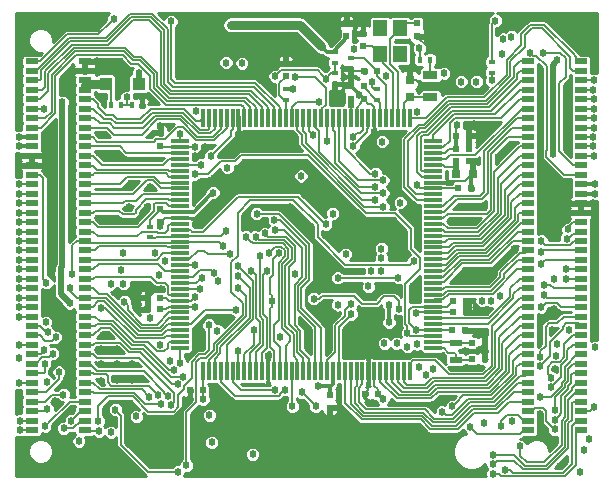
<source format=gbl>
G04 #@! TF.GenerationSoftware,KiCad,Pcbnew,(2017-02-19 revision a416f3a4e)-master*
G04 #@! TF.CreationDate,2017-03-09T22:42:25-08:00*
G04 #@! TF.ProjectId,Flight Computer,466C6967687420436F6D70757465722E,rev?*
G04 #@! TF.FileFunction,Copper,L4,Bot,Mixed*
G04 #@! TF.FilePolarity,Positive*
%FSLAX46Y46*%
G04 Gerber Fmt 4.6, Leading zero omitted, Abs format (unit mm)*
G04 Created by KiCad (PCBNEW (2017-02-19 revision a416f3a4e)-master) date 03/09/17 22:42:25*
%MOMM*%
%LPD*%
G01*
G04 APERTURE LIST*
%ADD10C,0.150000*%
%ADD11R,0.600000X0.400000*%
%ADD12R,0.600000X0.500000*%
%ADD13R,0.500000X0.600000*%
%ADD14R,0.400000X0.600000*%
%ADD15R,0.800000X0.750000*%
%ADD16R,0.750000X0.800000*%
%ADD17R,1.300000X0.700000*%
%ADD18R,1.200000X1.400000*%
%ADD19R,1.100000X0.600000*%
%ADD20R,1.100000X1.100000*%
%ADD21R,1.100000X0.500000*%
%ADD22R,0.300000X1.550000*%
%ADD23R,1.550000X0.300000*%
%ADD24C,0.625000*%
%ADD25C,0.500000*%
%ADD26C,0.160000*%
%ADD27C,0.300000*%
%ADD28C,0.130000*%
%ADD29C,0.450000*%
%ADD30C,0.200000*%
%ADD31C,0.800000*%
%ADD32C,0.250000*%
G04 APERTURE END LIST*
D10*
D11*
X61750000Y-103500000D03*
X61750000Y-104400000D03*
D12*
X87650000Y-95800000D03*
X88750000Y-95800000D03*
D13*
X78400526Y-86249723D03*
X78400526Y-87349723D03*
D12*
X87850000Y-100250000D03*
X88950000Y-100250000D03*
D14*
X58450526Y-93199723D03*
X59350526Y-93199723D03*
X60200526Y-93199723D03*
X61100526Y-93199723D03*
D12*
X88750000Y-96900000D03*
X87650000Y-96900000D03*
X87650000Y-97900000D03*
X88750000Y-97900000D03*
X88500000Y-109750000D03*
X87400000Y-109750000D03*
D13*
X78750000Y-91550000D03*
X78750000Y-92650000D03*
X62650000Y-103100000D03*
X62650000Y-102000000D03*
D12*
X61550000Y-110500000D03*
X62650000Y-110500000D03*
X65150000Y-117350000D03*
X66250000Y-117350000D03*
X88500000Y-110750000D03*
X87400000Y-110750000D03*
D13*
X62650000Y-95550000D03*
X62650000Y-96650000D03*
D12*
X61550000Y-109500000D03*
X62650000Y-109500000D03*
X88450000Y-112250000D03*
X87350000Y-112250000D03*
D13*
X73250000Y-89650000D03*
X73250000Y-90750000D03*
X77000526Y-118800000D03*
X77000526Y-117700000D03*
X79850000Y-92650000D03*
X79850000Y-91550000D03*
D12*
X79950000Y-117650000D03*
X81050000Y-117650000D03*
D15*
X87650000Y-99000000D03*
X89150000Y-99000000D03*
D16*
X83750000Y-92550000D03*
X83750000Y-91050000D03*
D11*
X73250000Y-92750000D03*
X73250000Y-91850000D03*
X81000000Y-92750000D03*
X81000000Y-91850000D03*
D17*
X85500000Y-90650000D03*
X85500000Y-92550000D03*
D14*
X85500000Y-89350000D03*
X84600000Y-89350000D03*
D18*
X82950000Y-88850000D03*
X82950000Y-86650000D03*
X81250000Y-86650000D03*
X81250000Y-88850000D03*
D13*
X84400000Y-86250000D03*
X84400000Y-87350000D03*
X79800000Y-88199723D03*
X79800000Y-87099723D03*
D12*
X89008772Y-114714876D03*
X90108772Y-114714876D03*
X89008772Y-113314876D03*
X90108772Y-113314876D03*
D19*
X87658337Y-114739800D03*
X87658337Y-113339800D03*
D12*
X81000000Y-90300000D03*
X79900000Y-90300000D03*
D11*
X78750000Y-89200000D03*
X78750000Y-90100000D03*
X77400526Y-90499723D03*
X77400526Y-91399723D03*
X77400526Y-89599723D03*
X77400526Y-88699723D03*
D20*
X58000526Y-91399723D03*
X60800526Y-91399723D03*
D21*
X98250435Y-89500076D03*
X93750435Y-89500076D03*
X98250435Y-90300076D03*
X93750435Y-90300076D03*
X98250435Y-91100076D03*
X93750435Y-91100076D03*
X98250435Y-91900076D03*
X93750435Y-91900076D03*
X98250435Y-92700076D03*
X93750435Y-92700076D03*
X98250435Y-93500076D03*
X93750435Y-93500076D03*
X98250435Y-94300076D03*
X93750435Y-94300076D03*
X98250435Y-95100076D03*
X93750435Y-95100076D03*
X98250435Y-95900076D03*
X93750435Y-95900076D03*
X98250435Y-96700076D03*
X93750435Y-96700076D03*
X98250435Y-97500076D03*
X93750435Y-97500076D03*
X98250435Y-98300076D03*
X93750435Y-98300076D03*
X98250435Y-99100076D03*
X93750435Y-99100076D03*
X98250435Y-99900076D03*
X93750435Y-99900076D03*
X98250435Y-100700076D03*
X93750435Y-100700076D03*
X98250435Y-101500076D03*
X93750435Y-101500076D03*
X98250435Y-102300076D03*
X93750435Y-102300076D03*
X98250435Y-103100076D03*
X93750435Y-103100076D03*
X98250435Y-103900076D03*
X93750435Y-103900076D03*
X98250435Y-104700076D03*
X93750435Y-104700076D03*
X98250435Y-105500076D03*
X93750435Y-105500076D03*
X98250435Y-106300076D03*
X93750435Y-106300076D03*
X98250435Y-107100076D03*
X93750435Y-107100076D03*
X98250435Y-107900076D03*
X93750435Y-107900076D03*
X98250435Y-108700076D03*
X93750435Y-108700076D03*
X98250435Y-109500076D03*
X93750435Y-109500076D03*
X98250435Y-110300076D03*
X93750435Y-110300076D03*
X98250435Y-111100076D03*
X93750435Y-111100076D03*
X98250435Y-111900076D03*
X93750435Y-111900076D03*
X98250435Y-112700076D03*
X93750435Y-112700076D03*
X98250435Y-113500076D03*
X93750435Y-113500076D03*
X98250435Y-114300076D03*
X93750435Y-114300076D03*
X98250435Y-115100076D03*
X93750435Y-115100076D03*
X98250435Y-115900076D03*
X93750435Y-115900076D03*
X98250435Y-116700076D03*
X93750435Y-116700076D03*
X98250435Y-117500076D03*
X93750435Y-117500076D03*
X98250435Y-118300076D03*
X93750435Y-118300076D03*
X98250435Y-119100076D03*
X93750435Y-119100076D03*
X98250435Y-119900076D03*
X93750435Y-119900076D03*
X98250435Y-120700076D03*
X93750435Y-120700076D03*
X56250435Y-89500076D03*
X51750435Y-89500076D03*
X56250435Y-90300076D03*
X51750435Y-90300076D03*
X56250435Y-91100076D03*
X51750435Y-91100076D03*
X56250435Y-91900076D03*
X51750435Y-91900076D03*
X56250435Y-92700076D03*
X51750435Y-92700076D03*
X56250435Y-93500076D03*
X51750435Y-93500076D03*
X56250435Y-94300076D03*
X51750435Y-94300076D03*
X56250435Y-95100076D03*
X51750435Y-95100076D03*
X56250435Y-95900076D03*
X51750435Y-95900076D03*
X56250435Y-96700076D03*
X51750435Y-96700076D03*
X56250435Y-97500076D03*
X51750435Y-97500076D03*
X56250435Y-98300076D03*
X51750435Y-98300076D03*
X56250435Y-99100076D03*
X51750435Y-99100076D03*
X56250435Y-99900076D03*
X51750435Y-99900076D03*
X56250435Y-100700076D03*
X51750435Y-100700076D03*
X56250435Y-101500076D03*
X51750435Y-101500076D03*
X56250435Y-102300076D03*
X51750435Y-102300076D03*
X56250435Y-103100076D03*
X51750435Y-103100076D03*
X56250435Y-103900076D03*
X51750435Y-103900076D03*
X56250435Y-104700076D03*
X51750435Y-104700076D03*
X56250435Y-105500076D03*
X51750435Y-105500076D03*
X56250435Y-106300076D03*
X51750435Y-106300076D03*
X56250435Y-107100076D03*
X51750435Y-107100076D03*
X56250435Y-107900076D03*
X51750435Y-107900076D03*
X56250435Y-108700076D03*
X51750435Y-108700076D03*
X56250435Y-109500076D03*
X51750435Y-109500076D03*
X56250435Y-110300076D03*
X51750435Y-110300076D03*
X56250435Y-111100076D03*
X51750435Y-111100076D03*
X56250435Y-111900076D03*
X51750435Y-111900076D03*
X56250435Y-112700076D03*
X51750435Y-112700076D03*
X56250435Y-113500076D03*
X51750435Y-113500076D03*
X56250435Y-114300076D03*
X51750435Y-114300076D03*
X56250435Y-115100076D03*
X51750435Y-115100076D03*
X56250435Y-115900076D03*
X51750435Y-115900076D03*
X56250435Y-116700076D03*
X51750435Y-116700076D03*
X56250435Y-117500076D03*
X51750435Y-117500076D03*
X56250435Y-118300076D03*
X51750435Y-118300076D03*
X56250435Y-119100076D03*
X51750435Y-119100076D03*
X56250435Y-119900076D03*
X51750435Y-119900076D03*
X56250435Y-120700076D03*
X51750435Y-120700076D03*
D22*
X83750435Y-94300076D03*
X83250435Y-94300076D03*
X82750435Y-94300076D03*
X82250435Y-94300076D03*
X81750435Y-94300076D03*
X81250435Y-94300076D03*
X80750435Y-94300076D03*
X80250435Y-94300076D03*
X79750435Y-94300076D03*
X79250435Y-94300076D03*
X78750435Y-94300076D03*
X78250435Y-94300076D03*
X77750435Y-94300076D03*
X77250435Y-94300076D03*
X76750435Y-94300076D03*
X76250435Y-94300076D03*
X75750435Y-94300076D03*
X75250435Y-94300076D03*
X74750435Y-94300076D03*
X74250435Y-94300076D03*
X73750435Y-94300076D03*
X73250435Y-94300076D03*
X72750435Y-94300076D03*
X72250435Y-94300076D03*
X71750435Y-94300076D03*
X71250435Y-94300076D03*
X70750435Y-94300076D03*
X70250435Y-94300076D03*
X69750435Y-94300076D03*
X69250435Y-94300076D03*
X68750435Y-94300076D03*
X68250435Y-94300076D03*
X67750435Y-94300076D03*
X67250435Y-94300076D03*
X66750435Y-94300076D03*
X66250435Y-94300076D03*
D23*
X64300435Y-96250076D03*
X64300435Y-96750076D03*
X64300435Y-97250076D03*
X64300435Y-97750076D03*
X64300435Y-98250076D03*
X64300435Y-98750076D03*
X64300435Y-99250076D03*
X64300435Y-99750076D03*
X64300435Y-100250076D03*
X64300435Y-100750076D03*
X64300435Y-101250076D03*
X64300435Y-101750076D03*
X64300435Y-102250076D03*
X64300435Y-102750076D03*
X64300435Y-103250076D03*
X64300435Y-103750076D03*
X64300435Y-104250076D03*
X64300435Y-104750076D03*
X64300435Y-105250076D03*
X64300435Y-105750076D03*
X64300435Y-106250076D03*
X64300435Y-106750076D03*
X64300435Y-107250076D03*
X64300435Y-107750076D03*
X64300435Y-108250076D03*
X64300435Y-108750076D03*
X64300435Y-109250076D03*
X64300435Y-109750076D03*
X64300435Y-110250076D03*
X64300435Y-110750076D03*
X64300435Y-111250076D03*
X64300435Y-111750076D03*
X64300435Y-112250076D03*
X64300435Y-112750076D03*
X64300435Y-113250076D03*
X64300435Y-113750076D03*
D22*
X66250435Y-115700076D03*
X66750435Y-115700076D03*
X67250435Y-115700076D03*
X67750435Y-115700076D03*
X68250435Y-115700076D03*
X68750435Y-115700076D03*
X69250435Y-115700076D03*
X69750435Y-115700076D03*
X70250435Y-115700076D03*
X70750435Y-115700076D03*
X71250435Y-115700076D03*
X71750435Y-115700076D03*
X72250435Y-115700076D03*
X72750435Y-115700076D03*
X73250435Y-115700076D03*
X73750435Y-115700076D03*
X74250435Y-115700076D03*
X74750435Y-115700076D03*
X75250435Y-115700076D03*
X75750435Y-115700076D03*
X76250435Y-115700076D03*
X76750435Y-115700076D03*
X77250435Y-115700076D03*
X77750435Y-115700076D03*
X78250435Y-115700076D03*
X78750435Y-115700076D03*
X79250435Y-115700076D03*
X79750435Y-115700076D03*
X80250435Y-115700076D03*
X80750435Y-115700076D03*
X81250435Y-115700076D03*
X81750435Y-115700076D03*
X82250435Y-115700076D03*
X82750435Y-115700076D03*
X83250435Y-115700076D03*
X83750435Y-115700076D03*
D23*
X85700435Y-113750076D03*
X85700435Y-113250076D03*
X85700435Y-112750076D03*
X85700435Y-112250076D03*
X85700435Y-111750076D03*
X85700435Y-111250076D03*
X85700435Y-110750076D03*
X85700435Y-110250076D03*
X85700435Y-109750076D03*
X85700435Y-109250076D03*
X85700435Y-108750076D03*
X85700435Y-108250076D03*
X85700435Y-107750076D03*
X85700435Y-107250076D03*
X85700435Y-106750076D03*
X85700435Y-106250076D03*
X85700435Y-105750076D03*
X85700435Y-105250076D03*
X85700435Y-104750076D03*
X85700435Y-104250076D03*
X85700435Y-103750076D03*
X85700435Y-103250076D03*
X85700435Y-102750076D03*
X85700435Y-102250076D03*
X85700435Y-101750076D03*
X85700435Y-101250076D03*
X85700435Y-100750076D03*
X85700435Y-100250076D03*
X85700435Y-99750076D03*
X85700435Y-99250076D03*
X85700435Y-98750076D03*
X85700435Y-98250076D03*
X85700435Y-97750076D03*
X85700435Y-97250076D03*
X85700435Y-96750076D03*
X85700435Y-96250076D03*
D11*
X90700526Y-89549723D03*
X90700526Y-90449723D03*
D24*
X80450000Y-97250000D03*
X79400000Y-102650000D03*
X78150000Y-101300000D03*
X69050000Y-96600000D03*
X68850000Y-100500000D03*
X73600000Y-101800000D03*
X89200000Y-94799996D03*
X86000000Y-91600000D03*
X95250000Y-121500000D03*
X62700000Y-108777432D03*
X53200000Y-110150000D03*
X57700000Y-92500000D03*
X89100526Y-98399723D03*
X50700000Y-118250000D03*
X74540000Y-111562490D03*
X77000000Y-123700000D03*
X77000526Y-121549723D03*
X53400000Y-101900000D03*
X65544178Y-97540594D03*
X59200000Y-90300000D03*
X54400000Y-91000000D03*
X52900000Y-98000000D03*
X97000000Y-96800000D03*
X99300000Y-104500000D03*
X84400000Y-105000000D03*
X97100000Y-91800000D03*
X94800000Y-91400000D03*
X87200000Y-91600000D03*
X66415299Y-96715299D03*
X80299990Y-118400000D03*
X65700000Y-90650000D03*
X60231685Y-115143826D03*
X60231685Y-116431326D03*
X60550000Y-124250000D03*
X55150000Y-100150000D03*
X55100435Y-101827521D03*
X88459847Y-114039799D03*
X50700000Y-97500000D03*
X50700000Y-98300000D03*
X99300000Y-102300000D03*
X99300000Y-101500000D03*
X97050000Y-93299980D03*
X93650000Y-85700008D03*
X94800000Y-90542406D03*
X62650526Y-103459704D03*
X54299984Y-110650000D03*
X58900000Y-102800000D03*
X71750000Y-114450000D03*
X57300000Y-90300000D03*
X57300000Y-89500000D03*
X89600000Y-115450004D03*
X85650000Y-118575069D03*
X88500000Y-115450000D03*
X89560506Y-87425148D03*
X79497500Y-92311250D03*
X80750000Y-95500000D03*
X94794930Y-119355076D03*
X96032471Y-115497608D03*
X95800000Y-112200004D03*
X96500000Y-123750010D03*
X88750000Y-110250000D03*
X88800000Y-103050000D03*
X92600000Y-105400000D03*
X90900000Y-107449988D03*
X91200000Y-97550000D03*
X61100000Y-92550004D03*
X62650000Y-94950000D03*
X61750000Y-100100000D03*
X61550020Y-101850000D03*
X81400526Y-121024723D03*
X60600000Y-120950000D03*
X60000000Y-101850000D03*
X60000000Y-100100000D03*
X84100000Y-109650000D03*
X57750000Y-112700000D03*
X57656676Y-116537510D03*
X53700002Y-118250000D03*
X58944185Y-116431326D03*
X89606326Y-113955815D03*
X65973070Y-119500000D03*
X85500000Y-88500000D03*
X94800000Y-98750000D03*
X89606326Y-112668315D03*
X99400000Y-110800000D03*
X95950000Y-110500000D03*
X84500526Y-121024723D03*
X94800518Y-96749723D03*
X81400526Y-123999723D03*
X64900526Y-90099723D03*
X78750000Y-90800000D03*
X71350526Y-89049723D03*
X79800526Y-86199723D03*
X84500526Y-123974723D03*
X77000526Y-119799723D03*
X58944185Y-115143826D03*
X57656685Y-115143826D03*
X58944185Y-113856326D03*
X57656685Y-113856326D03*
X56975526Y-85999723D03*
X54025526Y-85999723D03*
X98975526Y-85974723D03*
X96025526Y-85999723D03*
X66000526Y-113749723D03*
X55100526Y-95749723D03*
X57900526Y-95749723D03*
X65150000Y-118100000D03*
X66000870Y-124400144D03*
X78470120Y-103619520D03*
X76320120Y-107769520D03*
X59425435Y-97700076D03*
X87900749Y-87409905D03*
X87900749Y-89084905D03*
X89575749Y-89084905D03*
X90050435Y-101850076D03*
X55100435Y-99000076D03*
X95600435Y-102550076D03*
X88800435Y-101850076D03*
X99400000Y-106900000D03*
X58450000Y-120887510D03*
X62650000Y-113500000D03*
X61800000Y-111237526D03*
X63500000Y-114850000D03*
X52949034Y-111585276D03*
X53047544Y-116600000D03*
X60600435Y-119550076D03*
X68300000Y-98500000D03*
X67100000Y-100600000D03*
X88100000Y-91200000D03*
X55750000Y-121650000D03*
X99400000Y-113700000D03*
X99400000Y-100700000D03*
X99400000Y-99900000D03*
X50700000Y-95900000D03*
X50700000Y-96700000D03*
X96250000Y-89400008D03*
X54950000Y-109950000D03*
X54350000Y-92962500D03*
X81500000Y-118077488D03*
X95850000Y-97300000D03*
X84350000Y-99950000D03*
X82934999Y-101450000D03*
X77225000Y-102375000D03*
X54200000Y-107450000D03*
X84300000Y-110805023D03*
X65589989Y-110265784D03*
X78750000Y-93200000D03*
X84564989Y-88400768D03*
X81750000Y-90700000D03*
X78320120Y-105819520D03*
X66250000Y-118100000D03*
X50700526Y-114599723D03*
X90700526Y-91099723D03*
X79000526Y-88449723D03*
X87650000Y-98400000D03*
X77670120Y-110119520D03*
X74060120Y-107469520D03*
X67000870Y-121750152D03*
X85100000Y-116049999D03*
X97230809Y-112202127D03*
X95950000Y-107900000D03*
X96149998Y-114400000D03*
X92400000Y-119950000D03*
X84400000Y-93747544D03*
X89400000Y-91212490D03*
X69550000Y-89650000D03*
X68200000Y-89600000D03*
X92362490Y-87400000D03*
X91650000Y-87597405D03*
X86649990Y-90500000D03*
X66900000Y-97500000D03*
X64327950Y-115055058D03*
X60800000Y-90500004D03*
X68600000Y-86400000D03*
X76250526Y-88199723D03*
X72350000Y-90750000D03*
X64300000Y-95627221D03*
X76675526Y-90949723D03*
X78950526Y-96699723D03*
X78950526Y-95899723D03*
X90050000Y-120100000D03*
X96250247Y-113403900D03*
X76000000Y-117000020D03*
X87750000Y-94900000D03*
X82000000Y-110150000D03*
X81410001Y-96289999D03*
X80600000Y-91250000D03*
X65550000Y-109450000D03*
X73900000Y-91800000D03*
X65550000Y-96750000D03*
X82000000Y-111600000D03*
X84300000Y-112212488D03*
X62150000Y-105702245D03*
X59500000Y-105702237D03*
X62500000Y-107600000D03*
X59500000Y-108300000D03*
X63046085Y-106401390D03*
X59300000Y-107150000D03*
X66100526Y-98249723D03*
X76650000Y-103300000D03*
X67150526Y-107399723D03*
X65959017Y-108759462D03*
X68199998Y-103850000D03*
X70541831Y-112200000D03*
X71060721Y-105964028D03*
X72100000Y-109750000D03*
X72650002Y-105750000D03*
X73200000Y-117300000D03*
X81350000Y-107250000D03*
X89864997Y-109750000D03*
X57650000Y-110350000D03*
X58424988Y-108350000D03*
X69250000Y-114050000D03*
X72350000Y-117300000D03*
X80500000Y-107250000D03*
X90650000Y-109750000D03*
X66750000Y-111800000D03*
X57400000Y-119950000D03*
X98950000Y-121500000D03*
X68510147Y-105839855D03*
X70450000Y-122750000D03*
X64100000Y-124250000D03*
X58824797Y-118988907D03*
X98550000Y-122400000D03*
X99350000Y-118750000D03*
X74550000Y-99200000D03*
X54977968Y-108700000D03*
X69050000Y-110550000D03*
X74600000Y-117500000D03*
X75800000Y-118700000D03*
X67950000Y-105100000D03*
X55199996Y-107500000D03*
X72800000Y-112800000D03*
X80250000Y-108550000D03*
X91400000Y-109400000D03*
X67450000Y-112300000D03*
X84100000Y-106400000D03*
X64849996Y-123700000D03*
X67501056Y-108102117D03*
X50700000Y-109500000D03*
X57450000Y-120800000D03*
X66150526Y-107799723D03*
X66800526Y-119449723D03*
X82827488Y-110450000D03*
X94899996Y-105650000D03*
X75625000Y-109575000D03*
X82800000Y-107800004D03*
X94900000Y-104700000D03*
X77650000Y-107825000D03*
X73800000Y-118700000D03*
X53000000Y-108250000D03*
X65600000Y-106750002D03*
X87339854Y-118689854D03*
X86500000Y-119150000D03*
X53050000Y-118900000D03*
X54422502Y-117700000D03*
X93951510Y-88764364D03*
X91550526Y-88899723D03*
X95058137Y-88765707D03*
X91000000Y-86050028D03*
X65543688Y-99036855D03*
X83550006Y-112500000D03*
X59800526Y-92549723D03*
X94821842Y-114485754D03*
X94787460Y-115270435D03*
X95739255Y-116272512D03*
X95700000Y-117100001D03*
X96012478Y-120647743D03*
X94754751Y-117879943D03*
X96051088Y-119014989D03*
X96050000Y-119849992D03*
X54052507Y-115788738D03*
X50700000Y-116700000D03*
X52855071Y-115105070D03*
X53545563Y-114235207D03*
X52823989Y-113926054D03*
X50700000Y-113500000D03*
X53796247Y-112837510D03*
X53100000Y-112400000D03*
X50750000Y-120700000D03*
X50750000Y-119900000D03*
X54450000Y-120550000D03*
X55100000Y-119900000D03*
X52850000Y-120400004D03*
X63784489Y-115621519D03*
X64600000Y-116200006D03*
X64100000Y-116850000D03*
X63515656Y-118604799D03*
X63300000Y-117850000D03*
X62470405Y-117749325D03*
X61700000Y-117900000D03*
X62700000Y-118500000D03*
X50700000Y-111100000D03*
X50700006Y-110300000D03*
X59600000Y-109850000D03*
X58700000Y-85900000D03*
X63550000Y-86100000D03*
X91800000Y-124062490D03*
X98150000Y-124300000D03*
X90800000Y-124400000D03*
X93100000Y-122100000D03*
X90800000Y-122800000D03*
X90800000Y-123600006D03*
X91450000Y-120400000D03*
X88850000Y-120457208D03*
X80850000Y-99000000D03*
X99322937Y-93500000D03*
X81500000Y-99550000D03*
X99322937Y-94300000D03*
X80850000Y-100100000D03*
X99322937Y-95100000D03*
X76750000Y-96250000D03*
X99322949Y-92700000D03*
X81500000Y-100650000D03*
X99300000Y-95900000D03*
X75550002Y-95700000D03*
X99305666Y-91913496D03*
X80800000Y-101200000D03*
X99300000Y-96700000D03*
X81499764Y-101787510D03*
X99322937Y-97485003D03*
X76100000Y-92900000D03*
X99350000Y-91100000D03*
X65627931Y-93732224D03*
X52800000Y-93500000D03*
X74050000Y-90800000D03*
X94859346Y-110307778D03*
X85743093Y-115577498D03*
X95150000Y-109250000D03*
X84550000Y-115350000D03*
X95150000Y-108400000D03*
X81600000Y-113350000D03*
X96950000Y-107900000D03*
X82650000Y-113350004D03*
X96950000Y-107050000D03*
X83553126Y-113653750D03*
X94877500Y-106650000D03*
X84350000Y-113425000D03*
X69200000Y-108700000D03*
X50700000Y-108700000D03*
X69200000Y-107700000D03*
X50700000Y-107900000D03*
X69200000Y-106850000D03*
X50700000Y-107100000D03*
X70350000Y-107200000D03*
X50700000Y-106300000D03*
X50700000Y-105500000D03*
X71659363Y-107221483D03*
X71850000Y-105700000D03*
X50700000Y-104700000D03*
X50700000Y-103900000D03*
X69900000Y-104350000D03*
X50700000Y-103100000D03*
X70700000Y-104350000D03*
X50700000Y-102300000D03*
X71500000Y-104050000D03*
X50700000Y-101500000D03*
X72350000Y-103750000D03*
X50700000Y-100700000D03*
X72300000Y-102950000D03*
X70800000Y-102400000D03*
X50700000Y-99900000D03*
X78800000Y-110000000D03*
X97150000Y-103700000D03*
X81350000Y-105350000D03*
X78800012Y-110900000D03*
X97050000Y-104500000D03*
X81350000Y-106162500D03*
D25*
X80450000Y-96808059D02*
X80450000Y-97250000D01*
X80450000Y-96241941D02*
X80450000Y-96808059D01*
X80750000Y-95941941D02*
X80450000Y-96241941D01*
X80750000Y-95500000D02*
X80750000Y-95941941D01*
D26*
X69250435Y-95559643D02*
X69050000Y-95760078D01*
X69050000Y-95760078D02*
X69050000Y-96600000D01*
D27*
X88750000Y-95249996D02*
X88887501Y-95112495D01*
X88887501Y-95112495D02*
X89200000Y-94799996D01*
X88750000Y-95800000D02*
X88750000Y-95249996D01*
X88950000Y-100250000D02*
X88950000Y-99200000D01*
X88950000Y-99200000D02*
X89150000Y-99000000D01*
X88750000Y-96900000D02*
X88750000Y-95800000D01*
D26*
X84835000Y-91600000D02*
X86000000Y-91600000D01*
X84285000Y-91050000D02*
X84835000Y-91600000D01*
X83750000Y-91050000D02*
X84285000Y-91050000D01*
D25*
X62258059Y-108777432D02*
X62700000Y-108777432D01*
X62158067Y-108777432D02*
X62258059Y-108777432D01*
X61550000Y-109385499D02*
X62158067Y-108777432D01*
X61550000Y-109500000D02*
X61550000Y-109385499D01*
D27*
X79950000Y-117650000D02*
X79950000Y-118000000D01*
X79950000Y-118000000D02*
X80299990Y-118349990D01*
X80299990Y-118349990D02*
X80299990Y-118400000D01*
D26*
X89606326Y-112668315D02*
X89606326Y-112656326D01*
X89606326Y-112656326D02*
X89200000Y-112250000D01*
X89200000Y-112250000D02*
X88450000Y-112250000D01*
X79850000Y-92700000D02*
X79650000Y-92900000D01*
X79650000Y-92900000D02*
X79650000Y-93043509D01*
X79650000Y-93043509D02*
X79250435Y-93443074D01*
X79250435Y-93443074D02*
X79250435Y-94300076D01*
D27*
X65150000Y-118100000D02*
X64837501Y-118412499D01*
X64837501Y-118412499D02*
X64837501Y-118608800D01*
X64837501Y-118608800D02*
X62496301Y-120950000D01*
X61041941Y-120950000D02*
X60600000Y-120950000D01*
X62496301Y-120950000D02*
X61041941Y-120950000D01*
X51750435Y-97500076D02*
X50700076Y-97500076D01*
X50700076Y-97500076D02*
X50700000Y-97500000D01*
X51750435Y-98300076D02*
X50700076Y-98300076D01*
X50700076Y-98300076D02*
X50700000Y-98300000D01*
X98250435Y-102300076D02*
X99299924Y-102300076D01*
X99299924Y-102300076D02*
X99300000Y-102300000D01*
X98250435Y-101500076D02*
X99299924Y-101500076D01*
X99299924Y-101500076D02*
X99300000Y-101500000D01*
X62650000Y-103459178D02*
X62650526Y-103459704D01*
X62650000Y-103100000D02*
X62650000Y-103459178D01*
D28*
X71750435Y-114450435D02*
X71750000Y-114450000D01*
X71750435Y-115700076D02*
X71750435Y-114450435D01*
D29*
X56250435Y-90300076D02*
X56250435Y-89500076D01*
X56250435Y-90300076D02*
X57299924Y-90300076D01*
X57299924Y-90300076D02*
X57300000Y-90300000D01*
X56250435Y-89500076D02*
X57299924Y-89500076D01*
X57299924Y-89500076D02*
X57300000Y-89500000D01*
D28*
X88500000Y-115450000D02*
X89599996Y-115450000D01*
X89599996Y-115450000D02*
X89600000Y-115450004D01*
X88750526Y-87399723D02*
X89535081Y-87399723D01*
X89535081Y-87399723D02*
X89560506Y-87425148D01*
D27*
X79250000Y-92050000D02*
X78750000Y-91550000D01*
X79850000Y-92650000D02*
X79250000Y-92050000D01*
D28*
X79250000Y-92050000D02*
X79250000Y-92063750D01*
X79250000Y-92063750D02*
X79497500Y-92311250D01*
X80750435Y-94300076D02*
X80750435Y-95499565D01*
X80750435Y-95499565D02*
X80750000Y-95500000D01*
X88500000Y-110130000D02*
X88620000Y-110250000D01*
X88500000Y-109750000D02*
X88500000Y-110130000D01*
X88620000Y-110250000D02*
X88750000Y-110250000D01*
X88500000Y-110370000D02*
X88620000Y-110250000D01*
X88500000Y-110750000D02*
X88500000Y-110370000D01*
D26*
X88450526Y-110699723D02*
X88592218Y-110699723D01*
X88592218Y-110699723D02*
X88600000Y-110691941D01*
D30*
X61100526Y-92550530D02*
X61100000Y-92550004D01*
X61100526Y-93199723D02*
X61100526Y-92550530D01*
D27*
X62650000Y-95650000D02*
X62650000Y-94950000D01*
D26*
X89606326Y-113955815D02*
X89606326Y-113817322D01*
X89606326Y-113817322D02*
X90108772Y-113314876D01*
X90108772Y-114714876D02*
X90108772Y-114458261D01*
X90108772Y-114458261D02*
X89606326Y-113955815D01*
X90108772Y-114714876D02*
X90365387Y-114714876D01*
X90108772Y-113314876D02*
X90247265Y-113314876D01*
X90108772Y-113314876D02*
X90252887Y-113314876D01*
X90108772Y-114714876D02*
X90134765Y-114714876D01*
X85187501Y-88187501D02*
X85500000Y-88500000D01*
D28*
X85549723Y-88549723D02*
X85500000Y-88500000D01*
X86650526Y-88549723D02*
X85549723Y-88549723D01*
D26*
X84400000Y-87400000D02*
X85187501Y-88187501D01*
X84400000Y-87350000D02*
X84400000Y-87400000D01*
D27*
X90108772Y-114714876D02*
X90108772Y-114833261D01*
X89100526Y-98399723D02*
X89100526Y-98250526D01*
X89100526Y-98250526D02*
X88750000Y-97900000D01*
D25*
X89100526Y-98931778D02*
X89100526Y-98823987D01*
X89069850Y-98962454D02*
X89100526Y-98931778D01*
X89150000Y-98971813D02*
X89079209Y-98971813D01*
D26*
X85700435Y-99750076D02*
X86942922Y-99750076D01*
D25*
X89150000Y-99000000D02*
X89150000Y-98971813D01*
D26*
X86942922Y-99750076D02*
X87077997Y-99615001D01*
D25*
X89079209Y-98971813D02*
X89069850Y-98962454D01*
X89100526Y-98823987D02*
X89100526Y-98399723D01*
D26*
X88417303Y-99615001D02*
X89069850Y-98962454D01*
X87077997Y-99615001D02*
X88417303Y-99615001D01*
D28*
X86650526Y-88549723D02*
X87350526Y-88549723D01*
X87350526Y-88549723D02*
X87885708Y-89084905D01*
X87885708Y-89084905D02*
X87900749Y-89084905D01*
X88750526Y-87399723D02*
X87910931Y-87399723D01*
X87910931Y-87399723D02*
X87900749Y-87409905D01*
D26*
X73250000Y-89650000D02*
X71950803Y-89650000D01*
X71950803Y-89650000D02*
X71350526Y-89049723D01*
D27*
X78750000Y-91550000D02*
X78750000Y-90800000D01*
X77400526Y-91399723D02*
X78599723Y-91399723D01*
X78599723Y-91399723D02*
X78750000Y-91550000D01*
D26*
X79900000Y-90300000D02*
X78800803Y-90300000D01*
X78800803Y-90300000D02*
X78750526Y-90249723D01*
X78750526Y-90249723D02*
X78750526Y-90100526D01*
X78750526Y-90100526D02*
X78750000Y-90100000D01*
X78750000Y-90100000D02*
X78750000Y-90800000D01*
X79800000Y-87099723D02*
X79800000Y-86200249D01*
D27*
X77000526Y-118800000D02*
X77000526Y-119799723D01*
D26*
X77000526Y-118800000D02*
X77000526Y-119009999D01*
D28*
X65150000Y-117350000D02*
X65150000Y-118100000D01*
D26*
X69250435Y-94300076D02*
X69250435Y-95559643D01*
X69250435Y-95559643D02*
X69250000Y-95560078D01*
X80750435Y-94300076D02*
X80750435Y-93365076D01*
X80750435Y-93365076D02*
X80495359Y-93110000D01*
X80495359Y-93110000D02*
X80260000Y-93110000D01*
X80260000Y-93110000D02*
X79850000Y-92700000D01*
X79850000Y-92700000D02*
X79850000Y-92650000D01*
X61550000Y-110500000D02*
X61550000Y-109500000D01*
X64300435Y-102750076D02*
X62999924Y-102750076D01*
X62999924Y-102750076D02*
X62650000Y-103100000D01*
X80250435Y-115700076D02*
X80250435Y-117349565D01*
X80250435Y-117349565D02*
X79950000Y-117650000D01*
X79800000Y-86200249D02*
X79800526Y-86199723D01*
D27*
X79800526Y-86199723D02*
X78550526Y-86199723D01*
D28*
X62650000Y-102000000D02*
X62650000Y-102050000D01*
X62650000Y-102050000D02*
X61750000Y-102950000D01*
X61750000Y-102950000D02*
X61750000Y-103220000D01*
X61750000Y-103220000D02*
X61750000Y-103550000D01*
D27*
X66787501Y-100912499D02*
X67100000Y-100600000D01*
X65449924Y-102250076D02*
X66787501Y-100912499D01*
X64300435Y-102250076D02*
X65449924Y-102250076D01*
X50900435Y-95900076D02*
X50900359Y-95900000D01*
X99399924Y-100700076D02*
X99400000Y-100700000D01*
X98250435Y-100700076D02*
X99399924Y-100700076D01*
X99399924Y-99900076D02*
X99400000Y-99900000D01*
X98250435Y-99900076D02*
X99399924Y-99900076D01*
X50900435Y-95900076D02*
X50700076Y-95900076D01*
X50700076Y-95900076D02*
X50700000Y-95900000D01*
X51750435Y-95900076D02*
X50900435Y-95900076D01*
X51750435Y-96700076D02*
X50700076Y-96700076D01*
X50700076Y-96700076D02*
X50700000Y-96700000D01*
D25*
X54950000Y-109950000D02*
X54200000Y-109200000D01*
X54200000Y-109200000D02*
X54200000Y-107450000D01*
X95850000Y-97300000D02*
X95850000Y-89800008D01*
X95937501Y-89712507D02*
X96250000Y-89400008D01*
X95850000Y-89800008D02*
X95937501Y-89712507D01*
D27*
X62650000Y-102000000D02*
X62900076Y-102250076D01*
X62900076Y-102250076D02*
X64300435Y-102250076D01*
D25*
X54200000Y-107450000D02*
X54200000Y-107008059D01*
X54200000Y-107008059D02*
X54350000Y-106858059D01*
X54350000Y-106858059D02*
X54350000Y-92962500D01*
D27*
X81050000Y-117650000D02*
X81072512Y-117650000D01*
X81187501Y-117764989D02*
X81500000Y-118077488D01*
X81072512Y-117650000D02*
X81187501Y-117764989D01*
D26*
X85700435Y-100250076D02*
X84650076Y-100250076D01*
X84650076Y-100250076D02*
X84350000Y-99950000D01*
X84354947Y-110750076D02*
X84300000Y-110805023D01*
X85700435Y-110750076D02*
X84354947Y-110750076D01*
D28*
X65574281Y-110250076D02*
X65589989Y-110265784D01*
X64300435Y-110250076D02*
X65574281Y-110250076D01*
D25*
X78750000Y-93200000D02*
X78750000Y-92650000D01*
D26*
X84600000Y-88435779D02*
X84564989Y-88400768D01*
X84600000Y-89350000D02*
X84600000Y-88435779D01*
X87101118Y-110751197D02*
X87398803Y-110751197D01*
X87398803Y-110751197D02*
X87400000Y-110750000D01*
X85700435Y-110750076D02*
X87099997Y-110750076D01*
X87099997Y-110750076D02*
X87101118Y-110751197D01*
D28*
X66250000Y-117350000D02*
X66250000Y-118100000D01*
X90700526Y-90449723D02*
X90700526Y-91099723D01*
D25*
X87650000Y-97900000D02*
X87650000Y-98400000D01*
X87650000Y-99000000D02*
X87650000Y-98400000D01*
D26*
X85700435Y-98250076D02*
X85750359Y-98300000D01*
X85750359Y-98300000D02*
X86607361Y-98300000D01*
X86607361Y-98300000D02*
X86707361Y-98400000D01*
X86707361Y-98400000D02*
X87650000Y-98400000D01*
D28*
X87650000Y-100250000D02*
X85700511Y-100250000D01*
X85700511Y-100250000D02*
X85700435Y-100250076D01*
D26*
X64300435Y-110250076D02*
X63360076Y-110250076D01*
X63360076Y-110250076D02*
X63360000Y-110250000D01*
X62650000Y-110500000D02*
X63110000Y-110500000D01*
X63110000Y-110500000D02*
X63360000Y-110250000D01*
X78750000Y-92650000D02*
X78750000Y-94299641D01*
X78750000Y-94299641D02*
X78750435Y-94300076D01*
X66250435Y-115700076D02*
X66250435Y-117349565D01*
X66250435Y-117349565D02*
X66250000Y-117350000D01*
X81050000Y-117650000D02*
X81050000Y-117240000D01*
X81050000Y-117240000D02*
X80750435Y-116940435D01*
X80750435Y-116940435D02*
X80750435Y-116635076D01*
X80750435Y-116635076D02*
X80750435Y-115700076D01*
X66250435Y-116325076D02*
X66250435Y-115700076D01*
D28*
X89400000Y-90949197D02*
X89400000Y-91212490D01*
X86650526Y-90499464D02*
X86649990Y-90500000D01*
D26*
X66900000Y-97500000D02*
X68600000Y-95800000D01*
X68600000Y-95800000D02*
X68600000Y-95385511D01*
X68600000Y-95385511D02*
X68750435Y-95235076D01*
X68750435Y-95235076D02*
X68750435Y-94300076D01*
X64300435Y-115027543D02*
X64327950Y-115055058D01*
X64300435Y-113750076D02*
X64300435Y-115027543D01*
D25*
X60800000Y-90941945D02*
X60800000Y-90500004D01*
X60800526Y-91399723D02*
X60800000Y-91399197D01*
X60800000Y-91399197D02*
X60800000Y-90941945D01*
D30*
X58450526Y-93199723D02*
X58450526Y-91849723D01*
X58450526Y-91849723D02*
X58000526Y-91399723D01*
D25*
X56250435Y-91499723D02*
X56250435Y-91900076D01*
X56250435Y-91100076D02*
X56250435Y-91499723D01*
D31*
X56250435Y-91499723D02*
X56350435Y-91399723D01*
X56350435Y-91399723D02*
X58000526Y-91399723D01*
X68600000Y-86400000D02*
X74450803Y-86400000D01*
X74450803Y-86400000D02*
X76250526Y-88199723D01*
D27*
X77400526Y-88699723D02*
X76750526Y-88699723D01*
X76750526Y-88699723D02*
X76250526Y-88199723D01*
X77400526Y-88699723D02*
X77400526Y-88549723D01*
X77400526Y-88549723D02*
X78400526Y-87549723D01*
D28*
X72350000Y-90750000D02*
X72875001Y-90224999D01*
X72875001Y-90224999D02*
X75950802Y-90224999D01*
X75950802Y-90224999D02*
X76363027Y-90637224D01*
X76363027Y-90637224D02*
X76675526Y-90949723D01*
X64300435Y-96250076D02*
X64300435Y-95627656D01*
X64300435Y-95627656D02*
X64300000Y-95627221D01*
D26*
X77400526Y-90499723D02*
X77125526Y-90499723D01*
X77125526Y-90499723D02*
X76675526Y-90949723D01*
X77400526Y-89599723D02*
X77400526Y-90499723D01*
D10*
X80175435Y-95172358D02*
X80185423Y-95162370D01*
X78950526Y-96699723D02*
X80175435Y-95474814D01*
X80175435Y-95474814D02*
X80175435Y-95172358D01*
X80185423Y-94990088D02*
X80250435Y-94925076D01*
X80185423Y-95162370D02*
X80185423Y-94990088D01*
X80250435Y-94925076D02*
X80250435Y-94300076D01*
D26*
X78950526Y-95899723D02*
X79263025Y-95587224D01*
X79263025Y-95587224D02*
X79568051Y-95587224D01*
X79568051Y-95587224D02*
X79815447Y-95339828D01*
D10*
X79815447Y-95339828D02*
X79815447Y-94990088D01*
X79815447Y-94990088D02*
X79750435Y-94925076D01*
X79750435Y-94925076D02*
X79750435Y-94300076D01*
D26*
X87658337Y-114739800D02*
X88983848Y-114739800D01*
X88983848Y-114739800D02*
X89008772Y-114714876D01*
X87528537Y-114150000D02*
X87035359Y-114150000D01*
X87035359Y-114150000D02*
X86635435Y-113750076D01*
X86635435Y-113750076D02*
X85700435Y-113750076D01*
X87658337Y-114739800D02*
X87658337Y-114279800D01*
X87658337Y-114279800D02*
X87528537Y-114150000D01*
X87658337Y-113339800D02*
X88983848Y-113339800D01*
X88983848Y-113339800D02*
X89008772Y-113314876D01*
X85700435Y-113250076D02*
X87568613Y-113250076D01*
X87568613Y-113250076D02*
X87658337Y-113339800D01*
D28*
X84400000Y-86250000D02*
X83350000Y-86250000D01*
X83350000Y-86250000D02*
X82950000Y-86650000D01*
X82750435Y-94300076D02*
X82750435Y-90355437D01*
X82750435Y-90355437D02*
X82124999Y-89730001D01*
X82124999Y-89730001D02*
X82124999Y-87575001D01*
X82950000Y-86750000D02*
X82950000Y-86650000D01*
X82124999Y-87575001D02*
X82950000Y-86750000D01*
X82250435Y-94300076D02*
X82350526Y-94199985D01*
X82350526Y-94199985D02*
X82350526Y-90499723D01*
X82350526Y-90499723D02*
X81500000Y-89649197D01*
X81500000Y-89649197D02*
X81500000Y-89100000D01*
X81500000Y-89100000D02*
X81250000Y-88850000D01*
D26*
X79800000Y-88199723D02*
X80599723Y-88199723D01*
X80599723Y-88199723D02*
X81250000Y-88850000D01*
D28*
X81250000Y-88850000D02*
X81250000Y-88800000D01*
D27*
X76941941Y-117050000D02*
X76891961Y-117000020D01*
X76441941Y-117000020D02*
X76000000Y-117000020D01*
X77250435Y-115700076D02*
X77250435Y-116775076D01*
X77000526Y-117100000D02*
X76950526Y-117050000D01*
X76891961Y-117000020D02*
X76441941Y-117000020D01*
X76950526Y-117050000D02*
X76941941Y-117050000D01*
X76975511Y-117050000D02*
X76941941Y-117050000D01*
X77250435Y-116775076D02*
X76975511Y-117050000D01*
X77000526Y-117700000D02*
X77000526Y-117100000D01*
D26*
X87650000Y-95800000D02*
X87650000Y-95000000D01*
X87650000Y-95000000D02*
X87750000Y-94900000D01*
D27*
X82000000Y-110150000D02*
X82000000Y-111600000D01*
D26*
X81000000Y-91850000D02*
X80900000Y-91850000D01*
X80900000Y-91850000D02*
X80850000Y-91900000D01*
X80850000Y-91900000D02*
X80600000Y-91650000D01*
X80600000Y-91650000D02*
X80600000Y-91250000D01*
X64300435Y-109750076D02*
X65249924Y-109750076D01*
X65249924Y-109750076D02*
X65550000Y-109450000D01*
D27*
X73850000Y-91850000D02*
X73900000Y-91800000D01*
X73250000Y-91850000D02*
X73850000Y-91850000D01*
D26*
X64300435Y-96750076D02*
X65549924Y-96750076D01*
X65549924Y-96750076D02*
X65550000Y-96750000D01*
X83700000Y-111612488D02*
X83987501Y-111899989D01*
X84765435Y-110250076D02*
X84762994Y-110252517D01*
X83700000Y-110532298D02*
X83700000Y-111612488D01*
X83979781Y-110252517D02*
X83700000Y-110532298D01*
X84762994Y-110252517D02*
X83979781Y-110252517D01*
X85700435Y-110250076D02*
X84765435Y-110250076D01*
X83987501Y-111899989D02*
X84300000Y-112212488D01*
D28*
X85700435Y-112250076D02*
X84337588Y-112250076D01*
X84337588Y-112250076D02*
X84300000Y-112212488D01*
D27*
X87650000Y-96900000D02*
X87650000Y-95850000D01*
D26*
X86773933Y-112250075D02*
X85700511Y-112250000D01*
X87350000Y-112250000D02*
X86774008Y-112250000D01*
X86774008Y-112250000D02*
X86773933Y-112250075D01*
X86699924Y-97250076D02*
X87050000Y-96900000D01*
X87050000Y-96900000D02*
X87650000Y-96900000D01*
X85700435Y-97250076D02*
X86699924Y-97250076D01*
X87400000Y-109750000D02*
X86899924Y-110250076D01*
X86899924Y-110250076D02*
X85700435Y-110250076D01*
X85700511Y-112250000D02*
X85700435Y-112250076D01*
X62650000Y-109500000D02*
X63110000Y-109500000D01*
X63110000Y-109500000D02*
X63360076Y-109750076D01*
X63360076Y-109750076D02*
X63365435Y-109750076D01*
X63365435Y-109750076D02*
X64300435Y-109750076D01*
X62650000Y-96750000D02*
X64300359Y-96750000D01*
X64300359Y-96750000D02*
X64300435Y-96750076D01*
X81000000Y-90767702D02*
X81000000Y-90710000D01*
X81750435Y-91518137D02*
X81000000Y-90767702D01*
X81750435Y-94300076D02*
X81750435Y-91518137D01*
X81000000Y-90710000D02*
X81000000Y-90300000D01*
X81000000Y-90300000D02*
X80950000Y-90300000D01*
X80950000Y-90300000D02*
X79850000Y-89200000D01*
X79850000Y-89200000D02*
X79210000Y-89200000D01*
X79210000Y-89200000D02*
X78750000Y-89200000D01*
X80950000Y-90250000D02*
X81000000Y-90300000D01*
X85500000Y-90650000D02*
X85500000Y-89350000D01*
X83750000Y-92550000D02*
X85500000Y-92550000D01*
X83250435Y-94300076D02*
X83250435Y-93049565D01*
X83250435Y-93049565D02*
X83750000Y-92550000D01*
X81000000Y-92750000D02*
X80900000Y-92750000D01*
X80900000Y-92750000D02*
X79850000Y-91700000D01*
X79850000Y-91700000D02*
X79850000Y-91550000D01*
X81250435Y-94300076D02*
X81250435Y-93000435D01*
X81250435Y-93000435D02*
X81000000Y-92750000D01*
D28*
X72724999Y-91325001D02*
X73250000Y-90800000D01*
X73250000Y-90800000D02*
X73250000Y-90750000D01*
X73150000Y-92750000D02*
X72724999Y-92324999D01*
X72724999Y-92324999D02*
X72724999Y-91325001D01*
X73250000Y-92750000D02*
X73150000Y-92750000D01*
X73250435Y-94300076D02*
X73250435Y-92750435D01*
X73250435Y-92750435D02*
X73250000Y-92750000D01*
X66100173Y-98250076D02*
X66100526Y-98249723D01*
X64300435Y-98250076D02*
X66100173Y-98250076D01*
X76337501Y-102987501D02*
X76650000Y-103300000D01*
X66250000Y-103900000D02*
X69190011Y-100959989D01*
X65355359Y-103900000D02*
X66250000Y-103900000D01*
X65205435Y-103750076D02*
X65355359Y-103900000D01*
X64300435Y-103750076D02*
X65205435Y-103750076D01*
X69190011Y-100959989D02*
X74309989Y-100959989D01*
X74309989Y-100959989D02*
X76337501Y-102987501D01*
X66900527Y-107149724D02*
X67150526Y-107399723D01*
X66023521Y-107149724D02*
X66900527Y-107149724D01*
X65423169Y-107750076D02*
X66023521Y-107149724D01*
X64300435Y-107750076D02*
X65423169Y-107750076D01*
X64300435Y-108750076D02*
X65949631Y-108750076D01*
X65949631Y-108750076D02*
X65959017Y-108759462D01*
X61750000Y-104450000D02*
X62180000Y-104450000D01*
X62180000Y-104450000D02*
X62280000Y-104350000D01*
X62280000Y-104350000D02*
X63550000Y-104350000D01*
X63550000Y-104350000D02*
X63649924Y-104250076D01*
X63649924Y-104250076D02*
X64300435Y-104250076D01*
X67887499Y-104162499D02*
X68199998Y-103850000D01*
X67799922Y-104250076D02*
X67887499Y-104162499D01*
X64300435Y-104250076D02*
X67799922Y-104250076D01*
X70541831Y-112641941D02*
X70541831Y-112200000D01*
X70541831Y-113487897D02*
X70541831Y-112641941D01*
X69750435Y-114279293D02*
X70541831Y-113487897D01*
X69750435Y-115700076D02*
X69750435Y-114279293D01*
X70750435Y-115700076D02*
X70750435Y-114099566D01*
X70750435Y-114099566D02*
X71369352Y-113480649D01*
X71369352Y-113480649D02*
X71369352Y-111350000D01*
X71060721Y-106405969D02*
X71060721Y-105964028D01*
X71369352Y-111350000D02*
X71350000Y-111350000D01*
X71350000Y-111350000D02*
X71060721Y-111060721D01*
X71060721Y-111060721D02*
X71060721Y-106405969D01*
X71949373Y-107800627D02*
X71949373Y-109100000D01*
X72100000Y-109750000D02*
X72100000Y-109308059D01*
X72100000Y-109308059D02*
X71949373Y-109157432D01*
X71949373Y-109157432D02*
X71949373Y-109100000D01*
X71950000Y-110400000D02*
X72100000Y-110250000D01*
X72100000Y-110250000D02*
X72100000Y-109750000D01*
X71949373Y-110400000D02*
X71949373Y-113703869D01*
X71949373Y-110400000D02*
X71950000Y-110400000D01*
X72300000Y-114054496D02*
X72300000Y-114745511D01*
X72650002Y-105750000D02*
X72200000Y-106200002D01*
X72199999Y-107550001D02*
X71949373Y-107800627D01*
X72200000Y-106200002D02*
X72199999Y-107550001D01*
X72250435Y-114795076D02*
X72250435Y-115700076D01*
X71949373Y-113703869D02*
X72300000Y-114054496D01*
X72300000Y-114745511D02*
X72250435Y-114795076D01*
X72662499Y-117837501D02*
X72887501Y-117612499D01*
X68982860Y-117837501D02*
X72662499Y-117837501D01*
X67750435Y-115700076D02*
X67750435Y-116605076D01*
X72887501Y-117612499D02*
X73200000Y-117300000D01*
X67750435Y-116605076D02*
X68982860Y-117837501D01*
X61915132Y-112935117D02*
X60545253Y-112935117D01*
X60545253Y-112935117D02*
X57960136Y-110350000D01*
X57960136Y-110350000D02*
X57650000Y-110350000D01*
X62932940Y-112935117D02*
X61915132Y-112935117D01*
X64300435Y-112750076D02*
X63117981Y-112750076D01*
X63117981Y-112750076D02*
X62932940Y-112935117D01*
D26*
X69250000Y-114050000D02*
X69250000Y-115699641D01*
X69250000Y-115699641D02*
X69250435Y-115700076D01*
D28*
X72350000Y-117300000D02*
X69445359Y-117300000D01*
X69445359Y-117300000D02*
X68750435Y-116605076D01*
X68750435Y-116605076D02*
X68750435Y-115700076D01*
X57400000Y-118700000D02*
X57400000Y-119950000D01*
X64127511Y-118788446D02*
X63773657Y-119142300D01*
X64624999Y-116970509D02*
X64624999Y-117225001D01*
X65300436Y-114909937D02*
X65300436Y-116295072D01*
X65300436Y-116295072D02*
X64624999Y-116970509D01*
X66750000Y-111800000D02*
X66750000Y-113950000D01*
X64624999Y-117225001D02*
X64127511Y-117722489D01*
X66750000Y-113950000D02*
X66390010Y-114309990D01*
X66390010Y-114309990D02*
X65900382Y-114309991D01*
X65900382Y-114309991D02*
X65300436Y-114909937D01*
X64127511Y-117722489D02*
X64127511Y-118788446D01*
X63773657Y-119142300D02*
X61592300Y-119142300D01*
X61592300Y-119142300D02*
X60300000Y-117850000D01*
X60300000Y-117850000D02*
X58250000Y-117850000D01*
X58250000Y-117850000D02*
X57400000Y-118700000D01*
X68068206Y-105839855D02*
X68510147Y-105839855D01*
X64300435Y-106250076D02*
X65104420Y-106250076D01*
X65104420Y-106250076D02*
X65841998Y-105512498D01*
X66685359Y-105839855D02*
X68068206Y-105839855D01*
X65841998Y-105512498D02*
X66358002Y-105512498D01*
X66358002Y-105512498D02*
X66685359Y-105839855D01*
X64100000Y-124250000D02*
X61600000Y-124250000D01*
X61600000Y-124250000D02*
X59300000Y-121950000D01*
X59300000Y-121950000D02*
X59300000Y-119500000D01*
X59300000Y-119500000D02*
X58824797Y-119024797D01*
X58824797Y-119024797D02*
X58824797Y-118988907D01*
X98250435Y-119100076D02*
X98999924Y-119100076D01*
X98999924Y-119100076D02*
X99350000Y-118750000D01*
X54977968Y-108907609D02*
X54977968Y-108700000D01*
X55570435Y-109500076D02*
X54977968Y-108907609D01*
X56250435Y-109500076D02*
X55570435Y-109500076D01*
X68608059Y-110550000D02*
X69050000Y-110550000D01*
X65205435Y-111750076D02*
X66405511Y-110550000D01*
X66405511Y-110550000D02*
X68608059Y-110550000D01*
X64300435Y-111750076D02*
X65205435Y-111750076D01*
X64300435Y-111750076D02*
X63297710Y-111750076D01*
X63297710Y-111750076D02*
X62692689Y-112355097D01*
X62692689Y-112355097D02*
X60860735Y-112355097D01*
X60860735Y-112355097D02*
X58005714Y-109500076D01*
X58005714Y-109500076D02*
X56930435Y-109500076D01*
X56930435Y-109500076D02*
X56250435Y-109500076D01*
X64300435Y-104750076D02*
X64200511Y-104850000D01*
X64200511Y-104850000D02*
X56400359Y-104850000D01*
X56400359Y-104850000D02*
X56250435Y-104700076D01*
X75800000Y-118700000D02*
X74600000Y-117500000D01*
X67600076Y-104750076D02*
X67637501Y-104787501D01*
X64300435Y-104750076D02*
X67600076Y-104750076D01*
X67637501Y-104787501D02*
X67950000Y-105100000D01*
X55199996Y-107058059D02*
X55199996Y-107500000D01*
X55570435Y-104700076D02*
X55199996Y-105070515D01*
X55199996Y-105070515D02*
X55199996Y-107058059D01*
X56250435Y-104700076D02*
X55570435Y-104700076D01*
X64849996Y-123700000D02*
X64849996Y-119195506D01*
X67150000Y-113960136D02*
X67150000Y-113400000D01*
X64849996Y-119195506D02*
X65700000Y-118345502D01*
X68650000Y-108995502D02*
X68650000Y-106495504D01*
X83787501Y-106712499D02*
X84100000Y-106400000D01*
X65700000Y-114920509D02*
X66020509Y-114600000D01*
X65700000Y-118345502D02*
X65700000Y-114920509D01*
X67150000Y-113400000D02*
X69600000Y-110950000D01*
X66020509Y-114600000D02*
X66510136Y-114600000D01*
X66510136Y-114600000D02*
X67150000Y-113960136D01*
X69600000Y-110950000D02*
X69600000Y-109945502D01*
X73900000Y-101250000D02*
X75950000Y-103300000D01*
X69600000Y-109945502D02*
X68650000Y-108995502D01*
X68650000Y-106495504D02*
X69195504Y-105950000D01*
X69195504Y-105950000D02*
X69195504Y-102304496D01*
X69195504Y-102304496D02*
X70250000Y-101250000D01*
X70250000Y-101250000D02*
X73900000Y-101250000D01*
X75950000Y-103300000D02*
X75950000Y-104350000D01*
X75950000Y-104350000D02*
X78312499Y-106712499D01*
X78312499Y-106712499D02*
X83787501Y-106712499D01*
X50700000Y-109500000D02*
X51750359Y-109500000D01*
X51750359Y-109500000D02*
X51750435Y-109500076D01*
X57450000Y-120800000D02*
X56350359Y-120800000D01*
X56350359Y-120800000D02*
X56250435Y-120700076D01*
X65850527Y-108099722D02*
X66150526Y-107799723D01*
X64300435Y-108250076D02*
X65700173Y-108250076D01*
X65700173Y-108250076D02*
X65850527Y-108099722D01*
X82450000Y-109400000D02*
X82827488Y-109777488D01*
X82827488Y-109777488D02*
X82827488Y-110450000D01*
X81550000Y-109400000D02*
X82450000Y-109400000D01*
X80950000Y-110000000D02*
X81550000Y-109400000D01*
X79027509Y-109327509D02*
X79700000Y-110000000D01*
X79700000Y-110000000D02*
X80950000Y-110000000D01*
X76314432Y-109327509D02*
X79027509Y-109327509D01*
X76066941Y-109575000D02*
X76314432Y-109327509D01*
X75625000Y-109575000D02*
X76066941Y-109575000D01*
X95049920Y-105500076D02*
X94899996Y-105650000D01*
X98250435Y-105500076D02*
X95049920Y-105500076D01*
X95212499Y-105012499D02*
X94900000Y-104700000D01*
X95237502Y-105037502D02*
X95212499Y-105012499D01*
X97308002Y-105037502D02*
X95237502Y-105037502D01*
X98250435Y-104700076D02*
X97645428Y-104700076D01*
X97645428Y-104700076D02*
X97308002Y-105037502D01*
X82775004Y-107825000D02*
X82800000Y-107800004D01*
X77650000Y-107825000D02*
X82775004Y-107825000D01*
D26*
X73750435Y-115700076D02*
X73750435Y-116635076D01*
X73750435Y-116635076D02*
X73800000Y-116684641D01*
X73800000Y-116684641D02*
X73800000Y-118700000D01*
D28*
X53000000Y-108250000D02*
X52700000Y-107950000D01*
X52700000Y-107950000D02*
X52700000Y-99369641D01*
X52700000Y-99369641D02*
X52430435Y-99100076D01*
X52430435Y-99100076D02*
X51750435Y-99100076D01*
X65599926Y-106750076D02*
X65600000Y-106750002D01*
X64300435Y-106750076D02*
X65599926Y-106750076D01*
X91979967Y-89337933D02*
X93200000Y-88117901D01*
X86871248Y-92522432D02*
X90073319Y-92522432D01*
X85093604Y-94300076D02*
X86871248Y-92522432D01*
X83750435Y-94300076D02*
X85093604Y-94300076D01*
X95150000Y-86400000D02*
X97550000Y-88800000D01*
X93200000Y-87149999D02*
X93949999Y-86400000D01*
X90073319Y-92522432D02*
X91979967Y-90615784D01*
X93200000Y-88117901D02*
X93200000Y-87149999D01*
X93949999Y-86400000D02*
X95150000Y-86400000D01*
X91979967Y-90615784D02*
X91979967Y-89337933D01*
X97550000Y-88800000D02*
X97650000Y-88900000D01*
X97550000Y-88800000D02*
X97850000Y-89100000D01*
X97850000Y-89100000D02*
X97850000Y-89450000D01*
X97850000Y-89450000D02*
X98200359Y-89450000D01*
X98200359Y-89450000D02*
X98250435Y-89500076D01*
X64300435Y-99250076D02*
X63395435Y-99250076D01*
X63395435Y-99250076D02*
X63127838Y-98982479D01*
X63127838Y-98982479D02*
X57048032Y-98982479D01*
X57048032Y-98982479D02*
X56930435Y-99100076D01*
X56930435Y-99100076D02*
X56250435Y-99100076D01*
X58899924Y-101500076D02*
X59499924Y-101500076D01*
X59499924Y-101500076D02*
X59687501Y-101312499D01*
X64300435Y-100750076D02*
X61144797Y-100750076D01*
X60582374Y-101312499D02*
X59687501Y-101312499D01*
X61144797Y-100750076D02*
X60582374Y-101312499D01*
X56250435Y-101500076D02*
X58899924Y-101500076D01*
X93750435Y-114300076D02*
X93070435Y-114300076D01*
X88279708Y-117750000D02*
X87652353Y-118377355D01*
X93070435Y-114300076D02*
X92470033Y-114900478D01*
X92470033Y-114900478D02*
X92470033Y-115936291D01*
X92470033Y-115936291D02*
X90656324Y-117750000D01*
X90656324Y-117750000D02*
X88279708Y-117750000D01*
X87652353Y-118377355D02*
X87339854Y-118689854D01*
X90746483Y-118069978D02*
X88719884Y-118069978D01*
X92760044Y-116056417D02*
X90746483Y-118069978D01*
X92760044Y-115410467D02*
X92760044Y-116056417D01*
X93070435Y-115100076D02*
X92760044Y-115410467D01*
X87327363Y-119462499D02*
X86812499Y-119462499D01*
X86812499Y-119462499D02*
X86500000Y-119150000D01*
X88719884Y-118069978D02*
X87327363Y-119462499D01*
X93750435Y-115100076D02*
X93070435Y-115100076D01*
X51750435Y-119100076D02*
X52849924Y-119100076D01*
X52849924Y-119100076D02*
X53050000Y-118900000D01*
X51750435Y-118300076D02*
X52854424Y-118300076D01*
X52854424Y-118300076D02*
X53454500Y-117700000D01*
X53454500Y-117700000D02*
X53980561Y-117700000D01*
X53980561Y-117700000D02*
X54422502Y-117700000D01*
X93951510Y-88764364D02*
X93964364Y-88764364D01*
X93964364Y-88764364D02*
X94225075Y-89025075D01*
X94225075Y-89025075D02*
X94480436Y-89025075D01*
X94480436Y-89025075D02*
X95374990Y-89919629D01*
X95312499Y-97041999D02*
X95312499Y-97558001D01*
X95374990Y-89919629D02*
X95374990Y-96979508D01*
X95374990Y-96979508D02*
X95312499Y-97041999D01*
X95312499Y-97558001D02*
X96854574Y-99100076D01*
X96854574Y-99100076D02*
X98250435Y-99100076D01*
X98250435Y-98300076D02*
X97570435Y-98300076D01*
X96387501Y-97117142D02*
X96387501Y-91362499D01*
X96387501Y-91362499D02*
X96950000Y-90800000D01*
X96515707Y-88765707D02*
X96015707Y-88765707D01*
X97570435Y-98300076D02*
X96387501Y-97117142D01*
X96950000Y-90800000D02*
X96950000Y-89200000D01*
X96950000Y-89200000D02*
X96515707Y-88765707D01*
X96015707Y-88765707D02*
X95058137Y-88765707D01*
X90700526Y-86349502D02*
X91000000Y-86050028D01*
X90700526Y-89549723D02*
X90700526Y-86349502D01*
X83550006Y-112500000D02*
X83550006Y-111893843D01*
X80069590Y-102350000D02*
X75169590Y-97450000D01*
X83550006Y-111893843D02*
X83394990Y-111738827D01*
X83394990Y-111738827D02*
X83394990Y-108305010D01*
X83394990Y-108305010D02*
X84637501Y-107062499D01*
X83850000Y-103654498D02*
X82545502Y-102350000D01*
X84637501Y-107062499D02*
X84637501Y-106137501D01*
X84637501Y-106137501D02*
X83850000Y-105350000D01*
X83850000Y-105350000D02*
X83850000Y-103654498D01*
X82545502Y-102350000D02*
X80069590Y-102350000D01*
X75169590Y-97450000D02*
X69487501Y-97450000D01*
X69487501Y-97450000D02*
X68987501Y-97950000D01*
X68987501Y-97950000D02*
X67745502Y-97950000D01*
X67745502Y-97950000D02*
X66658647Y-99036855D01*
X66658647Y-99036855D02*
X65543688Y-99036855D01*
X83800082Y-112750076D02*
X83550006Y-112500000D01*
X85700435Y-112750076D02*
X83800082Y-112750076D01*
D30*
X59800526Y-93199723D02*
X60200526Y-93199723D01*
X59350526Y-93199723D02*
X59800526Y-93199723D01*
X59800526Y-93199723D02*
X59800526Y-92549723D01*
D28*
X87124999Y-96230512D02*
X87124999Y-94729503D01*
X86605435Y-96750076D02*
X87124999Y-96230512D01*
X85700435Y-96750076D02*
X86605435Y-96750076D01*
X87592007Y-94262495D02*
X91508016Y-94262495D01*
X91508016Y-94262495D02*
X93070435Y-92700076D01*
X87124999Y-94729503D02*
X87592007Y-94262495D01*
X93070435Y-92700076D02*
X93750435Y-92700076D01*
X96250000Y-111650000D02*
X96799924Y-111100076D01*
X96799924Y-111100076D02*
X98250435Y-111100076D01*
X95554502Y-111650000D02*
X96250000Y-111650000D01*
X94821842Y-114043813D02*
X95262499Y-113603156D01*
X95262499Y-113603156D02*
X95262499Y-111942003D01*
X95262499Y-111942003D02*
X95554502Y-111650000D01*
X94821842Y-114043813D02*
X94821842Y-114485754D01*
X95612497Y-114456984D02*
X95612497Y-113246148D01*
X95612497Y-113246148D02*
X96693308Y-112165337D01*
X96693308Y-112165337D02*
X96693308Y-111944126D01*
X96693308Y-111944126D02*
X96972808Y-111664626D01*
X96972808Y-111664626D02*
X98014985Y-111664626D01*
X98014985Y-111664626D02*
X98250435Y-111900076D01*
X95111545Y-114957936D02*
X95099959Y-114957936D01*
X95612497Y-114456984D02*
X95111545Y-114957936D01*
X95099959Y-114957936D02*
X94787460Y-115270435D01*
X96442227Y-114937501D02*
X96442227Y-114907773D01*
X96819981Y-114530019D02*
X96819981Y-113450530D01*
X96442227Y-114907773D02*
X96819981Y-114530019D01*
X96819981Y-113450530D02*
X97570435Y-112700076D01*
X97570435Y-112700076D02*
X98250435Y-112700076D01*
X95817001Y-114937501D02*
X95426756Y-115327746D01*
X96442227Y-114937501D02*
X95817001Y-114937501D01*
X95426756Y-115327746D02*
X95426756Y-115960013D01*
X95426756Y-115960013D02*
X95739255Y-116272512D01*
X95700000Y-117100001D02*
X96579969Y-116220032D01*
X96579969Y-116220032D02*
X96579969Y-115209894D01*
X96579969Y-115209894D02*
X97109990Y-114679874D01*
X97109990Y-114679874D02*
X97109990Y-113960521D01*
X97109990Y-113960521D02*
X97570435Y-113500076D01*
X97570435Y-113500076D02*
X98250435Y-113500076D01*
X98250435Y-113500076D02*
X97845433Y-113500076D01*
X95332431Y-119967696D02*
X95699979Y-120335244D01*
X95699979Y-120335244D02*
X96012478Y-120647743D01*
X95332431Y-119097075D02*
X95332431Y-119967696D01*
X94332425Y-118817575D02*
X95052931Y-118817575D01*
X95052931Y-118817575D02*
X95332431Y-119097075D01*
X93750435Y-119100076D02*
X94049924Y-119100076D01*
X94049924Y-119100076D02*
X94332425Y-118817575D01*
X96605401Y-116964191D02*
X95689649Y-117879943D01*
X97900000Y-114300000D02*
X96869980Y-115330020D01*
X96605401Y-116709697D02*
X96605401Y-116964191D01*
X95689649Y-117879943D02*
X95196692Y-117879943D01*
X96869980Y-115330020D02*
X96869980Y-116445116D01*
X96869980Y-116445116D02*
X96605401Y-116709697D01*
X95196692Y-117879943D02*
X94754751Y-117879943D01*
X97900000Y-114300000D02*
X98250359Y-114300000D01*
X98250359Y-114300000D02*
X98250435Y-114300076D01*
X97900000Y-114300000D02*
X97900076Y-114300076D01*
X97900076Y-114300076D02*
X98250435Y-114300076D01*
X96895412Y-117084316D02*
X96051088Y-117928640D01*
X96051088Y-117928640D02*
X96051088Y-118573048D01*
X97570435Y-115100076D02*
X97159991Y-115510520D01*
X98250435Y-115100076D02*
X97570435Y-115100076D01*
X97159991Y-116565242D02*
X96895412Y-116829823D01*
X96051088Y-118573048D02*
X96051088Y-119014989D01*
X96895412Y-116829823D02*
X96895412Y-117084316D01*
X97159991Y-115510520D02*
X97159991Y-116565242D01*
X96362499Y-119537493D02*
X96050000Y-119849992D01*
X98250435Y-115900076D02*
X97570435Y-115900076D01*
X96600000Y-119299992D02*
X96362499Y-119537493D01*
X97450002Y-116685370D02*
X97185423Y-116949949D01*
X97185423Y-116949949D02*
X97185423Y-117204441D01*
X97185423Y-117204441D02*
X96600000Y-117789863D01*
X96600000Y-117789863D02*
X96600000Y-119299992D01*
X97570435Y-115900076D02*
X97450002Y-116020509D01*
X97450002Y-116020509D02*
X97450002Y-116685370D01*
X54052507Y-115788738D02*
X54052507Y-116390539D01*
X54052507Y-116390539D02*
X52942970Y-117500076D01*
X52942970Y-117500076D02*
X52430435Y-117500076D01*
X52430435Y-117500076D02*
X51750435Y-117500076D01*
X50700000Y-116700000D02*
X51750359Y-116700000D01*
X51750359Y-116700000D02*
X51750435Y-116700076D01*
X52749924Y-115900076D02*
X52855071Y-115794929D01*
X52855071Y-115794929D02*
X52855071Y-115105070D01*
X51750435Y-115900076D02*
X52749924Y-115900076D01*
X52099924Y-115100076D02*
X52637501Y-114562499D01*
X53233064Y-114547706D02*
X53545563Y-114235207D01*
X52637501Y-114562499D02*
X53218271Y-114562499D01*
X53218271Y-114562499D02*
X53233064Y-114547706D01*
X51750435Y-115100076D02*
X52099924Y-115100076D01*
X52449967Y-114300076D02*
X52511490Y-114238553D01*
X51750435Y-114300076D02*
X52449967Y-114300076D01*
X52511490Y-114238553D02*
X52823989Y-113926054D01*
X50700000Y-113500000D02*
X51750359Y-113500000D01*
X51750359Y-113500000D02*
X51750435Y-113500076D01*
X51750435Y-112700076D02*
X52430435Y-112700076D01*
X53483748Y-113150009D02*
X53796247Y-112837510D01*
X52880368Y-113150009D02*
X53483748Y-113150009D01*
X52430435Y-112700076D02*
X52880368Y-113150009D01*
X51750435Y-111900076D02*
X52430435Y-111900076D01*
X52430435Y-111900076D02*
X52930359Y-112400000D01*
X52930359Y-112400000D02*
X53100000Y-112400000D01*
X51750435Y-120700076D02*
X50750076Y-120700076D01*
X50750076Y-120700076D02*
X50750000Y-120700000D01*
X51750435Y-119900076D02*
X50750076Y-119900076D01*
X50750076Y-119900076D02*
X50750000Y-119900000D01*
X56250435Y-119900076D02*
X55895426Y-119900076D01*
X55895426Y-119900076D02*
X55245502Y-120550000D01*
X55245502Y-120550000D02*
X54891941Y-120550000D01*
X54891941Y-120550000D02*
X54450000Y-120550000D01*
X55100000Y-119900000D02*
X55899924Y-119100076D01*
X55899924Y-119100076D02*
X56250435Y-119100076D01*
X52937500Y-120337500D02*
X52874996Y-120400004D01*
X52874996Y-120400004D02*
X52850000Y-120400004D01*
X54949928Y-118300076D02*
X53162499Y-120087505D01*
X56250435Y-118300076D02*
X54949928Y-118300076D01*
X53162499Y-120087505D02*
X52850000Y-120400004D01*
X63399123Y-115621519D02*
X63784489Y-115621519D01*
X61297582Y-113519978D02*
X63399123Y-115621519D01*
X60269979Y-113519978D02*
X61297582Y-113519978D01*
X58491316Y-111741315D02*
X60269979Y-113519978D01*
X56250435Y-111900076D02*
X57119797Y-111900076D01*
X57119797Y-111900076D02*
X57278558Y-111741315D01*
X57278558Y-111741315D02*
X58491316Y-111741315D01*
X56250435Y-112700076D02*
X56930435Y-112700076D01*
X64158059Y-116200006D02*
X64600000Y-116200006D01*
X57599185Y-112031326D02*
X58371190Y-112031326D01*
X56930435Y-112700076D02*
X57599185Y-112031326D01*
X63567474Y-116200006D02*
X64158059Y-116200006D01*
X61177457Y-113809989D02*
X63567474Y-116200006D01*
X60149853Y-113809989D02*
X61177457Y-113809989D01*
X58371190Y-112031326D02*
X60149853Y-113809989D01*
X59100000Y-113318825D02*
X59168825Y-113318825D01*
X60908059Y-114100000D02*
X63658059Y-116850000D01*
X63658059Y-116850000D02*
X64100000Y-116850000D01*
X59983361Y-114100000D02*
X60908059Y-114100000D01*
X59100000Y-113318825D02*
X59202186Y-113318825D01*
X59202186Y-113318825D02*
X59983361Y-114100000D01*
X57111686Y-113318825D02*
X59100000Y-113318825D01*
X56250435Y-113500076D02*
X56930435Y-113500076D01*
X56930435Y-113500076D02*
X57111686Y-113318825D01*
X56250435Y-114300076D02*
X56930435Y-114300076D01*
X56930435Y-114300076D02*
X57236684Y-114606325D01*
X57236684Y-114606325D02*
X60851827Y-114606325D01*
X60851827Y-114606325D02*
X63837501Y-117591999D01*
X63837501Y-117591999D02*
X63837501Y-118282954D01*
X63837501Y-118282954D02*
X63828155Y-118292300D01*
X63828155Y-118292300D02*
X63515656Y-118604799D01*
X56250435Y-115100076D02*
X56700076Y-115100076D01*
X56700076Y-115100076D02*
X57309991Y-115709991D01*
X57309991Y-115709991D02*
X61226573Y-115709991D01*
X62987501Y-117537501D02*
X63300000Y-117850000D01*
X61226573Y-115709991D02*
X62987501Y-117470919D01*
X62987501Y-117470919D02*
X62987501Y-117537501D01*
X56930435Y-115900076D02*
X56250435Y-115900076D01*
X61701047Y-116979967D02*
X58500239Y-116979967D01*
X57030359Y-116000000D02*
X56930435Y-115900076D01*
X58020861Y-116000000D02*
X57030359Y-116000000D01*
X58194186Y-116673914D02*
X58194186Y-116173325D01*
X58500239Y-116979967D02*
X58194186Y-116673914D01*
X62470405Y-117749325D02*
X61701047Y-116979967D01*
X58194186Y-116173325D02*
X58020861Y-116000000D01*
X57500337Y-117269978D02*
X56930435Y-116700076D01*
X56930435Y-116700076D02*
X56250435Y-116700076D01*
X61700000Y-117900000D02*
X61069978Y-117269978D01*
X61069978Y-117269978D02*
X57500337Y-117269978D01*
X62258059Y-118500000D02*
X62700000Y-118500000D01*
X56930435Y-117500076D02*
X56990348Y-117559989D01*
X56250435Y-117500076D02*
X56930435Y-117500076D01*
X61360136Y-118500000D02*
X62258059Y-118500000D01*
X60420126Y-117559989D02*
X61360136Y-118500000D01*
X56990348Y-117559989D02*
X60420126Y-117559989D01*
X64300435Y-113250076D02*
X63395435Y-113250076D01*
X63395435Y-113250076D02*
X63250526Y-113394985D01*
X63250526Y-113394985D02*
X63250526Y-113762009D01*
X63250526Y-113762009D02*
X62975034Y-114037501D01*
X62391999Y-114037501D02*
X61579625Y-113225127D01*
X62975034Y-114037501D02*
X62391999Y-114037501D01*
X61579625Y-113225127D02*
X60425127Y-113225127D01*
X60425127Y-113225127D02*
X58651306Y-111451306D01*
X58651306Y-111451306D02*
X57501306Y-111451306D01*
X57150076Y-111100076D02*
X56250435Y-111100076D01*
X57501306Y-111451306D02*
X57150076Y-111100076D01*
X56250435Y-110300076D02*
X56904422Y-110300076D01*
X56904422Y-110300076D02*
X57391999Y-109812499D01*
X57391999Y-109812499D02*
X57908001Y-109812499D01*
X57908001Y-109812499D02*
X60740609Y-112645107D01*
X60740609Y-112645107D02*
X62812814Y-112645107D01*
X62812814Y-112645107D02*
X63207845Y-112250076D01*
X63207845Y-112250076D02*
X64300435Y-112250076D01*
X61759391Y-112065086D02*
X61755753Y-112065086D01*
X61759391Y-112065086D02*
X60980860Y-112065086D01*
X58125840Y-109210066D02*
X57440425Y-109210066D01*
X56930435Y-108700076D02*
X56250435Y-108700076D01*
X60980860Y-112065086D02*
X58125840Y-109210066D01*
X57440425Y-109210066D02*
X56930435Y-108700076D01*
X64300435Y-111250076D02*
X63387573Y-111250076D01*
X63387573Y-111250076D02*
X62572564Y-112065086D01*
X62572564Y-112065086D02*
X61759391Y-112065086D01*
X63395435Y-109250076D02*
X64300435Y-109250076D01*
X57068012Y-107762499D02*
X61864557Y-107762499D01*
X63300434Y-109155075D02*
X63395435Y-109250076D01*
X63300434Y-108482405D02*
X63300434Y-109155075D01*
X62341989Y-108239931D02*
X63057960Y-108239931D01*
X56250435Y-107900076D02*
X56930435Y-107900076D01*
X56930435Y-107900076D02*
X57068012Y-107762499D01*
X61864557Y-107762499D02*
X62341989Y-108239931D01*
X63057960Y-108239931D02*
X63300434Y-108482405D01*
X57460065Y-105140011D02*
X57100000Y-105500076D01*
X56930435Y-105500076D02*
X56250435Y-105500076D01*
X63140011Y-105140011D02*
X57460065Y-105140011D01*
X63250076Y-105250076D02*
X63140011Y-105140011D01*
X64300435Y-105250076D02*
X63250076Y-105250076D01*
X57100000Y-105500076D02*
X56930435Y-105500076D01*
X56250435Y-106300076D02*
X62347671Y-106300076D01*
X62347671Y-106300076D02*
X62897671Y-105750076D01*
X62897671Y-105750076D02*
X64300435Y-105750076D01*
X62408001Y-106612499D02*
X57418012Y-106612499D01*
X64300435Y-107250076D02*
X63045578Y-107250076D01*
X57418012Y-106612499D02*
X56930435Y-107100076D01*
X56930435Y-107100076D02*
X56250435Y-107100076D01*
X63045578Y-107250076D02*
X62408001Y-106612499D01*
X64300435Y-97250076D02*
X59770937Y-97250076D01*
X59770937Y-97250076D02*
X59220937Y-96700076D01*
X59220937Y-96700076D02*
X56930435Y-96700076D01*
X56930435Y-96700076D02*
X56250435Y-96700076D01*
X62895511Y-98250000D02*
X57680359Y-98250000D01*
X57680359Y-98250000D02*
X56930435Y-97500076D01*
X56930435Y-97500076D02*
X56250435Y-97500076D01*
X64300435Y-97750076D02*
X63395435Y-97750076D01*
X63395435Y-97750076D02*
X62895511Y-98250000D01*
X64300435Y-98750076D02*
X63395435Y-98750076D01*
X63395435Y-98750076D02*
X63345359Y-98700000D01*
X63345359Y-98700000D02*
X63255495Y-98700000D01*
X63255495Y-98700000D02*
X63247964Y-98692469D01*
X56300359Y-98350000D02*
X56250435Y-98300076D01*
X63247964Y-98692469D02*
X57242469Y-98692469D01*
X57242469Y-98692469D02*
X56900000Y-98350000D01*
X56900000Y-98350000D02*
X56300359Y-98350000D01*
X59827511Y-99272489D02*
X59199924Y-99900076D01*
X59199924Y-99900076D02*
X58449924Y-99900076D01*
X64300435Y-99750076D02*
X62605714Y-99750076D01*
X62605714Y-99750076D02*
X62128127Y-99272489D01*
X62128127Y-99272489D02*
X59827511Y-99272489D01*
X58449924Y-99900076D02*
X56250435Y-99900076D01*
X64300435Y-100250076D02*
X62695578Y-100250076D01*
X62695578Y-100250076D02*
X62008001Y-99562499D01*
X62008001Y-99562499D02*
X61491999Y-99562499D01*
X61491999Y-99562499D02*
X60354422Y-100700076D01*
X60354422Y-100700076D02*
X56250435Y-100700076D01*
X60408001Y-102441999D02*
X59437501Y-102441999D01*
X56930435Y-102300076D02*
X56250435Y-102300076D01*
X63395435Y-101250076D02*
X63330348Y-101184989D01*
X59158001Y-102162499D02*
X57068012Y-102162499D01*
X61419529Y-101184989D02*
X60537501Y-102067017D01*
X59437501Y-102441999D02*
X59158001Y-102162499D01*
X57068012Y-102162499D02*
X56930435Y-102300076D01*
X63330348Y-101184989D02*
X61419529Y-101184989D01*
X64300435Y-101250076D02*
X63395435Y-101250076D01*
X60537501Y-102312499D02*
X60408001Y-102441999D01*
X60537501Y-102067017D02*
X60537501Y-102312499D01*
X64300435Y-101750076D02*
X63355078Y-101750076D01*
X60712423Y-103537577D02*
X57367936Y-103537577D01*
X63355078Y-101750076D02*
X63080001Y-101474999D01*
X63080001Y-101474999D02*
X62219999Y-101474999D01*
X62219999Y-101474999D02*
X62100000Y-101594998D01*
X62100000Y-101594998D02*
X62100000Y-102150000D01*
X62100000Y-102150000D02*
X60712423Y-103537577D01*
X57367936Y-103537577D02*
X56930435Y-103100076D01*
X56930435Y-103100076D02*
X56250435Y-103100076D01*
X50700000Y-111100000D02*
X51750359Y-111100000D01*
X51750359Y-111100000D02*
X51750435Y-111100076D01*
X64300435Y-110750076D02*
X63395435Y-110750076D01*
X62370435Y-111775076D02*
X61125076Y-111775076D01*
X63395435Y-110750076D02*
X62370435Y-111775076D01*
X59900000Y-110550000D02*
X59900000Y-110150000D01*
X61125076Y-111775076D02*
X59900000Y-110550000D01*
X59900000Y-110150000D02*
X59600000Y-109850000D01*
X50700082Y-110300076D02*
X50700006Y-110300000D01*
X51750435Y-110300076D02*
X50700082Y-110300076D01*
X64300435Y-103250076D02*
X63470433Y-103250076D01*
X63250000Y-103750000D02*
X63000000Y-104000000D01*
X63470433Y-103250076D02*
X63250000Y-103470509D01*
X60700000Y-104300000D02*
X57330359Y-104300000D01*
X63250000Y-103470509D02*
X63250000Y-103750000D01*
X63000000Y-104000000D02*
X62450000Y-104000000D01*
X56930435Y-103900076D02*
X56250435Y-103900076D01*
X62450000Y-104000000D02*
X62400000Y-103950000D01*
X61050000Y-103950000D02*
X60700000Y-104300000D01*
X62400000Y-103950000D02*
X61050000Y-103950000D01*
X57330359Y-104300000D02*
X56930435Y-103900076D01*
X68250435Y-94300076D02*
X68250435Y-95115212D01*
X68250435Y-95115212D02*
X67195542Y-96170105D01*
X67195542Y-96170105D02*
X65639696Y-96170104D01*
X56930435Y-95900076D02*
X56250435Y-95900076D01*
X65639696Y-96170104D02*
X64559312Y-95089720D01*
X64559312Y-95089720D02*
X64065282Y-95089720D01*
X64065282Y-95089720D02*
X63055002Y-96100000D01*
X63055002Y-96100000D02*
X62250000Y-96100000D01*
X62250000Y-96100000D02*
X62062776Y-96287224D01*
X62062776Y-96287224D02*
X57317583Y-96287224D01*
X57317583Y-96287224D02*
X56930435Y-95900076D01*
X58100000Y-95100076D02*
X56250435Y-95100076D01*
X61052249Y-95752249D02*
X58752173Y-95752249D01*
X58752173Y-95752249D02*
X58100000Y-95100076D01*
X67750435Y-94300076D02*
X67750435Y-95205076D01*
X65759823Y-95880095D02*
X64292227Y-94412499D01*
X67750435Y-95205076D02*
X67075416Y-95880095D01*
X67075416Y-95880095D02*
X65759823Y-95880095D01*
X62391999Y-94412499D02*
X61052249Y-95752249D01*
X64292227Y-94412499D02*
X62391999Y-94412499D01*
X67250435Y-94300076D02*
X67250435Y-95205076D01*
X67250435Y-95205076D02*
X66865424Y-95590087D01*
X61200000Y-95100000D02*
X58750000Y-95100000D01*
X66865424Y-95590087D02*
X65879950Y-95590086D01*
X58750000Y-95100000D02*
X58400000Y-94750000D01*
X65879950Y-95590086D02*
X64412353Y-94122489D01*
X58400000Y-94750000D02*
X57500000Y-94750000D01*
X64412353Y-94122489D02*
X62177511Y-94122489D01*
X62177511Y-94122489D02*
X61200000Y-95100000D01*
X57500000Y-94750000D02*
X57050076Y-94300076D01*
X57050076Y-94300076D02*
X56250435Y-94300076D01*
X66750435Y-94300076D02*
X66750435Y-95205076D01*
X66750435Y-95205076D02*
X66655434Y-95300077D01*
X66655434Y-95300077D02*
X66000077Y-95300077D01*
X61050000Y-94750000D02*
X58850000Y-94750000D01*
X66000077Y-95300077D02*
X64532479Y-93832479D01*
X58850000Y-94750000D02*
X58500000Y-94400000D01*
X64532479Y-93832479D02*
X61967521Y-93832479D01*
X61967521Y-93832479D02*
X61050000Y-94750000D01*
X58500000Y-94400000D02*
X57830359Y-94400000D01*
X57830359Y-94400000D02*
X56930435Y-93500076D01*
X56930435Y-93500076D02*
X56250435Y-93500076D01*
X66250435Y-94300076D02*
X66000511Y-94550000D01*
X59000000Y-94400000D02*
X58600000Y-94000000D01*
X66000511Y-94550000D02*
X65660136Y-94550000D01*
X65660136Y-94550000D02*
X64610136Y-93500000D01*
X64610136Y-93500000D02*
X61850000Y-93500000D01*
X57350000Y-93119641D02*
X56930435Y-92700076D01*
X61850000Y-93500000D02*
X60950000Y-94400000D01*
X57350000Y-93350000D02*
X57350000Y-93119641D01*
X60950000Y-94400000D02*
X59000000Y-94400000D01*
X58600000Y-94000000D02*
X58000000Y-94000000D01*
X58000000Y-94000000D02*
X57350000Y-93350000D01*
X56930435Y-92700076D02*
X56250435Y-92700076D01*
X72750435Y-94300076D02*
X72750435Y-93395076D01*
X72750435Y-93395076D02*
X70665299Y-91309940D01*
X70665299Y-91309940D02*
X63909940Y-91309940D01*
X63909940Y-91309940D02*
X63550000Y-90950000D01*
X63550000Y-90950000D02*
X63550000Y-86100000D01*
X54730511Y-87200000D02*
X57400000Y-87200000D01*
X51750435Y-89500076D02*
X52430435Y-89500076D01*
X58387501Y-86212499D02*
X58700000Y-85900000D01*
X52430435Y-89500076D02*
X54730511Y-87200000D01*
X57400000Y-87200000D02*
X58387501Y-86212499D01*
X54889715Y-87490011D02*
X52079650Y-90300076D01*
X63700000Y-91700000D02*
X63250000Y-91250000D01*
X70555359Y-91700000D02*
X63700000Y-91700000D01*
X72250435Y-94300076D02*
X72250435Y-93395076D01*
X61948779Y-85444700D02*
X60052273Y-85444700D01*
X63250000Y-86745921D02*
X61948779Y-85444700D01*
X72250435Y-93395076D02*
X70555359Y-91700000D01*
X63250000Y-91250000D02*
X63250000Y-86745921D01*
X52079650Y-90300076D02*
X51750435Y-90300076D01*
X60052273Y-85444700D02*
X58006962Y-87490011D01*
X58006962Y-87490011D02*
X54889715Y-87490011D01*
X52569978Y-90960533D02*
X52430435Y-91100076D01*
X70345370Y-91990011D02*
X63579874Y-91990011D01*
X60172399Y-85734711D02*
X58127088Y-87780022D01*
X52569978Y-90219885D02*
X52569978Y-90960533D01*
X58127088Y-87780022D02*
X55009841Y-87780022D01*
X62959989Y-86866047D02*
X61828653Y-85734711D01*
X71750435Y-93395076D02*
X70345370Y-91990011D01*
X71750435Y-94300076D02*
X71750435Y-93395076D01*
X55009841Y-87780022D02*
X52569978Y-90219885D01*
X63579874Y-91990011D02*
X62959989Y-91370126D01*
X52430435Y-91100076D02*
X51750435Y-91100076D01*
X61828653Y-85734711D02*
X60172399Y-85734711D01*
X62959989Y-91370126D02*
X62959989Y-86866047D01*
X52430435Y-91900076D02*
X51750435Y-91900076D01*
X52649924Y-91900076D02*
X52430435Y-91900076D01*
X58247214Y-88070033D02*
X55129967Y-88070033D01*
X62669978Y-91490252D02*
X62669978Y-86986173D01*
X70135381Y-92280022D02*
X63459748Y-92280022D01*
X52859989Y-91690011D02*
X52649924Y-91900076D01*
X52859989Y-90340011D02*
X52859989Y-91690011D01*
X61708527Y-86024722D02*
X60292525Y-86024722D01*
X62669978Y-86986173D02*
X61708527Y-86024722D01*
X63459748Y-92280022D02*
X62669978Y-91490252D01*
X71250435Y-94300076D02*
X71250435Y-93395076D01*
X55129967Y-88070033D02*
X52859989Y-90340011D01*
X71250435Y-93395076D02*
X70135381Y-92280022D01*
X60292525Y-86024722D02*
X58247214Y-88070033D01*
X60417801Y-89100000D02*
X59677845Y-88360044D01*
X55289954Y-88360044D02*
X53150000Y-90500000D01*
X70750435Y-94300076D02*
X70750435Y-93395076D01*
X52430435Y-92700076D02*
X51750435Y-92700076D01*
X63339622Y-92570033D02*
X62379967Y-91610378D01*
X53150000Y-91980511D02*
X52430435Y-92700076D01*
X59677845Y-88360044D02*
X55289954Y-88360044D01*
X61019589Y-89100000D02*
X60417801Y-89100000D01*
X62379967Y-91610378D02*
X62379967Y-90460378D01*
X62379967Y-90460378D02*
X61019589Y-89100000D01*
X70750435Y-93395076D02*
X69925392Y-92570033D01*
X53150000Y-90500000D02*
X53150000Y-91980511D01*
X69925392Y-92570033D02*
X63339622Y-92570033D01*
X69715403Y-92860044D02*
X63219496Y-92860044D01*
X53440010Y-93759990D02*
X52899924Y-94300076D01*
X60297675Y-89390011D02*
X59557720Y-88650055D01*
X62089956Y-90580504D02*
X60899463Y-89390011D01*
X52430435Y-94300076D02*
X51750435Y-94300076D01*
X55410080Y-88650055D02*
X53440011Y-90620125D01*
X59557720Y-88650055D02*
X55410080Y-88650055D01*
X52899924Y-94300076D02*
X52430435Y-94300076D01*
X60899463Y-89390011D02*
X60297675Y-89390011D01*
X63219496Y-92860044D02*
X62089956Y-91730504D01*
X70250435Y-94300076D02*
X70250435Y-93395076D01*
X53440011Y-90620125D02*
X53440010Y-93759990D01*
X70250435Y-93395076D02*
X69715403Y-92860044D01*
X62089956Y-91730504D02*
X62089956Y-90580504D01*
X52430435Y-95100076D02*
X51750435Y-95100076D01*
X59437595Y-88940066D02*
X55530206Y-88940066D01*
X61799945Y-90700630D02*
X60779337Y-89680022D01*
X52510060Y-95100076D02*
X52430435Y-95100076D01*
X69750435Y-93395076D02*
X69505414Y-93150055D01*
X53750000Y-93860136D02*
X52510060Y-95100076D01*
X69505414Y-93150055D02*
X63099370Y-93150055D01*
X61799945Y-91850630D02*
X61799945Y-90700630D01*
X55530206Y-88940066D02*
X53750000Y-90720272D01*
X60177549Y-89680022D02*
X59437595Y-88940066D01*
X53750000Y-90720272D02*
X53750000Y-93860136D01*
X60779337Y-89680022D02*
X60177549Y-89680022D01*
X63099370Y-93150055D02*
X61799945Y-91850630D01*
X69750435Y-94300076D02*
X69750435Y-93395076D01*
X93070435Y-89500076D02*
X93750435Y-89500076D01*
X83600000Y-96200237D02*
X84630255Y-95169980D01*
X87111500Y-93102454D02*
X90313569Y-93102454D01*
X84630255Y-95169980D02*
X85043974Y-95169980D01*
X92559989Y-90856034D02*
X92559989Y-90010522D01*
X90313569Y-93102454D02*
X92559989Y-90856034D01*
X85700435Y-100750076D02*
X84300076Y-100750076D01*
X83600000Y-100050000D02*
X83600000Y-96200237D01*
X92559989Y-90010522D02*
X93070435Y-89500076D01*
X84300076Y-100750076D02*
X83600000Y-100050000D01*
X85043974Y-95169980D02*
X87111500Y-93102454D01*
X84750381Y-95459991D02*
X84410425Y-95799947D01*
X93070435Y-90300076D02*
X92850000Y-90520511D01*
X93750435Y-90300076D02*
X93070435Y-90300076D01*
X84410425Y-95799947D02*
X84410425Y-98865066D01*
X92850000Y-90520511D02*
X92850000Y-90976162D01*
X92850000Y-90976162D02*
X90433697Y-93392465D01*
X84795435Y-99250076D02*
X85700435Y-99250076D01*
X84410425Y-98865066D02*
X84795435Y-99250076D01*
X85164100Y-95459991D02*
X84750381Y-95459991D01*
X87231626Y-93392465D02*
X85164100Y-95459991D01*
X90433697Y-93392465D02*
X87231626Y-93392465D01*
X90667524Y-93682476D02*
X93249924Y-91100076D01*
X84700434Y-98655075D02*
X84700434Y-95920075D01*
X85284226Y-95750002D02*
X87351752Y-93682476D01*
X84700434Y-95920075D02*
X84870507Y-95750002D01*
X85700435Y-98750076D02*
X84795435Y-98750076D01*
X87351752Y-93682476D02*
X90667524Y-93682476D01*
X93249924Y-91100076D02*
X93750435Y-91100076D01*
X84870507Y-95750002D02*
X85284226Y-95750002D01*
X84795435Y-98750076D02*
X84700434Y-98655075D01*
X87194998Y-97400000D02*
X89323423Y-97400000D01*
X85700435Y-97750076D02*
X86844922Y-97750076D01*
X86844922Y-97750076D02*
X87194998Y-97400000D01*
X89323423Y-97400000D02*
X93223347Y-93500076D01*
X93223347Y-93500076D02*
X93750435Y-93500076D01*
X85700435Y-95743931D02*
X87471879Y-93972487D01*
X90998024Y-93972487D02*
X93070435Y-91900076D01*
X85700435Y-96250076D02*
X85700435Y-95743931D01*
X87471879Y-93972487D02*
X90998024Y-93972487D01*
X93070435Y-91900076D02*
X93750435Y-91900076D01*
X84389939Y-101250076D02*
X83309989Y-100170126D01*
X93490011Y-87270125D02*
X94070125Y-86690011D01*
X84510129Y-94879969D02*
X84923848Y-94879969D01*
X92269978Y-90735909D02*
X92269978Y-89458059D01*
X83309989Y-96080111D02*
X84510129Y-94879969D01*
X97570435Y-90300076D02*
X98250435Y-90300076D01*
X94070125Y-86690011D02*
X94940011Y-86690011D01*
X97350000Y-89100000D02*
X97350000Y-90079641D01*
X83309989Y-100170126D02*
X83309989Y-96080111D01*
X94940011Y-86690011D02*
X97350000Y-89100000D01*
X92269978Y-89458059D02*
X93490011Y-88238027D01*
X97350000Y-90079641D02*
X97570435Y-90300076D01*
X90193444Y-92812443D02*
X92269978Y-90735909D01*
X85700435Y-101250076D02*
X84389939Y-101250076D01*
X84923848Y-94879969D02*
X86991374Y-92812443D01*
X93490011Y-88238027D02*
X93490011Y-87270125D01*
X86991374Y-92812443D02*
X90193444Y-92812443D01*
X85700435Y-109750076D02*
X85800511Y-109650000D01*
X85800511Y-109650000D02*
X86600000Y-109650000D01*
X86600000Y-109650000D02*
X87050000Y-109200000D01*
X87050000Y-109200000D02*
X90765762Y-109200000D01*
X90765762Y-109200000D02*
X92865686Y-107100076D01*
X92865686Y-107100076D02*
X93750435Y-107100076D01*
X93070435Y-106300076D02*
X93750435Y-106300076D01*
X91749999Y-107805627D02*
X91749999Y-107500000D01*
X90645637Y-108909989D02*
X91749999Y-107805627D01*
X92949924Y-106300076D02*
X93070435Y-106300076D01*
X91749999Y-107500000D02*
X92949924Y-106300076D01*
X86589788Y-109250076D02*
X86929874Y-108909989D01*
X86929874Y-108909989D02*
X90645637Y-108909989D01*
X85700435Y-109250076D02*
X86589788Y-109250076D01*
X86730022Y-108619978D02*
X86605435Y-108744565D01*
X91437501Y-107358001D02*
X91437501Y-107707989D01*
X90525512Y-108619978D02*
X86730022Y-108619978D01*
X86605435Y-108744565D02*
X86605435Y-108750076D01*
X91437501Y-107707989D02*
X90525512Y-108619978D01*
X93095502Y-105700000D02*
X91437501Y-107358001D01*
X93750435Y-105500076D02*
X93550511Y-105700000D01*
X93550511Y-105700000D02*
X93095502Y-105700000D01*
X86605435Y-108750076D02*
X85700435Y-108750076D01*
D26*
X85700435Y-108250076D02*
X85810434Y-108140077D01*
X86667436Y-108140077D02*
X86715436Y-108092077D01*
X85810434Y-108140077D02*
X86667436Y-108140077D01*
X86715436Y-108092077D02*
X86715436Y-108055086D01*
X86715436Y-108055086D02*
X86731774Y-108055086D01*
X92511680Y-104700076D02*
X93040435Y-104700076D01*
X86731774Y-108055086D02*
X88181850Y-106605010D01*
X88181850Y-106605010D02*
X90606747Y-106605010D01*
X90606747Y-106605010D02*
X92511680Y-104700076D01*
X93040435Y-104700076D02*
X93750435Y-104700076D01*
D28*
X93750435Y-103900076D02*
X92880332Y-103900076D01*
X92880332Y-103900076D02*
X90480408Y-106300000D01*
X90480408Y-106300000D02*
X88055511Y-106300000D01*
X88055511Y-106300000D02*
X86605435Y-107750076D01*
X86605435Y-107750076D02*
X85700435Y-107750076D01*
X86695298Y-107250076D02*
X87935385Y-106009989D01*
X90360283Y-106009989D02*
X93270196Y-103100076D01*
X93270196Y-103100076D02*
X93750435Y-103100076D01*
X87935385Y-106009989D02*
X90360283Y-106009989D01*
X85700435Y-107250076D02*
X86695298Y-107250076D01*
X87815259Y-105719978D02*
X86785161Y-106750076D01*
X92950046Y-102420465D02*
X92950045Y-103010091D01*
X93070435Y-102300076D02*
X92950046Y-102420465D01*
X93750435Y-102300076D02*
X93070435Y-102300076D01*
X90240158Y-105719978D02*
X87815259Y-105719978D01*
X86785161Y-106750076D02*
X86605435Y-106750076D01*
X86605435Y-106750076D02*
X85700435Y-106750076D01*
X92950045Y-103010091D02*
X90240158Y-105719978D01*
X92660035Y-102889965D02*
X92660036Y-101910475D01*
X93070435Y-101500076D02*
X93750435Y-101500076D01*
X92660036Y-101910475D02*
X93070435Y-101500076D01*
X86875024Y-106250076D02*
X87695133Y-105429967D01*
X87695133Y-105429967D02*
X90120033Y-105429967D01*
X85700435Y-106250076D02*
X86875024Y-106250076D01*
X90120033Y-105429967D02*
X92660035Y-102889965D01*
X86605435Y-105750076D02*
X85700435Y-105750076D01*
X86964887Y-105750076D02*
X86605435Y-105750076D01*
X92370028Y-101400483D02*
X92370025Y-101790349D01*
X87575007Y-105139956D02*
X86964887Y-105750076D01*
X92370025Y-101790349D02*
X92370025Y-102769839D01*
X89999908Y-105139956D02*
X87575007Y-105139956D01*
X93070435Y-100700076D02*
X92370028Y-101400483D01*
X93750435Y-100700076D02*
X93070435Y-100700076D01*
X92370025Y-102769839D02*
X89999908Y-105139956D01*
X87054750Y-105250076D02*
X86605435Y-105250076D01*
X87454881Y-104849945D02*
X87054750Y-105250076D01*
X92080014Y-100890497D02*
X92080014Y-102649714D01*
X92080014Y-102649714D02*
X89879783Y-104849945D01*
X93070435Y-99900076D02*
X92080014Y-100890497D01*
X86605435Y-105250076D02*
X85700435Y-105250076D01*
X93750435Y-99900076D02*
X93070435Y-99900076D01*
X89879783Y-104849945D02*
X87454881Y-104849945D01*
X86605435Y-104750076D02*
X85700435Y-104750076D01*
X89779506Y-104540086D02*
X86959914Y-104540086D01*
X91790003Y-100380508D02*
X91790003Y-102529589D01*
X93750435Y-99100076D02*
X93070435Y-99100076D01*
X93070435Y-99100076D02*
X91790003Y-100380508D01*
X86749924Y-104750076D02*
X86605435Y-104750076D01*
X86959914Y-104540086D02*
X86749924Y-104750076D01*
X91790003Y-102529589D02*
X89779506Y-104540086D01*
X89659380Y-104250076D02*
X86605435Y-104250076D01*
X91499992Y-102409464D02*
X89659380Y-104250076D01*
X91499992Y-99870519D02*
X91499992Y-102409464D01*
X93750435Y-98300076D02*
X93070435Y-98300076D01*
X86605435Y-104250076D02*
X85700435Y-104250076D01*
X93070435Y-98300076D02*
X91499992Y-99870519D01*
X89571733Y-103927587D02*
X91209981Y-102289339D01*
X91209981Y-102289339D02*
X91209981Y-99360530D01*
X86782945Y-103927586D02*
X89571733Y-103927587D01*
X85700435Y-103750076D02*
X86605435Y-103750076D01*
X91209981Y-99360530D02*
X93070435Y-97500076D01*
X93070435Y-97500076D02*
X93750435Y-97500076D01*
X86605435Y-103750076D02*
X86782945Y-103927586D01*
X93750435Y-96700076D02*
X93070435Y-96700076D01*
X93070435Y-96700076D02*
X93070359Y-96700000D01*
X93070359Y-96700000D02*
X90919970Y-98850389D01*
X90919970Y-98850389D02*
X90919970Y-102169214D01*
X89451608Y-103637576D02*
X86992935Y-103637576D01*
X86605435Y-103250076D02*
X85700435Y-103250076D01*
X90919970Y-102169214D02*
X89451608Y-103637576D01*
X86992935Y-103637576D02*
X86605435Y-103250076D01*
X85700435Y-102750076D02*
X86605435Y-102750076D01*
X90629959Y-97324539D02*
X92054422Y-95900076D01*
X86605435Y-102750076D02*
X86967934Y-102387577D01*
X90291471Y-102387577D02*
X90629959Y-102049089D01*
X86967934Y-102387577D02*
X90291471Y-102387577D01*
X90629959Y-102049089D02*
X90629959Y-97324539D01*
X92054422Y-95900076D02*
X93070435Y-95900076D01*
X93070435Y-95900076D02*
X93750435Y-95900076D01*
X90339956Y-100650183D02*
X90339956Y-97203739D01*
X90339956Y-97203739D02*
X92443619Y-95100076D01*
X92443619Y-95100076D02*
X93070435Y-95100076D01*
X85700435Y-102250076D02*
X86649924Y-102250076D01*
X86649924Y-102250076D02*
X87759988Y-101140012D01*
X87759988Y-101140012D02*
X89850127Y-101140012D01*
X89850127Y-101140012D02*
X90339956Y-100650183D01*
X93070435Y-95100076D02*
X93750435Y-95100076D01*
X90049945Y-100530057D02*
X90049945Y-97083613D01*
X93070435Y-94300076D02*
X93750435Y-94300076D01*
X92833483Y-94300076D02*
X93070435Y-94300076D01*
X87505510Y-100850001D02*
X89730001Y-100850001D01*
X86605435Y-101750076D02*
X87505510Y-100850001D01*
X85700435Y-101750076D02*
X86605435Y-101750076D01*
X90049945Y-97083613D02*
X92833483Y-94300076D01*
X89730001Y-100850001D02*
X90049945Y-100530057D01*
X92540011Y-109230500D02*
X93070435Y-108700076D01*
X93070435Y-108700076D02*
X93750435Y-108700076D01*
X90349924Y-111750076D02*
X92540011Y-109559989D01*
X92540011Y-109559989D02*
X92540011Y-109230500D01*
X85700435Y-111750076D02*
X90349924Y-111750076D01*
X93070435Y-107900076D02*
X93750435Y-107900076D01*
X92250000Y-109439864D02*
X92250000Y-108720511D01*
X85700435Y-111250076D02*
X90439788Y-111250076D01*
X92250000Y-108720511D02*
X93070435Y-107900076D01*
X90439788Y-111250076D02*
X92250000Y-109439864D01*
X92499561Y-124320110D02*
X92241941Y-124062490D01*
X97475434Y-123574566D02*
X96729890Y-124320110D01*
X96729890Y-124320110D02*
X92499561Y-124320110D01*
X97899924Y-119900076D02*
X97475434Y-120324566D01*
X97475434Y-120324566D02*
X97475434Y-123574566D01*
X98250435Y-119900076D02*
X97899924Y-119900076D01*
X92241941Y-124062490D02*
X91800000Y-124062490D01*
X98200082Y-119849723D02*
X98250435Y-119900076D01*
X90800000Y-124400000D02*
X91300000Y-124400000D01*
X91300000Y-124400000D02*
X91510121Y-124610121D01*
X97800000Y-120800000D02*
X97899924Y-120700076D01*
X91510121Y-124610121D02*
X96889879Y-124610121D01*
X97800000Y-123700000D02*
X97800000Y-120800000D01*
X96889879Y-124610121D02*
X97800000Y-123700000D01*
X97899924Y-120700076D02*
X98250435Y-120700076D01*
X98250788Y-120699723D02*
X98250435Y-120700076D01*
X93100000Y-122100000D02*
X93100000Y-122875000D01*
X97475434Y-117324566D02*
X97475434Y-117124566D01*
X93100000Y-122875000D02*
X93675077Y-123450077D01*
X93675077Y-123450077D02*
X95149923Y-123450077D01*
X96890011Y-119625088D02*
X96890011Y-117909989D01*
X96605402Y-121490454D02*
X96605403Y-119909693D01*
X96605404Y-121994596D02*
X96605404Y-121490456D01*
X95149923Y-123450077D02*
X96605404Y-121994596D01*
X96605404Y-121490456D02*
X96605402Y-121490454D01*
X96605403Y-119909693D02*
X96890011Y-119625088D01*
X96890011Y-117909989D02*
X97475434Y-117324566D01*
X97475434Y-117124566D02*
X97899924Y-116700076D01*
X97899924Y-116700076D02*
X98250435Y-116700076D01*
X97860060Y-117500076D02*
X98250435Y-117500076D01*
X97180022Y-119745214D02*
X97180022Y-118180114D01*
X96895413Y-120029821D02*
X97180022Y-119745214D01*
X96895413Y-122114724D02*
X96895413Y-120029821D01*
X97180022Y-118180114D02*
X97860060Y-117500076D01*
X93485592Y-123740088D02*
X95270049Y-123740088D01*
X90800000Y-122800000D02*
X92545504Y-122800000D01*
X95270049Y-123740088D02*
X96895413Y-122114724D01*
X92545504Y-122800000D02*
X93485592Y-123740088D01*
X98250435Y-117500076D02*
X97845433Y-117500076D01*
X91112499Y-123287507D02*
X92622874Y-123287507D01*
X97570435Y-118300076D02*
X98250435Y-118300076D01*
X97185423Y-122234851D02*
X97185423Y-120149949D01*
X95390175Y-124030099D02*
X97185423Y-122234851D01*
X90800000Y-123600006D02*
X91112499Y-123287507D01*
X93365466Y-124030099D02*
X95390175Y-124030099D01*
X97185423Y-120149949D02*
X97470033Y-119865340D01*
X92622874Y-123287507D02*
X93365466Y-124030099D01*
X97470033Y-118400478D02*
X97570435Y-118300076D01*
X97470033Y-119865340D02*
X97470033Y-118400478D01*
X91995560Y-119412499D02*
X91450000Y-119958059D01*
X92912499Y-119412499D02*
X91995560Y-119412499D01*
X93750435Y-119900076D02*
X93400076Y-119900076D01*
X91450000Y-119958059D02*
X91450000Y-120400000D01*
X93400076Y-119900076D02*
X92912499Y-119412499D01*
X89162499Y-120769707D02*
X88850000Y-120457208D01*
X93070435Y-121080076D02*
X89472868Y-121080076D01*
X93750435Y-120700076D02*
X93450435Y-120700076D01*
X93450435Y-120700076D02*
X93070435Y-121080076D01*
X89472868Y-121080076D02*
X89162499Y-120769707D01*
X78250435Y-96842376D02*
X80408059Y-99000000D01*
X78250435Y-94300076D02*
X78250435Y-96842376D01*
X80408059Y-99000000D02*
X80850000Y-99000000D01*
X98250435Y-93500076D02*
X99322861Y-93500076D01*
X99322861Y-93500076D02*
X99322937Y-93500000D01*
X81058059Y-99550000D02*
X81500000Y-99550000D01*
X79339863Y-99550000D02*
X81058059Y-99550000D01*
X77750435Y-97960572D02*
X79339863Y-99550000D01*
X77750435Y-94300076D02*
X77750435Y-97960572D01*
X98250435Y-94300076D02*
X99322861Y-94300076D01*
X99322861Y-94300076D02*
X99322937Y-94300000D01*
X77437501Y-95487501D02*
X77437501Y-98057775D01*
X77250435Y-95300435D02*
X77437501Y-95487501D01*
X80408059Y-100100000D02*
X80850000Y-100100000D01*
X77437501Y-98057775D02*
X79479726Y-100100000D01*
X77250435Y-94300076D02*
X77250435Y-95300435D01*
X79479726Y-100100000D02*
X80408059Y-100100000D01*
X98250435Y-95100076D02*
X99322861Y-95100076D01*
X99322861Y-95100076D02*
X99322937Y-95100000D01*
X76750435Y-94300076D02*
X76750435Y-96249565D01*
X76750435Y-96249565D02*
X76750000Y-96250000D01*
X99322873Y-92700076D02*
X99322949Y-92700000D01*
X98250435Y-92700076D02*
X99322873Y-92700076D01*
X81500000Y-100650000D02*
X79600000Y-100650000D01*
X79600000Y-100650000D02*
X76100000Y-97150000D01*
X76100000Y-97150000D02*
X76100000Y-95404496D01*
X76100000Y-95404496D02*
X75750435Y-95054931D01*
X75750435Y-95054931D02*
X75750435Y-94300076D01*
X98250435Y-95900076D02*
X99299924Y-95900076D01*
X99299924Y-95900076D02*
X99300000Y-95900000D01*
X75250435Y-95400433D02*
X75550002Y-95700000D01*
X75250435Y-94300076D02*
X75250435Y-95400433D01*
X98250435Y-91900076D02*
X99292246Y-91900076D01*
X99292246Y-91900076D02*
X99305666Y-91913496D01*
X80358059Y-101200000D02*
X80800000Y-101200000D01*
X74960424Y-95600288D02*
X74960424Y-96420561D01*
X74750435Y-94300076D02*
X74750435Y-95390299D01*
X79739863Y-101200000D02*
X80358059Y-101200000D01*
X74960424Y-96420561D02*
X79739863Y-101200000D01*
X74750435Y-95390299D02*
X74960424Y-95600288D01*
X98250435Y-96700076D02*
X99299924Y-96700076D01*
X99299924Y-96700076D02*
X99300000Y-96700000D01*
X74637501Y-95687501D02*
X74637501Y-96507775D01*
X81057823Y-101787510D02*
X81499764Y-101787510D01*
X79917236Y-101787510D02*
X81057823Y-101787510D01*
X74250435Y-94300076D02*
X74250435Y-95300435D01*
X74637501Y-96507775D02*
X79917236Y-101787510D01*
X74250435Y-95300435D02*
X74637501Y-95687501D01*
X98250435Y-97500076D02*
X99307864Y-97500076D01*
X99307864Y-97500076D02*
X99322937Y-97485003D01*
X73750435Y-93395076D02*
X74245511Y-92900000D01*
X75658059Y-92900000D02*
X76100000Y-92900000D01*
X73750435Y-94300076D02*
X73750435Y-93395076D01*
X74245511Y-92900000D02*
X75658059Y-92900000D01*
X98250435Y-91100076D02*
X99349924Y-91100076D01*
X99349924Y-91100076D02*
X99350000Y-91100000D01*
X75700000Y-90800000D02*
X74491941Y-90800000D01*
X74491941Y-90800000D02*
X74050000Y-90800000D01*
X76637501Y-91737501D02*
X75700000Y-90800000D01*
X76637501Y-93158001D02*
X76637501Y-91737501D01*
X76250435Y-93545067D02*
X76637501Y-93158001D01*
X76250435Y-94300076D02*
X76250435Y-93545067D01*
X51750435Y-93500076D02*
X52799924Y-93500076D01*
X52799924Y-93500076D02*
X52800000Y-93500000D01*
X79750435Y-115700076D02*
X79750435Y-116849565D01*
X79424999Y-117175001D02*
X79424999Y-118331916D01*
X88840010Y-118359989D02*
X90866609Y-118359989D01*
X79750435Y-116849565D02*
X79424999Y-117175001D01*
X79424999Y-118331916D02*
X80034453Y-118941370D01*
X85035733Y-118941370D02*
X85846871Y-119752509D01*
X87447491Y-119752509D02*
X88840010Y-118359989D01*
X80034453Y-118941370D02*
X85035733Y-118941370D01*
X85846871Y-119752509D02*
X87447491Y-119752509D01*
X90866609Y-118359989D02*
X93100000Y-116126598D01*
X93100000Y-116126598D02*
X93523913Y-116126598D01*
X93523913Y-116126598D02*
X93750435Y-115900076D01*
X81250435Y-116605076D02*
X82675326Y-118029967D01*
X85570033Y-118029967D02*
X86150000Y-117450000D01*
X81250435Y-115700076D02*
X81250435Y-116605076D01*
X82675326Y-118029967D02*
X85570033Y-118029967D01*
X93070435Y-113500076D02*
X93750435Y-113500076D01*
X86150000Y-117450000D02*
X90546187Y-117450000D01*
X90546187Y-117450000D02*
X92180022Y-115816165D01*
X92180022Y-115816165D02*
X92180022Y-114390489D01*
X92180022Y-114390489D02*
X93070435Y-113500076D01*
X81750435Y-116605076D02*
X81750435Y-115700076D01*
X82885315Y-117739956D02*
X81750435Y-116605076D01*
X85449908Y-117739956D02*
X82885315Y-117739956D01*
X86029874Y-117159989D02*
X85449908Y-117739956D01*
X93750435Y-112700076D02*
X93070435Y-112700076D01*
X90426061Y-117159989D02*
X86029874Y-117159989D01*
X93070435Y-112700076D02*
X91890011Y-113880500D01*
X91890011Y-113880500D02*
X91890011Y-115696039D01*
X91890011Y-115696039D02*
X90426061Y-117159989D01*
X82250435Y-115700076D02*
X82250435Y-116605076D01*
X90305935Y-116869978D02*
X91600000Y-115575913D01*
X82250435Y-116605076D02*
X83095304Y-117449945D01*
X85329782Y-117449945D02*
X85909748Y-116869978D01*
X83095304Y-117449945D02*
X85329782Y-117449945D01*
X85909748Y-116869978D02*
X90305935Y-116869978D01*
X91600000Y-115575913D02*
X91600000Y-113370511D01*
X91600000Y-113370511D02*
X93070435Y-111900076D01*
X93070435Y-111900076D02*
X93750435Y-111900076D01*
X82750435Y-116605076D02*
X82750435Y-115700076D01*
X93070435Y-111100076D02*
X91300000Y-112870511D01*
X90185809Y-116579967D02*
X85789622Y-116579967D01*
X93750435Y-111100076D02*
X93070435Y-111100076D01*
X85789622Y-116579967D02*
X85209656Y-117159934D01*
X85209656Y-117159934D02*
X83305293Y-117159934D01*
X91300000Y-115465776D02*
X90185809Y-116579967D01*
X83305293Y-117159934D02*
X82750435Y-116605076D01*
X91300000Y-112870511D02*
X91300000Y-115465776D01*
X93070435Y-110300076D02*
X93750435Y-110300076D01*
X91000000Y-112370511D02*
X93070435Y-110300076D01*
X91000000Y-115355639D02*
X91000000Y-112370511D01*
X90065683Y-116289956D02*
X91000000Y-115355639D01*
X83250435Y-115700076D02*
X83250435Y-116605076D01*
X83250435Y-116605076D02*
X83515282Y-116869923D01*
X85089530Y-116869923D02*
X85669496Y-116289956D01*
X83515282Y-116869923D02*
X85089530Y-116869923D01*
X85669496Y-116289956D02*
X90065683Y-116289956D01*
X90700000Y-115245502D02*
X90700000Y-111870511D01*
X89945557Y-115999945D02*
X90700000Y-115245502D01*
X84030435Y-114795076D02*
X85914293Y-114795076D01*
X83750435Y-115700076D02*
X83750435Y-115075076D01*
X83750435Y-115075076D02*
X84030435Y-114795076D01*
X87119162Y-115999945D02*
X89945557Y-115999945D01*
X93070435Y-109500076D02*
X93750435Y-109500076D01*
X90700000Y-111870511D02*
X93070435Y-109500076D01*
X85914293Y-114795076D02*
X87119162Y-115999945D01*
X78250435Y-115700076D02*
X78250435Y-118387758D01*
X91207006Y-119250000D02*
X92156930Y-118300076D01*
X78250435Y-118387758D02*
X79674077Y-119811400D01*
X79674077Y-119811400D02*
X84675354Y-119811400D01*
X85486494Y-120622538D02*
X87827462Y-120622538D01*
X84675354Y-119811400D02*
X85486494Y-120622538D01*
X87827462Y-120622538D02*
X89200000Y-119250000D01*
X89200000Y-119250000D02*
X91207006Y-119250000D01*
X92156930Y-118300076D02*
X93750435Y-118300076D01*
X93867803Y-118417444D02*
X93750435Y-118300076D01*
X93750435Y-117500076D02*
X92546794Y-117500076D01*
X92546794Y-117500076D02*
X91096870Y-118950000D01*
X84795481Y-119521391D02*
X79794201Y-119521390D01*
X91096870Y-118950000D02*
X89070272Y-118950000D01*
X89070272Y-118950000D02*
X87687742Y-120332530D01*
X87687742Y-120332530D02*
X85606619Y-120332529D01*
X78750435Y-116605076D02*
X78750435Y-115700076D01*
X85606619Y-120332529D02*
X84795481Y-119521391D01*
X78750435Y-118477624D02*
X78750435Y-116605076D01*
X79794201Y-119521390D02*
X78750435Y-118477624D01*
X85726746Y-120042520D02*
X87567616Y-120042520D01*
X79914328Y-119231381D02*
X84915607Y-119231381D01*
X79250435Y-115700076D02*
X79250435Y-116939429D01*
X79250435Y-116939429D02*
X79134989Y-117054875D01*
X79134989Y-117054875D02*
X79134990Y-118452043D01*
X79134990Y-118452043D02*
X79914328Y-119231381D01*
X84915607Y-119231381D02*
X85726746Y-120042520D01*
X87567616Y-120042520D02*
X88960136Y-118650000D01*
X88960136Y-118650000D02*
X90986734Y-118650000D01*
X90986734Y-118650000D02*
X92936658Y-116700076D01*
X92936658Y-116700076D02*
X93750435Y-116700076D01*
X98250435Y-110300076D02*
X96545578Y-110300076D01*
X96208001Y-109962499D02*
X95204625Y-109962499D01*
X95204625Y-109962499D02*
X95171845Y-109995279D01*
X95171845Y-109995279D02*
X94859346Y-110307778D01*
X96545578Y-110300076D02*
X96208001Y-109962499D01*
X98250435Y-109500076D02*
X95400076Y-109500076D01*
X95400076Y-109500076D02*
X95150000Y-109250000D01*
X95150000Y-108400000D02*
X95654498Y-108400000D01*
X95654498Y-108400000D02*
X95954574Y-108700076D01*
X95954574Y-108700076D02*
X97570435Y-108700076D01*
X97570435Y-108700076D02*
X98250435Y-108700076D01*
X98250435Y-107900076D02*
X96950076Y-107900076D01*
X96950076Y-107900076D02*
X96950000Y-107900000D01*
X98250435Y-107100076D02*
X97000076Y-107100076D01*
X97000076Y-107100076D02*
X96950000Y-107050000D01*
X98250435Y-106300076D02*
X95227424Y-106300076D01*
X95227424Y-106300076D02*
X94877500Y-106650000D01*
X69512499Y-109012499D02*
X69200000Y-108700000D01*
X67440010Y-113520126D02*
X69900000Y-111060136D01*
X67440010Y-114080262D02*
X67440010Y-113520126D01*
X66750435Y-115700076D02*
X66750435Y-114769837D01*
X66750435Y-114769837D02*
X67440010Y-114080262D01*
X69900000Y-111060136D02*
X69900000Y-109400000D01*
X69900000Y-109400000D02*
X69512499Y-109012499D01*
X50700000Y-108700000D02*
X51750359Y-108700000D01*
X51750359Y-108700000D02*
X51750435Y-108700076D01*
X70190010Y-111180262D02*
X70190010Y-108690010D01*
X67730019Y-114200389D02*
X67730019Y-113640253D01*
X70190010Y-108690010D02*
X69512499Y-108012499D01*
X67250435Y-114679973D02*
X67730019Y-114200389D01*
X67250435Y-115700076D02*
X67250435Y-114679973D01*
X69512499Y-108012499D02*
X69200000Y-107700000D01*
X67730019Y-113640253D02*
X70190010Y-111180262D01*
X51750435Y-107900076D02*
X50700076Y-107900076D01*
X50700076Y-107900076D02*
X50700000Y-107900000D01*
X69512499Y-107162499D02*
X69200000Y-106850000D01*
X70480020Y-111300388D02*
X70480020Y-108130020D01*
X68250435Y-113529973D02*
X70480020Y-111300388D01*
X68250435Y-115700076D02*
X68250435Y-113529973D01*
X70480020Y-108130020D02*
X69512499Y-107162499D01*
X50700000Y-107100000D02*
X51750359Y-107100000D01*
X51750359Y-107100000D02*
X51750435Y-107100076D01*
X70250435Y-115700076D02*
X70250435Y-114189429D01*
X70250435Y-114189429D02*
X71079341Y-113360523D01*
X70662499Y-107512499D02*
X70350000Y-107200000D01*
X71079341Y-113360523D02*
X71079341Y-111529341D01*
X71079341Y-111529341D02*
X70770030Y-111220030D01*
X70770030Y-111220030D02*
X70770030Y-107620030D01*
X70770030Y-107620030D02*
X70662499Y-107512499D01*
X51750435Y-106300076D02*
X50700076Y-106300076D01*
X50700076Y-106300076D02*
X50700000Y-106300000D01*
X71250435Y-115700076D02*
X71250435Y-114795076D01*
X71659363Y-113745135D02*
X71659363Y-111209363D01*
X71250435Y-114795076D02*
X71212499Y-114757140D01*
X71212499Y-114757140D02*
X71212499Y-114191999D01*
X71212499Y-114191999D02*
X71659363Y-113745135D01*
X71659363Y-111209363D02*
X71350731Y-110900731D01*
X71350731Y-110900731D02*
X71350731Y-107549269D01*
X71659363Y-107240637D02*
X71659363Y-107221483D01*
X71350731Y-107549269D02*
X71659363Y-107240637D01*
X51750435Y-105500076D02*
X50700076Y-105500076D01*
X50700076Y-105500076D02*
X50700000Y-105500000D01*
X72750435Y-115700076D02*
X72750435Y-113645067D01*
X72750435Y-113645067D02*
X72239384Y-113134016D01*
X72239384Y-113134016D02*
X72239384Y-111810616D01*
X72239384Y-111810616D02*
X72650000Y-111400000D01*
X73187503Y-105491999D02*
X72895504Y-105200000D01*
X72650000Y-111400000D02*
X72650000Y-106545504D01*
X72650000Y-106545504D02*
X73187503Y-106008001D01*
X73187503Y-106008001D02*
X73187503Y-105491999D01*
X72895504Y-105200000D02*
X72350000Y-105200000D01*
X72350000Y-105200000D02*
X72162499Y-105387501D01*
X72162499Y-105387501D02*
X71850000Y-105700000D01*
X50700000Y-104700000D02*
X51750359Y-104700000D01*
X51750359Y-104700000D02*
X51750435Y-104700076D01*
X73109896Y-106495742D02*
X73477514Y-106128127D01*
X73627508Y-112727509D02*
X72940011Y-112040012D01*
X73250435Y-115700076D02*
X73250435Y-113555203D01*
X72940011Y-106665627D02*
X73109896Y-106495742D01*
X73627508Y-113178130D02*
X73627508Y-112727509D01*
X73477514Y-106128127D02*
X73477514Y-105371874D01*
X72940011Y-112040012D02*
X72940011Y-106665627D01*
X73250435Y-113555203D02*
X73627508Y-113178130D01*
X73477514Y-105371874D02*
X73015629Y-104909989D01*
X73015629Y-104909989D02*
X70459989Y-104909989D01*
X70459989Y-104909989D02*
X70212499Y-104662499D01*
X70212499Y-104662499D02*
X69900000Y-104350000D01*
X50700000Y-103900000D02*
X51750359Y-103900000D01*
X51750359Y-103900000D02*
X51750435Y-103900076D01*
X74250435Y-114795076D02*
X74250435Y-115700076D01*
X73917519Y-112607383D02*
X73917519Y-114462160D01*
X70969978Y-104619978D02*
X73135755Y-104619978D01*
X73767525Y-105251748D02*
X73767525Y-106248253D01*
X70700000Y-104350000D02*
X70969978Y-104619978D01*
X73135755Y-104619978D02*
X73767525Y-105251748D01*
X73230022Y-111919885D02*
X73917519Y-112607383D01*
X73917519Y-114462160D02*
X74250435Y-114795076D01*
X73767525Y-106248253D02*
X73597640Y-106418138D01*
X73597640Y-106418138D02*
X73230022Y-106785753D01*
X73230022Y-106785753D02*
X73230022Y-111919885D01*
X50700000Y-103100000D02*
X51750359Y-103100000D01*
X51750359Y-103100000D02*
X51750435Y-103100076D01*
X71779967Y-104329967D02*
X71500000Y-104050000D01*
X74057536Y-105131622D02*
X73255881Y-104329967D01*
X74057536Y-106368379D02*
X74057536Y-105131622D01*
X74750435Y-115700076D02*
X74750435Y-114600435D01*
X73632820Y-106793092D02*
X74057536Y-106368379D01*
X73520033Y-106905879D02*
X73632820Y-106793092D01*
X74207530Y-112443169D02*
X73520033Y-111755672D01*
X74750435Y-114600435D02*
X74207530Y-114057531D01*
X74207530Y-114057531D02*
X74207530Y-112443169D01*
X73255881Y-104329967D02*
X71779967Y-104329967D01*
X73520033Y-111755672D02*
X73520033Y-106905879D01*
X50700000Y-102300000D02*
X51750359Y-102300000D01*
X51750359Y-102300000D02*
X51750435Y-102300076D01*
X74650000Y-107750000D02*
X74650000Y-105313952D01*
X72791941Y-103750000D02*
X72350000Y-103750000D01*
X75250435Y-114690299D02*
X74497541Y-113937405D01*
X74497541Y-113937405D02*
X74497541Y-112323043D01*
X74000000Y-108400000D02*
X74650000Y-107750000D01*
X75250435Y-115700076D02*
X75250435Y-114690299D01*
X74497541Y-112323043D02*
X74000000Y-111825502D01*
X74000000Y-111825502D02*
X74000000Y-108400000D01*
X74650000Y-105313952D02*
X73086048Y-103750000D01*
X73086048Y-103750000D02*
X72791941Y-103750000D01*
X50700000Y-101500000D02*
X51750359Y-101500000D01*
X51750359Y-101500000D02*
X51750435Y-101500076D01*
X75750435Y-115700076D02*
X75750435Y-111984933D01*
X72741941Y-102950000D02*
X72300000Y-102950000D01*
X74940011Y-107870126D02*
X74940011Y-105148070D01*
X74290011Y-108520125D02*
X74940011Y-107870126D01*
X75750435Y-111984933D02*
X74290011Y-110524509D01*
X74940011Y-105148070D02*
X72741941Y-102950000D01*
X74290011Y-110524509D02*
X74290011Y-108520125D01*
X72696184Y-102950000D02*
X72300000Y-102950000D01*
X50700000Y-100700000D02*
X51750359Y-100700000D01*
X51750359Y-100700000D02*
X51750435Y-100700076D01*
X71241941Y-102400000D02*
X70800000Y-102400000D01*
X76250435Y-115700076D02*
X76250435Y-112050435D01*
X74580022Y-108640250D02*
X75230022Y-107990252D01*
X72650000Y-102400000D02*
X71241941Y-102400000D01*
X75230022Y-104980022D02*
X72650000Y-102400000D01*
X75230022Y-107990252D02*
X75230022Y-104980022D01*
X76250435Y-112050435D02*
X74580022Y-110380022D01*
X74580022Y-110380022D02*
X74580022Y-108640250D01*
X50700000Y-99900000D02*
X51750359Y-99900000D01*
X51750359Y-99900000D02*
X51750435Y-99900076D01*
X76750435Y-115700076D02*
X76750435Y-114799565D01*
X77460425Y-114089575D02*
X77460426Y-111829450D01*
X76750435Y-114799565D02*
X77460425Y-114089575D01*
X77460426Y-111829450D02*
X78262511Y-111027365D01*
X78262511Y-110537489D02*
X78487501Y-110312499D01*
X78262511Y-111027365D02*
X78262511Y-110537489D01*
X78487501Y-110312499D02*
X78800000Y-110000000D01*
X97150000Y-103520511D02*
X97150000Y-103700000D01*
X98250435Y-103100076D02*
X97570435Y-103100076D01*
X97570435Y-103100076D02*
X97150000Y-103520511D01*
X77750435Y-111949577D02*
X78487513Y-111212499D01*
X77750435Y-115700076D02*
X77750435Y-111949577D01*
X78487513Y-111212499D02*
X78800012Y-110900000D01*
X98250435Y-103900076D02*
X98050511Y-104100000D01*
X98050511Y-104100000D02*
X97550000Y-104100000D01*
X97550000Y-104100000D02*
X97150000Y-104500000D01*
X97150000Y-104500000D02*
X97050000Y-104500000D01*
D32*
G36*
X55409788Y-118700076D02*
X55394292Y-118723267D01*
X55369068Y-118850076D01*
X55369068Y-119079389D01*
X55185882Y-119262575D01*
X54973750Y-119262390D01*
X54739357Y-119359239D01*
X54559869Y-119538414D01*
X54462611Y-119772637D01*
X54462489Y-119912511D01*
X54323750Y-119912390D01*
X54089357Y-120009239D01*
X53909869Y-120188414D01*
X53812611Y-120422637D01*
X53812390Y-120676250D01*
X53909239Y-120910643D01*
X54088414Y-121090131D01*
X54322637Y-121187389D01*
X54576250Y-121187610D01*
X54810643Y-121090761D01*
X54961667Y-120940000D01*
X55245497Y-120940000D01*
X55245502Y-120940001D01*
X55369068Y-120915421D01*
X55369068Y-120950076D01*
X55394292Y-121076885D01*
X55410165Y-121100641D01*
X55389357Y-121109239D01*
X55209869Y-121288414D01*
X55112611Y-121522637D01*
X55112390Y-121776250D01*
X55209239Y-122010643D01*
X55388414Y-122190131D01*
X55622637Y-122287389D01*
X55876250Y-122287610D01*
X56110643Y-122190761D01*
X56290131Y-122011586D01*
X56387389Y-121777363D01*
X56387610Y-121523750D01*
X56290761Y-121289357D01*
X56282861Y-121281443D01*
X56800435Y-121281443D01*
X56927244Y-121256219D01*
X56973677Y-121225194D01*
X57088414Y-121340131D01*
X57322637Y-121437389D01*
X57576250Y-121437610D01*
X57810643Y-121340761D01*
X57907538Y-121244035D01*
X57909239Y-121248153D01*
X58088414Y-121427641D01*
X58322637Y-121524899D01*
X58576250Y-121525120D01*
X58810643Y-121428271D01*
X58910000Y-121329087D01*
X58910000Y-121949995D01*
X58909999Y-121950000D01*
X58927774Y-122039357D01*
X58939687Y-122099247D01*
X59013181Y-122209239D01*
X59024228Y-122225772D01*
X61324228Y-124525772D01*
X61398017Y-124575076D01*
X50425435Y-124575076D01*
X50425435Y-122708018D01*
X51450253Y-122708018D01*
X51609769Y-123094076D01*
X51904881Y-123389704D01*
X52290661Y-123549894D01*
X52708377Y-123550258D01*
X53094435Y-123390742D01*
X53390063Y-123095630D01*
X53550253Y-122709850D01*
X53550617Y-122292134D01*
X53391101Y-121906076D01*
X53095989Y-121610448D01*
X52710209Y-121450258D01*
X52292493Y-121449894D01*
X51906435Y-121609410D01*
X51610807Y-121904522D01*
X51450617Y-122290302D01*
X51450253Y-122708018D01*
X50425435Y-122708018D01*
X50425435Y-121255503D01*
X50622637Y-121337389D01*
X50876250Y-121337610D01*
X51073475Y-121256118D01*
X51073626Y-121256219D01*
X51200435Y-121281443D01*
X52300435Y-121281443D01*
X52427244Y-121256219D01*
X52534747Y-121184388D01*
X52606578Y-121076885D01*
X52622689Y-120995891D01*
X52722637Y-121037393D01*
X52976250Y-121037614D01*
X53210643Y-120940765D01*
X53390131Y-120761590D01*
X53487389Y-120527367D01*
X53487575Y-120313973D01*
X55111471Y-118690076D01*
X55403106Y-118690076D01*
X55409788Y-118700076D01*
X55409788Y-118700076D01*
G37*
X55409788Y-118700076D02*
X55394292Y-118723267D01*
X55369068Y-118850076D01*
X55369068Y-119079389D01*
X55185882Y-119262575D01*
X54973750Y-119262390D01*
X54739357Y-119359239D01*
X54559869Y-119538414D01*
X54462611Y-119772637D01*
X54462489Y-119912511D01*
X54323750Y-119912390D01*
X54089357Y-120009239D01*
X53909869Y-120188414D01*
X53812611Y-120422637D01*
X53812390Y-120676250D01*
X53909239Y-120910643D01*
X54088414Y-121090131D01*
X54322637Y-121187389D01*
X54576250Y-121187610D01*
X54810643Y-121090761D01*
X54961667Y-120940000D01*
X55245497Y-120940000D01*
X55245502Y-120940001D01*
X55369068Y-120915421D01*
X55369068Y-120950076D01*
X55394292Y-121076885D01*
X55410165Y-121100641D01*
X55389357Y-121109239D01*
X55209869Y-121288414D01*
X55112611Y-121522637D01*
X55112390Y-121776250D01*
X55209239Y-122010643D01*
X55388414Y-122190131D01*
X55622637Y-122287389D01*
X55876250Y-122287610D01*
X56110643Y-122190761D01*
X56290131Y-122011586D01*
X56387389Y-121777363D01*
X56387610Y-121523750D01*
X56290761Y-121289357D01*
X56282861Y-121281443D01*
X56800435Y-121281443D01*
X56927244Y-121256219D01*
X56973677Y-121225194D01*
X57088414Y-121340131D01*
X57322637Y-121437389D01*
X57576250Y-121437610D01*
X57810643Y-121340761D01*
X57907538Y-121244035D01*
X57909239Y-121248153D01*
X58088414Y-121427641D01*
X58322637Y-121524899D01*
X58576250Y-121525120D01*
X58810643Y-121428271D01*
X58910000Y-121329087D01*
X58910000Y-121949995D01*
X58909999Y-121950000D01*
X58927774Y-122039357D01*
X58939687Y-122099247D01*
X59013181Y-122209239D01*
X59024228Y-122225772D01*
X61324228Y-124525772D01*
X61398017Y-124575076D01*
X50425435Y-124575076D01*
X50425435Y-122708018D01*
X51450253Y-122708018D01*
X51609769Y-123094076D01*
X51904881Y-123389704D01*
X52290661Y-123549894D01*
X52708377Y-123550258D01*
X53094435Y-123390742D01*
X53390063Y-123095630D01*
X53550253Y-122709850D01*
X53550617Y-122292134D01*
X53391101Y-121906076D01*
X53095989Y-121610448D01*
X52710209Y-121450258D01*
X52292493Y-121449894D01*
X51906435Y-121609410D01*
X51610807Y-121904522D01*
X51450617Y-122290302D01*
X51450253Y-122708018D01*
X50425435Y-122708018D01*
X50425435Y-121255503D01*
X50622637Y-121337389D01*
X50876250Y-121337610D01*
X51073475Y-121256118D01*
X51073626Y-121256219D01*
X51200435Y-121281443D01*
X52300435Y-121281443D01*
X52427244Y-121256219D01*
X52534747Y-121184388D01*
X52606578Y-121076885D01*
X52622689Y-120995891D01*
X52722637Y-121037393D01*
X52976250Y-121037614D01*
X53210643Y-120940765D01*
X53390131Y-120761590D01*
X53487389Y-120527367D01*
X53487575Y-120313973D01*
X55111471Y-118690076D01*
X55403106Y-118690076D01*
X55409788Y-118700076D01*
G36*
X67100435Y-116806443D02*
X67400435Y-116806443D01*
X67422072Y-116802139D01*
X67464628Y-116865829D01*
X67474663Y-116880848D01*
X68707088Y-118113273D01*
X68833613Y-118197814D01*
X68982860Y-118227501D01*
X72662494Y-118227501D01*
X72662499Y-118227502D01*
X72786984Y-118202740D01*
X72811746Y-118197814D01*
X72938271Y-118113273D01*
X73114119Y-117937425D01*
X73326250Y-117937610D01*
X73395000Y-117909203D01*
X73395000Y-118203519D01*
X73259869Y-118338414D01*
X73162611Y-118572637D01*
X73162390Y-118826250D01*
X73259239Y-119060643D01*
X73438414Y-119240131D01*
X73672637Y-119337389D01*
X73926250Y-119337610D01*
X74160643Y-119240761D01*
X74340131Y-119061586D01*
X74437389Y-118827363D01*
X74437610Y-118573750D01*
X74340761Y-118339357D01*
X74205000Y-118203359D01*
X74205000Y-118006659D01*
X74238414Y-118040131D01*
X74472637Y-118137389D01*
X74686031Y-118137575D01*
X75162575Y-118614118D01*
X75162390Y-118826250D01*
X75259239Y-119060643D01*
X75438414Y-119240131D01*
X75672637Y-119337389D01*
X75926250Y-119337610D01*
X76160643Y-119240761D01*
X76325526Y-119076166D01*
X76325526Y-119184538D01*
X76390228Y-119340743D01*
X76509783Y-119460298D01*
X76665988Y-119525000D01*
X76769276Y-119525000D01*
X76875526Y-119418750D01*
X76875526Y-118925000D01*
X77125526Y-118925000D01*
X77125526Y-119418750D01*
X77231776Y-119525000D01*
X77335064Y-119525000D01*
X77491269Y-119460298D01*
X77610824Y-119340743D01*
X77675526Y-119184538D01*
X77675526Y-119031250D01*
X77569276Y-118925000D01*
X77125526Y-118925000D01*
X76875526Y-118925000D01*
X76855526Y-118925000D01*
X76855526Y-118675000D01*
X76875526Y-118675000D01*
X76875526Y-118655000D01*
X77125526Y-118655000D01*
X77125526Y-118675000D01*
X77569276Y-118675000D01*
X77675526Y-118568750D01*
X77675526Y-118415462D01*
X77610824Y-118259257D01*
X77525309Y-118173742D01*
X77556669Y-118126809D01*
X77581893Y-118000000D01*
X77581893Y-117400000D01*
X77556669Y-117273191D01*
X77503558Y-117193705D01*
X77586311Y-117110952D01*
X77689278Y-116956851D01*
X77719196Y-116806443D01*
X77860435Y-116806443D01*
X77860435Y-118387753D01*
X77860434Y-118387758D01*
X77881717Y-118494749D01*
X77890122Y-118537005D01*
X77972564Y-118660389D01*
X77974663Y-118663530D01*
X79398305Y-120087172D01*
X79524830Y-120171713D01*
X79542959Y-120175319D01*
X79674077Y-120201401D01*
X79674082Y-120201400D01*
X84513811Y-120201400D01*
X85210720Y-120898307D01*
X85210722Y-120898310D01*
X85259392Y-120930830D01*
X85337248Y-120982852D01*
X85486495Y-121012539D01*
X85486500Y-121012538D01*
X87827457Y-121012538D01*
X87827462Y-121012539D01*
X87951947Y-120987777D01*
X87976709Y-120982851D01*
X88103234Y-120898310D01*
X88272532Y-120729012D01*
X88309239Y-120817851D01*
X88488414Y-120997339D01*
X88500282Y-121002267D01*
X88109526Y-121163724D01*
X87666085Y-121606392D01*
X87425800Y-122185062D01*
X87425253Y-122811635D01*
X87664527Y-123390723D01*
X88107195Y-123834164D01*
X88685865Y-124074449D01*
X89312438Y-124074996D01*
X89891526Y-123835722D01*
X90162530Y-123565190D01*
X90162390Y-123726256D01*
X90259239Y-123960649D01*
X90298436Y-123999914D01*
X90259869Y-124038414D01*
X90162611Y-124272637D01*
X90162390Y-124526250D01*
X90182564Y-124575076D01*
X64655291Y-124575076D01*
X64737389Y-124377363D01*
X64737424Y-124337402D01*
X64976246Y-124337610D01*
X65210639Y-124240761D01*
X65390127Y-124061586D01*
X65487385Y-123827363D01*
X65487606Y-123573750D01*
X65390757Y-123339357D01*
X65239996Y-123188333D01*
X65239996Y-122876250D01*
X69812390Y-122876250D01*
X69909239Y-123110643D01*
X70088414Y-123290131D01*
X70322637Y-123387389D01*
X70576250Y-123387610D01*
X70810643Y-123290761D01*
X70990131Y-123111586D01*
X71087389Y-122877363D01*
X71087610Y-122623750D01*
X70990761Y-122389357D01*
X70811586Y-122209869D01*
X70577363Y-122112611D01*
X70323750Y-122112390D01*
X70089357Y-122209239D01*
X69909869Y-122388414D01*
X69812611Y-122622637D01*
X69812390Y-122876250D01*
X65239996Y-122876250D01*
X65239996Y-121876402D01*
X66363260Y-121876402D01*
X66460109Y-122110795D01*
X66639284Y-122290283D01*
X66873507Y-122387541D01*
X67127120Y-122387762D01*
X67361513Y-122290913D01*
X67541001Y-122111738D01*
X67638259Y-121877515D01*
X67638480Y-121623902D01*
X67541631Y-121389509D01*
X67362456Y-121210021D01*
X67128233Y-121112763D01*
X66874620Y-121112542D01*
X66640227Y-121209391D01*
X66460739Y-121388566D01*
X66363481Y-121622789D01*
X66363260Y-121876402D01*
X65239996Y-121876402D01*
X65239996Y-119575973D01*
X66162916Y-119575973D01*
X66259765Y-119810366D01*
X66438940Y-119989854D01*
X66673163Y-120087112D01*
X66926776Y-120087333D01*
X67161169Y-119990484D01*
X67340657Y-119811309D01*
X67437915Y-119577086D01*
X67438136Y-119323473D01*
X67341287Y-119089080D01*
X67162112Y-118909592D01*
X66927889Y-118812334D01*
X66674276Y-118812113D01*
X66439883Y-118908962D01*
X66260395Y-119088137D01*
X66163137Y-119322360D01*
X66162916Y-119575973D01*
X65239996Y-119575973D01*
X65239996Y-119357050D01*
X65936817Y-118660229D01*
X66122637Y-118737389D01*
X66376250Y-118737610D01*
X66610643Y-118640761D01*
X66790131Y-118461586D01*
X66887389Y-118227363D01*
X66887610Y-117973750D01*
X66812540Y-117792066D01*
X66856143Y-117726809D01*
X66881367Y-117600000D01*
X66881367Y-117100000D01*
X66856143Y-116973191D01*
X66784312Y-116865688D01*
X66695645Y-116806443D01*
X66900435Y-116806443D01*
X67000435Y-116786552D01*
X67100435Y-116806443D01*
X67100435Y-116806443D01*
G37*
X67100435Y-116806443D02*
X67400435Y-116806443D01*
X67422072Y-116802139D01*
X67464628Y-116865829D01*
X67474663Y-116880848D01*
X68707088Y-118113273D01*
X68833613Y-118197814D01*
X68982860Y-118227501D01*
X72662494Y-118227501D01*
X72662499Y-118227502D01*
X72786984Y-118202740D01*
X72811746Y-118197814D01*
X72938271Y-118113273D01*
X73114119Y-117937425D01*
X73326250Y-117937610D01*
X73395000Y-117909203D01*
X73395000Y-118203519D01*
X73259869Y-118338414D01*
X73162611Y-118572637D01*
X73162390Y-118826250D01*
X73259239Y-119060643D01*
X73438414Y-119240131D01*
X73672637Y-119337389D01*
X73926250Y-119337610D01*
X74160643Y-119240761D01*
X74340131Y-119061586D01*
X74437389Y-118827363D01*
X74437610Y-118573750D01*
X74340761Y-118339357D01*
X74205000Y-118203359D01*
X74205000Y-118006659D01*
X74238414Y-118040131D01*
X74472637Y-118137389D01*
X74686031Y-118137575D01*
X75162575Y-118614118D01*
X75162390Y-118826250D01*
X75259239Y-119060643D01*
X75438414Y-119240131D01*
X75672637Y-119337389D01*
X75926250Y-119337610D01*
X76160643Y-119240761D01*
X76325526Y-119076166D01*
X76325526Y-119184538D01*
X76390228Y-119340743D01*
X76509783Y-119460298D01*
X76665988Y-119525000D01*
X76769276Y-119525000D01*
X76875526Y-119418750D01*
X76875526Y-118925000D01*
X77125526Y-118925000D01*
X77125526Y-119418750D01*
X77231776Y-119525000D01*
X77335064Y-119525000D01*
X77491269Y-119460298D01*
X77610824Y-119340743D01*
X77675526Y-119184538D01*
X77675526Y-119031250D01*
X77569276Y-118925000D01*
X77125526Y-118925000D01*
X76875526Y-118925000D01*
X76855526Y-118925000D01*
X76855526Y-118675000D01*
X76875526Y-118675000D01*
X76875526Y-118655000D01*
X77125526Y-118655000D01*
X77125526Y-118675000D01*
X77569276Y-118675000D01*
X77675526Y-118568750D01*
X77675526Y-118415462D01*
X77610824Y-118259257D01*
X77525309Y-118173742D01*
X77556669Y-118126809D01*
X77581893Y-118000000D01*
X77581893Y-117400000D01*
X77556669Y-117273191D01*
X77503558Y-117193705D01*
X77586311Y-117110952D01*
X77689278Y-116956851D01*
X77719196Y-116806443D01*
X77860435Y-116806443D01*
X77860435Y-118387753D01*
X77860434Y-118387758D01*
X77881717Y-118494749D01*
X77890122Y-118537005D01*
X77972564Y-118660389D01*
X77974663Y-118663530D01*
X79398305Y-120087172D01*
X79524830Y-120171713D01*
X79542959Y-120175319D01*
X79674077Y-120201401D01*
X79674082Y-120201400D01*
X84513811Y-120201400D01*
X85210720Y-120898307D01*
X85210722Y-120898310D01*
X85259392Y-120930830D01*
X85337248Y-120982852D01*
X85486495Y-121012539D01*
X85486500Y-121012538D01*
X87827457Y-121012538D01*
X87827462Y-121012539D01*
X87951947Y-120987777D01*
X87976709Y-120982851D01*
X88103234Y-120898310D01*
X88272532Y-120729012D01*
X88309239Y-120817851D01*
X88488414Y-120997339D01*
X88500282Y-121002267D01*
X88109526Y-121163724D01*
X87666085Y-121606392D01*
X87425800Y-122185062D01*
X87425253Y-122811635D01*
X87664527Y-123390723D01*
X88107195Y-123834164D01*
X88685865Y-124074449D01*
X89312438Y-124074996D01*
X89891526Y-123835722D01*
X90162530Y-123565190D01*
X90162390Y-123726256D01*
X90259239Y-123960649D01*
X90298436Y-123999914D01*
X90259869Y-124038414D01*
X90162611Y-124272637D01*
X90162390Y-124526250D01*
X90182564Y-124575076D01*
X64655291Y-124575076D01*
X64737389Y-124377363D01*
X64737424Y-124337402D01*
X64976246Y-124337610D01*
X65210639Y-124240761D01*
X65390127Y-124061586D01*
X65487385Y-123827363D01*
X65487606Y-123573750D01*
X65390757Y-123339357D01*
X65239996Y-123188333D01*
X65239996Y-122876250D01*
X69812390Y-122876250D01*
X69909239Y-123110643D01*
X70088414Y-123290131D01*
X70322637Y-123387389D01*
X70576250Y-123387610D01*
X70810643Y-123290761D01*
X70990131Y-123111586D01*
X71087389Y-122877363D01*
X71087610Y-122623750D01*
X70990761Y-122389357D01*
X70811586Y-122209869D01*
X70577363Y-122112611D01*
X70323750Y-122112390D01*
X70089357Y-122209239D01*
X69909869Y-122388414D01*
X69812611Y-122622637D01*
X69812390Y-122876250D01*
X65239996Y-122876250D01*
X65239996Y-121876402D01*
X66363260Y-121876402D01*
X66460109Y-122110795D01*
X66639284Y-122290283D01*
X66873507Y-122387541D01*
X67127120Y-122387762D01*
X67361513Y-122290913D01*
X67541001Y-122111738D01*
X67638259Y-121877515D01*
X67638480Y-121623902D01*
X67541631Y-121389509D01*
X67362456Y-121210021D01*
X67128233Y-121112763D01*
X66874620Y-121112542D01*
X66640227Y-121209391D01*
X66460739Y-121388566D01*
X66363481Y-121622789D01*
X66363260Y-121876402D01*
X65239996Y-121876402D01*
X65239996Y-119575973D01*
X66162916Y-119575973D01*
X66259765Y-119810366D01*
X66438940Y-119989854D01*
X66673163Y-120087112D01*
X66926776Y-120087333D01*
X67161169Y-119990484D01*
X67340657Y-119811309D01*
X67437915Y-119577086D01*
X67438136Y-119323473D01*
X67341287Y-119089080D01*
X67162112Y-118909592D01*
X66927889Y-118812334D01*
X66674276Y-118812113D01*
X66439883Y-118908962D01*
X66260395Y-119088137D01*
X66163137Y-119322360D01*
X66162916Y-119575973D01*
X65239996Y-119575973D01*
X65239996Y-119357050D01*
X65936817Y-118660229D01*
X66122637Y-118737389D01*
X66376250Y-118737610D01*
X66610643Y-118640761D01*
X66790131Y-118461586D01*
X66887389Y-118227363D01*
X66887610Y-117973750D01*
X66812540Y-117792066D01*
X66856143Y-117726809D01*
X66881367Y-117600000D01*
X66881367Y-117100000D01*
X66856143Y-116973191D01*
X66784312Y-116865688D01*
X66695645Y-116806443D01*
X66900435Y-116806443D01*
X67000435Y-116786552D01*
X67100435Y-116806443D01*
G36*
X97085434Y-123413023D02*
X96568346Y-123930110D01*
X96041708Y-123930110D01*
X97085434Y-122886384D01*
X97085434Y-123413023D01*
X97085434Y-123413023D01*
G37*
X97085434Y-123413023D02*
X96568346Y-123930110D01*
X96041708Y-123930110D01*
X97085434Y-122886384D01*
X97085434Y-123413023D01*
G36*
X65275000Y-117225000D02*
X65295000Y-117225000D01*
X65295000Y-117475000D01*
X65275000Y-117475000D01*
X65275000Y-117918750D01*
X65310000Y-117953750D01*
X65310000Y-118183958D01*
X64574224Y-118919734D01*
X64489683Y-119046259D01*
X64486822Y-119060643D01*
X64459995Y-119195506D01*
X64459996Y-119195511D01*
X64459996Y-123188545D01*
X64309865Y-123338414D01*
X64212607Y-123572637D01*
X64212572Y-123612598D01*
X63973750Y-123612390D01*
X63739357Y-123709239D01*
X63588333Y-123860000D01*
X61761544Y-123860000D01*
X59690000Y-121788456D01*
X59690000Y-119500005D01*
X59690001Y-119500000D01*
X59660314Y-119350754D01*
X59619807Y-119290131D01*
X59575772Y-119224228D01*
X59575769Y-119224226D01*
X59462191Y-119110648D01*
X59462407Y-118862657D01*
X59365558Y-118628264D01*
X59186383Y-118448776D01*
X58952160Y-118351518D01*
X58698547Y-118351297D01*
X58464154Y-118448146D01*
X58284666Y-118627321D01*
X58187408Y-118861544D01*
X58187187Y-119115157D01*
X58284036Y-119349550D01*
X58463211Y-119529038D01*
X58697434Y-119626296D01*
X58874907Y-119626451D01*
X58910000Y-119661543D01*
X58910000Y-120445965D01*
X58811586Y-120347379D01*
X58577363Y-120250121D01*
X58323750Y-120249900D01*
X58089357Y-120346749D01*
X57992462Y-120443475D01*
X57990761Y-120439357D01*
X57901605Y-120350045D01*
X57940131Y-120311586D01*
X58037389Y-120077363D01*
X58037610Y-119823750D01*
X57940761Y-119589357D01*
X57790000Y-119438333D01*
X57790000Y-118861544D01*
X58411543Y-118240000D01*
X60138456Y-118240000D01*
X60870326Y-118971870D01*
X60727798Y-118912687D01*
X60474185Y-118912466D01*
X60239792Y-119009315D01*
X60060304Y-119188490D01*
X59963046Y-119422713D01*
X59962825Y-119676326D01*
X60059674Y-119910719D01*
X60238849Y-120090207D01*
X60473072Y-120187465D01*
X60726685Y-120187686D01*
X60961078Y-120090837D01*
X61140566Y-119911662D01*
X61237824Y-119677439D01*
X61238045Y-119423826D01*
X61178731Y-119280275D01*
X61316528Y-119418072D01*
X61443053Y-119502613D01*
X61592300Y-119532300D01*
X63773652Y-119532300D01*
X63773657Y-119532301D01*
X63900085Y-119507152D01*
X63922904Y-119502613D01*
X64049429Y-119418072D01*
X64403283Y-119064218D01*
X64412451Y-119050497D01*
X64487824Y-118937693D01*
X64517511Y-118788446D01*
X64517511Y-117884033D01*
X64525251Y-117876292D01*
X64609257Y-117960298D01*
X64765462Y-118025000D01*
X64918750Y-118025000D01*
X65025000Y-117918750D01*
X65025000Y-117475000D01*
X65005000Y-117475000D01*
X65005000Y-117275269D01*
X65014999Y-117225001D01*
X65014999Y-117225000D01*
X65025000Y-117225000D01*
X65025000Y-117205000D01*
X65275000Y-117205000D01*
X65275000Y-117225000D01*
X65275000Y-117225000D01*
G37*
X65275000Y-117225000D02*
X65295000Y-117225000D01*
X65295000Y-117475000D01*
X65275000Y-117475000D01*
X65275000Y-117918750D01*
X65310000Y-117953750D01*
X65310000Y-118183958D01*
X64574224Y-118919734D01*
X64489683Y-119046259D01*
X64486822Y-119060643D01*
X64459995Y-119195506D01*
X64459996Y-119195511D01*
X64459996Y-123188545D01*
X64309865Y-123338414D01*
X64212607Y-123572637D01*
X64212572Y-123612598D01*
X63973750Y-123612390D01*
X63739357Y-123709239D01*
X63588333Y-123860000D01*
X61761544Y-123860000D01*
X59690000Y-121788456D01*
X59690000Y-119500005D01*
X59690001Y-119500000D01*
X59660314Y-119350754D01*
X59619807Y-119290131D01*
X59575772Y-119224228D01*
X59575769Y-119224226D01*
X59462191Y-119110648D01*
X59462407Y-118862657D01*
X59365558Y-118628264D01*
X59186383Y-118448776D01*
X58952160Y-118351518D01*
X58698547Y-118351297D01*
X58464154Y-118448146D01*
X58284666Y-118627321D01*
X58187408Y-118861544D01*
X58187187Y-119115157D01*
X58284036Y-119349550D01*
X58463211Y-119529038D01*
X58697434Y-119626296D01*
X58874907Y-119626451D01*
X58910000Y-119661543D01*
X58910000Y-120445965D01*
X58811586Y-120347379D01*
X58577363Y-120250121D01*
X58323750Y-120249900D01*
X58089357Y-120346749D01*
X57992462Y-120443475D01*
X57990761Y-120439357D01*
X57901605Y-120350045D01*
X57940131Y-120311586D01*
X58037389Y-120077363D01*
X58037610Y-119823750D01*
X57940761Y-119589357D01*
X57790000Y-119438333D01*
X57790000Y-118861544D01*
X58411543Y-118240000D01*
X60138456Y-118240000D01*
X60870326Y-118971870D01*
X60727798Y-118912687D01*
X60474185Y-118912466D01*
X60239792Y-119009315D01*
X60060304Y-119188490D01*
X59963046Y-119422713D01*
X59962825Y-119676326D01*
X60059674Y-119910719D01*
X60238849Y-120090207D01*
X60473072Y-120187465D01*
X60726685Y-120187686D01*
X60961078Y-120090837D01*
X61140566Y-119911662D01*
X61237824Y-119677439D01*
X61238045Y-119423826D01*
X61178731Y-119280275D01*
X61316528Y-119418072D01*
X61443053Y-119502613D01*
X61592300Y-119532300D01*
X63773652Y-119532300D01*
X63773657Y-119532301D01*
X63900085Y-119507152D01*
X63922904Y-119502613D01*
X64049429Y-119418072D01*
X64403283Y-119064218D01*
X64412451Y-119050497D01*
X64487824Y-118937693D01*
X64517511Y-118788446D01*
X64517511Y-117884033D01*
X64525251Y-117876292D01*
X64609257Y-117960298D01*
X64765462Y-118025000D01*
X64918750Y-118025000D01*
X65025000Y-117918750D01*
X65025000Y-117475000D01*
X65005000Y-117475000D01*
X65005000Y-117275269D01*
X65014999Y-117225001D01*
X65014999Y-117225000D01*
X65025000Y-117225000D01*
X65025000Y-117205000D01*
X65275000Y-117205000D01*
X65275000Y-117225000D01*
G36*
X94942431Y-119258618D02*
X94942431Y-119967691D01*
X94942430Y-119967696D01*
X94962225Y-120067207D01*
X94972118Y-120116943D01*
X95044835Y-120225772D01*
X95056659Y-120243468D01*
X95375053Y-120561861D01*
X95374868Y-120773993D01*
X95471717Y-121008386D01*
X95650892Y-121187874D01*
X95885115Y-121285132D01*
X96138728Y-121285353D01*
X96215402Y-121253672D01*
X96215402Y-121490449D01*
X96215401Y-121490454D01*
X96215404Y-121490469D01*
X96215404Y-121833052D01*
X95550438Y-122498018D01*
X95550617Y-122292134D01*
X95391101Y-121906076D01*
X95095989Y-121610448D01*
X94710209Y-121450258D01*
X94292493Y-121449894D01*
X93906435Y-121609410D01*
X93680330Y-121835121D01*
X93640761Y-121739357D01*
X93461586Y-121559869D01*
X93227363Y-121462611D01*
X93108488Y-121462507D01*
X93194920Y-121445315D01*
X93219682Y-121440389D01*
X93346207Y-121355848D01*
X93420612Y-121281443D01*
X94300435Y-121281443D01*
X94427244Y-121256219D01*
X94534747Y-121184388D01*
X94606578Y-121076885D01*
X94631802Y-120950076D01*
X94631802Y-120450076D01*
X94606578Y-120323267D01*
X94591082Y-120300076D01*
X94606578Y-120276885D01*
X94631802Y-120150076D01*
X94631802Y-119650076D01*
X94606578Y-119523267D01*
X94591082Y-119500076D01*
X94606578Y-119476885D01*
X94631802Y-119350076D01*
X94631802Y-119207575D01*
X94891387Y-119207575D01*
X94942431Y-119258618D01*
X94942431Y-119258618D01*
G37*
X94942431Y-119258618D02*
X94942431Y-119967691D01*
X94942430Y-119967696D01*
X94962225Y-120067207D01*
X94972118Y-120116943D01*
X95044835Y-120225772D01*
X95056659Y-120243468D01*
X95375053Y-120561861D01*
X95374868Y-120773993D01*
X95471717Y-121008386D01*
X95650892Y-121187874D01*
X95885115Y-121285132D01*
X96138728Y-121285353D01*
X96215402Y-121253672D01*
X96215402Y-121490449D01*
X96215401Y-121490454D01*
X96215404Y-121490469D01*
X96215404Y-121833052D01*
X95550438Y-122498018D01*
X95550617Y-122292134D01*
X95391101Y-121906076D01*
X95095989Y-121610448D01*
X94710209Y-121450258D01*
X94292493Y-121449894D01*
X93906435Y-121609410D01*
X93680330Y-121835121D01*
X93640761Y-121739357D01*
X93461586Y-121559869D01*
X93227363Y-121462611D01*
X93108488Y-121462507D01*
X93194920Y-121445315D01*
X93219682Y-121440389D01*
X93346207Y-121355848D01*
X93420612Y-121281443D01*
X94300435Y-121281443D01*
X94427244Y-121256219D01*
X94534747Y-121184388D01*
X94606578Y-121076885D01*
X94631802Y-120950076D01*
X94631802Y-120450076D01*
X94606578Y-120323267D01*
X94591082Y-120300076D01*
X94606578Y-120276885D01*
X94631802Y-120150076D01*
X94631802Y-119650076D01*
X94606578Y-119523267D01*
X94591082Y-119500076D01*
X94606578Y-119476885D01*
X94631802Y-119350076D01*
X94631802Y-119207575D01*
X94891387Y-119207575D01*
X94942431Y-119258618D01*
G36*
X50572637Y-117337389D02*
X50826250Y-117337610D01*
X50869068Y-117319918D01*
X50869068Y-117750076D01*
X50894292Y-117876885D01*
X50909788Y-117900076D01*
X50894292Y-117923267D01*
X50869068Y-118050076D01*
X50869068Y-118550076D01*
X50894292Y-118676885D01*
X50909788Y-118700076D01*
X50894292Y-118723267D01*
X50869068Y-118850076D01*
X50869068Y-119262604D01*
X50623750Y-119262390D01*
X50425435Y-119344332D01*
X50425435Y-117276265D01*
X50572637Y-117337389D01*
X50572637Y-117337389D01*
G37*
X50572637Y-117337389D02*
X50826250Y-117337610D01*
X50869068Y-117319918D01*
X50869068Y-117750076D01*
X50894292Y-117876885D01*
X50909788Y-117900076D01*
X50894292Y-117923267D01*
X50869068Y-118050076D01*
X50869068Y-118550076D01*
X50894292Y-118676885D01*
X50909788Y-118700076D01*
X50894292Y-118723267D01*
X50869068Y-118850076D01*
X50869068Y-119262604D01*
X50623750Y-119262390D01*
X50425435Y-119344332D01*
X50425435Y-117276265D01*
X50572637Y-117337389D01*
G36*
X87425735Y-118052429D02*
X87213604Y-118052244D01*
X86979211Y-118149093D01*
X86799723Y-118328268D01*
X86709086Y-118546545D01*
X86627363Y-118512611D01*
X86373750Y-118512390D01*
X86139357Y-118609239D01*
X85959869Y-118788414D01*
X85862611Y-119022637D01*
X85862442Y-119216536D01*
X85311507Y-118665601D01*
X85311505Y-118665598D01*
X85184980Y-118581057D01*
X85158793Y-118575848D01*
X85035733Y-118551369D01*
X85035728Y-118551370D01*
X81927639Y-118551370D01*
X82040131Y-118439074D01*
X82137389Y-118204851D01*
X82137529Y-118043714D01*
X82399554Y-118305739D01*
X82526079Y-118390280D01*
X82675326Y-118419967D01*
X85570028Y-118419967D01*
X85570033Y-118419968D01*
X85694518Y-118395206D01*
X85719280Y-118390280D01*
X85845805Y-118305739D01*
X86311544Y-117840000D01*
X87638164Y-117840000D01*
X87425735Y-118052429D01*
X87425735Y-118052429D01*
G37*
X87425735Y-118052429D02*
X87213604Y-118052244D01*
X86979211Y-118149093D01*
X86799723Y-118328268D01*
X86709086Y-118546545D01*
X86627363Y-118512611D01*
X86373750Y-118512390D01*
X86139357Y-118609239D01*
X85959869Y-118788414D01*
X85862611Y-119022637D01*
X85862442Y-119216536D01*
X85311507Y-118665601D01*
X85311505Y-118665598D01*
X85184980Y-118581057D01*
X85158793Y-118575848D01*
X85035733Y-118551369D01*
X85035728Y-118551370D01*
X81927639Y-118551370D01*
X82040131Y-118439074D01*
X82137389Y-118204851D01*
X82137529Y-118043714D01*
X82399554Y-118305739D01*
X82526079Y-118390280D01*
X82675326Y-118419967D01*
X85570028Y-118419967D01*
X85570033Y-118419968D01*
X85694518Y-118395206D01*
X85719280Y-118390280D01*
X85845805Y-118305739D01*
X86311544Y-117840000D01*
X87638164Y-117840000D01*
X87425735Y-118052429D01*
G36*
X54060916Y-118240131D02*
X54295139Y-118337389D01*
X54361014Y-118337446D01*
X53687403Y-119011057D01*
X53687610Y-118773750D01*
X53590761Y-118539357D01*
X53411586Y-118359869D01*
X53365367Y-118340677D01*
X53616043Y-118090000D01*
X53911047Y-118090000D01*
X54060916Y-118240131D01*
X54060916Y-118240131D01*
G37*
X54060916Y-118240131D02*
X54295139Y-118337389D01*
X54361014Y-118337446D01*
X53687403Y-119011057D01*
X53687610Y-118773750D01*
X53590761Y-118539357D01*
X53411586Y-118359869D01*
X53365367Y-118340677D01*
X53616043Y-118090000D01*
X53911047Y-118090000D01*
X54060916Y-118240131D01*
G36*
X80623191Y-118206143D02*
X80750000Y-118231367D01*
X80873806Y-118231367D01*
X80959239Y-118438131D01*
X81072281Y-118551370D01*
X80195997Y-118551370D01*
X79969627Y-118325000D01*
X80075002Y-118325000D01*
X80075002Y-118218752D01*
X80181250Y-118325000D01*
X80334538Y-118325000D01*
X80490743Y-118260298D01*
X80576258Y-118174783D01*
X80623191Y-118206143D01*
X80623191Y-118206143D01*
G37*
X80623191Y-118206143D02*
X80750000Y-118231367D01*
X80873806Y-118231367D01*
X80959239Y-118438131D01*
X81072281Y-118551370D01*
X80195997Y-118551370D01*
X79969627Y-118325000D01*
X80075002Y-118325000D01*
X80075002Y-118218752D01*
X80181250Y-118325000D01*
X80334538Y-118325000D01*
X80490743Y-118260298D01*
X80576258Y-118174783D01*
X80623191Y-118206143D01*
G36*
X53625000Y-109200000D02*
X53662478Y-109388414D01*
X53668769Y-109420043D01*
X53793414Y-109606586D01*
X54347113Y-110160285D01*
X54409239Y-110310643D01*
X54588414Y-110490131D01*
X54822637Y-110587389D01*
X55076250Y-110587610D01*
X55310643Y-110490761D01*
X55369068Y-110432438D01*
X55369068Y-110550076D01*
X55394292Y-110676885D01*
X55409788Y-110700076D01*
X55394292Y-110723267D01*
X55369068Y-110850076D01*
X55369068Y-111350076D01*
X55394292Y-111476885D01*
X55409788Y-111500076D01*
X55394292Y-111523267D01*
X55369068Y-111650076D01*
X55369068Y-112150076D01*
X55394292Y-112276885D01*
X55409788Y-112300076D01*
X55394292Y-112323267D01*
X55369068Y-112450076D01*
X55369068Y-112950076D01*
X55394292Y-113076885D01*
X55409788Y-113100076D01*
X55394292Y-113123267D01*
X55369068Y-113250076D01*
X55369068Y-113750076D01*
X55394292Y-113876885D01*
X55409788Y-113900076D01*
X55394292Y-113923267D01*
X55369068Y-114050076D01*
X55369068Y-114550076D01*
X55394292Y-114676885D01*
X55409788Y-114700076D01*
X55394292Y-114723267D01*
X55369068Y-114850076D01*
X55369068Y-115350076D01*
X55394292Y-115476885D01*
X55409788Y-115500076D01*
X55394292Y-115523267D01*
X55369068Y-115650076D01*
X55369068Y-116150076D01*
X55394292Y-116276885D01*
X55409788Y-116300076D01*
X55394292Y-116323267D01*
X55369068Y-116450076D01*
X55369068Y-116950076D01*
X55394292Y-117076885D01*
X55409788Y-117100076D01*
X55394292Y-117123267D01*
X55369068Y-117250076D01*
X55369068Y-117750076D01*
X55394292Y-117876885D01*
X55409788Y-117900076D01*
X55403106Y-117910076D01*
X55025546Y-117910076D01*
X55059891Y-117827363D01*
X55060112Y-117573750D01*
X54963263Y-117339357D01*
X54784088Y-117159869D01*
X54549865Y-117062611D01*
X54296252Y-117062390D01*
X54061859Y-117159239D01*
X53910835Y-117310000D01*
X53684590Y-117310000D01*
X54328276Y-116666313D01*
X54328279Y-116666311D01*
X54412820Y-116539786D01*
X54442507Y-116390539D01*
X54442507Y-116300193D01*
X54592638Y-116150324D01*
X54689896Y-115916101D01*
X54690117Y-115662488D01*
X54593268Y-115428095D01*
X54414093Y-115248607D01*
X54179870Y-115151349D01*
X53926257Y-115151128D01*
X53691864Y-115247977D01*
X53512376Y-115427152D01*
X53415118Y-115661375D01*
X53414897Y-115914988D01*
X53511746Y-116149381D01*
X53626833Y-116264669D01*
X53606971Y-116284532D01*
X53588305Y-116239357D01*
X53409130Y-116059869D01*
X53196950Y-115971764D01*
X53215384Y-115944176D01*
X53245071Y-115794929D01*
X53245071Y-115616525D01*
X53395202Y-115466656D01*
X53492460Y-115232433D01*
X53492681Y-114978820D01*
X53448801Y-114872623D01*
X53671813Y-114872817D01*
X53906206Y-114775968D01*
X54085694Y-114596793D01*
X54182952Y-114362570D01*
X54183173Y-114108957D01*
X54086324Y-113874564D01*
X53907149Y-113695076D01*
X53672926Y-113597818D01*
X53419313Y-113597597D01*
X53384066Y-113612161D01*
X53364750Y-113565411D01*
X53339392Y-113540009D01*
X53483743Y-113540009D01*
X53483748Y-113540010D01*
X53608233Y-113515248D01*
X53632995Y-113510322D01*
X53685987Y-113474914D01*
X53922497Y-113475120D01*
X54156890Y-113378271D01*
X54336378Y-113199096D01*
X54433636Y-112964873D01*
X54433857Y-112711260D01*
X54337008Y-112476867D01*
X54157833Y-112297379D01*
X53923610Y-112200121D01*
X53707109Y-112199932D01*
X53640761Y-112039357D01*
X53506574Y-111904936D01*
X53586423Y-111712639D01*
X53586644Y-111459026D01*
X53489795Y-111224633D01*
X53310620Y-111045145D01*
X53076397Y-110947887D01*
X52822784Y-110947666D01*
X52631802Y-111026578D01*
X52631802Y-110850076D01*
X52606578Y-110723267D01*
X52591082Y-110700076D01*
X52606578Y-110676885D01*
X52631802Y-110550076D01*
X52631802Y-110050076D01*
X52606578Y-109923267D01*
X52591082Y-109900076D01*
X52606578Y-109876885D01*
X52631802Y-109750076D01*
X52631802Y-109250076D01*
X52606578Y-109123267D01*
X52591082Y-109100076D01*
X52606578Y-109076885D01*
X52631802Y-108950076D01*
X52631802Y-108783507D01*
X52638414Y-108790131D01*
X52872637Y-108887389D01*
X53126250Y-108887610D01*
X53360643Y-108790761D01*
X53540131Y-108611586D01*
X53625000Y-108407199D01*
X53625000Y-109200000D01*
X53625000Y-109200000D01*
G37*
X53625000Y-109200000D02*
X53662478Y-109388414D01*
X53668769Y-109420043D01*
X53793414Y-109606586D01*
X54347113Y-110160285D01*
X54409239Y-110310643D01*
X54588414Y-110490131D01*
X54822637Y-110587389D01*
X55076250Y-110587610D01*
X55310643Y-110490761D01*
X55369068Y-110432438D01*
X55369068Y-110550076D01*
X55394292Y-110676885D01*
X55409788Y-110700076D01*
X55394292Y-110723267D01*
X55369068Y-110850076D01*
X55369068Y-111350076D01*
X55394292Y-111476885D01*
X55409788Y-111500076D01*
X55394292Y-111523267D01*
X55369068Y-111650076D01*
X55369068Y-112150076D01*
X55394292Y-112276885D01*
X55409788Y-112300076D01*
X55394292Y-112323267D01*
X55369068Y-112450076D01*
X55369068Y-112950076D01*
X55394292Y-113076885D01*
X55409788Y-113100076D01*
X55394292Y-113123267D01*
X55369068Y-113250076D01*
X55369068Y-113750076D01*
X55394292Y-113876885D01*
X55409788Y-113900076D01*
X55394292Y-113923267D01*
X55369068Y-114050076D01*
X55369068Y-114550076D01*
X55394292Y-114676885D01*
X55409788Y-114700076D01*
X55394292Y-114723267D01*
X55369068Y-114850076D01*
X55369068Y-115350076D01*
X55394292Y-115476885D01*
X55409788Y-115500076D01*
X55394292Y-115523267D01*
X55369068Y-115650076D01*
X55369068Y-116150076D01*
X55394292Y-116276885D01*
X55409788Y-116300076D01*
X55394292Y-116323267D01*
X55369068Y-116450076D01*
X55369068Y-116950076D01*
X55394292Y-117076885D01*
X55409788Y-117100076D01*
X55394292Y-117123267D01*
X55369068Y-117250076D01*
X55369068Y-117750076D01*
X55394292Y-117876885D01*
X55409788Y-117900076D01*
X55403106Y-117910076D01*
X55025546Y-117910076D01*
X55059891Y-117827363D01*
X55060112Y-117573750D01*
X54963263Y-117339357D01*
X54784088Y-117159869D01*
X54549865Y-117062611D01*
X54296252Y-117062390D01*
X54061859Y-117159239D01*
X53910835Y-117310000D01*
X53684590Y-117310000D01*
X54328276Y-116666313D01*
X54328279Y-116666311D01*
X54412820Y-116539786D01*
X54442507Y-116390539D01*
X54442507Y-116300193D01*
X54592638Y-116150324D01*
X54689896Y-115916101D01*
X54690117Y-115662488D01*
X54593268Y-115428095D01*
X54414093Y-115248607D01*
X54179870Y-115151349D01*
X53926257Y-115151128D01*
X53691864Y-115247977D01*
X53512376Y-115427152D01*
X53415118Y-115661375D01*
X53414897Y-115914988D01*
X53511746Y-116149381D01*
X53626833Y-116264669D01*
X53606971Y-116284532D01*
X53588305Y-116239357D01*
X53409130Y-116059869D01*
X53196950Y-115971764D01*
X53215384Y-115944176D01*
X53245071Y-115794929D01*
X53245071Y-115616525D01*
X53395202Y-115466656D01*
X53492460Y-115232433D01*
X53492681Y-114978820D01*
X53448801Y-114872623D01*
X53671813Y-114872817D01*
X53906206Y-114775968D01*
X54085694Y-114596793D01*
X54182952Y-114362570D01*
X54183173Y-114108957D01*
X54086324Y-113874564D01*
X53907149Y-113695076D01*
X53672926Y-113597818D01*
X53419313Y-113597597D01*
X53384066Y-113612161D01*
X53364750Y-113565411D01*
X53339392Y-113540009D01*
X53483743Y-113540009D01*
X53483748Y-113540010D01*
X53608233Y-113515248D01*
X53632995Y-113510322D01*
X53685987Y-113474914D01*
X53922497Y-113475120D01*
X54156890Y-113378271D01*
X54336378Y-113199096D01*
X54433636Y-112964873D01*
X54433857Y-112711260D01*
X54337008Y-112476867D01*
X54157833Y-112297379D01*
X53923610Y-112200121D01*
X53707109Y-112199932D01*
X53640761Y-112039357D01*
X53506574Y-111904936D01*
X53586423Y-111712639D01*
X53586644Y-111459026D01*
X53489795Y-111224633D01*
X53310620Y-111045145D01*
X53076397Y-110947887D01*
X52822784Y-110947666D01*
X52631802Y-111026578D01*
X52631802Y-110850076D01*
X52606578Y-110723267D01*
X52591082Y-110700076D01*
X52606578Y-110676885D01*
X52631802Y-110550076D01*
X52631802Y-110050076D01*
X52606578Y-109923267D01*
X52591082Y-109900076D01*
X52606578Y-109876885D01*
X52631802Y-109750076D01*
X52631802Y-109250076D01*
X52606578Y-109123267D01*
X52591082Y-109100076D01*
X52606578Y-109076885D01*
X52631802Y-108950076D01*
X52631802Y-108783507D01*
X52638414Y-108790131D01*
X52872637Y-108887389D01*
X53126250Y-108887610D01*
X53360643Y-108790761D01*
X53540131Y-108611586D01*
X53625000Y-108407199D01*
X53625000Y-109200000D01*
G36*
X80075000Y-117525000D02*
X80095000Y-117525000D01*
X80095000Y-117775000D01*
X80075000Y-117775000D01*
X80075000Y-117795000D01*
X79825000Y-117795000D01*
X79825000Y-117775000D01*
X79814999Y-117775000D01*
X79814999Y-117525000D01*
X79825000Y-117525000D01*
X79825000Y-117505000D01*
X80075000Y-117505000D01*
X80075000Y-117525000D01*
X80075000Y-117525000D01*
G37*
X80075000Y-117525000D02*
X80095000Y-117525000D01*
X80095000Y-117775000D01*
X80075000Y-117775000D01*
X80075000Y-117795000D01*
X79825000Y-117795000D01*
X79825000Y-117775000D01*
X79814999Y-117775000D01*
X79814999Y-117525000D01*
X79825000Y-117525000D01*
X79825000Y-117505000D01*
X80075000Y-117505000D01*
X80075000Y-117525000D01*
G36*
X81362390Y-110276250D02*
X81459239Y-110510643D01*
X81525000Y-110576519D01*
X81525000Y-111173397D01*
X81459869Y-111238414D01*
X81362611Y-111472637D01*
X81362390Y-111726250D01*
X81459239Y-111960643D01*
X81638414Y-112140131D01*
X81872637Y-112237389D01*
X82126250Y-112237610D01*
X82360643Y-112140761D01*
X82540131Y-111961586D01*
X82637389Y-111727363D01*
X82637610Y-111473750D01*
X82540761Y-111239357D01*
X82475000Y-111173481D01*
X82475000Y-110993909D01*
X82700125Y-111087389D01*
X82953738Y-111087610D01*
X83004990Y-111066433D01*
X83004990Y-111738822D01*
X83004989Y-111738827D01*
X83025052Y-111839687D01*
X83034677Y-111888074D01*
X83096441Y-111980511D01*
X83119218Y-112014599D01*
X83126556Y-112021937D01*
X83009875Y-112138414D01*
X82912617Y-112372637D01*
X82912396Y-112626250D01*
X82983438Y-112798185D01*
X82777363Y-112712615D01*
X82523750Y-112712394D01*
X82289357Y-112809243D01*
X82124872Y-112973441D01*
X81961586Y-112809869D01*
X81727363Y-112712611D01*
X81473750Y-112712390D01*
X81239357Y-112809239D01*
X81059869Y-112988414D01*
X80962611Y-113222637D01*
X80962390Y-113476250D01*
X81059239Y-113710643D01*
X81238414Y-113890131D01*
X81472637Y-113987389D01*
X81726250Y-113987610D01*
X81960643Y-113890761D01*
X82125128Y-113726563D01*
X82288414Y-113890135D01*
X82522637Y-113987393D01*
X82776250Y-113987614D01*
X82968481Y-113908186D01*
X83012365Y-114014393D01*
X83191540Y-114193881D01*
X83425763Y-114291139D01*
X83679376Y-114291360D01*
X83913769Y-114194511D01*
X84093257Y-114015336D01*
X84095619Y-114009647D01*
X84222637Y-114062389D01*
X84476250Y-114062610D01*
X84614995Y-114005282D01*
X84619292Y-114026885D01*
X84691123Y-114134388D01*
X84798626Y-114206219D01*
X84925435Y-114231443D01*
X86475435Y-114231443D01*
X86532663Y-114220060D01*
X86748981Y-114436378D01*
X86776970Y-114455080D01*
X86776970Y-115039800D01*
X86793460Y-115122699D01*
X86190065Y-114519304D01*
X86145246Y-114489357D01*
X86063540Y-114434763D01*
X86032044Y-114428498D01*
X85914293Y-114405075D01*
X85914288Y-114405076D01*
X84030440Y-114405076D01*
X84030435Y-114405075D01*
X83912684Y-114428498D01*
X83881188Y-114434763D01*
X83799482Y-114489357D01*
X83754663Y-114519304D01*
X83680258Y-114593709D01*
X83600435Y-114593709D01*
X83500435Y-114613600D01*
X83400435Y-114593709D01*
X83100435Y-114593709D01*
X83000435Y-114613600D01*
X82900435Y-114593709D01*
X82600435Y-114593709D01*
X82500435Y-114613600D01*
X82400435Y-114593709D01*
X82100435Y-114593709D01*
X82000435Y-114613600D01*
X81900435Y-114593709D01*
X81600435Y-114593709D01*
X81500435Y-114613600D01*
X81400435Y-114593709D01*
X81100435Y-114593709D01*
X81000435Y-114613600D01*
X80900435Y-114593709D01*
X80670109Y-114593709D01*
X80641178Y-114564778D01*
X80484973Y-114500076D01*
X80431685Y-114500076D01*
X80325435Y-114606326D01*
X80325435Y-114751658D01*
X80294292Y-114798267D01*
X80269068Y-114925076D01*
X80269068Y-116475076D01*
X80294292Y-116601885D01*
X80325435Y-116648494D01*
X80325435Y-116793826D01*
X80345435Y-116813826D01*
X80345435Y-116940435D01*
X80353906Y-116983023D01*
X80334538Y-116975000D01*
X80181250Y-116975000D01*
X80075002Y-117081248D01*
X80075002Y-117052310D01*
X80110748Y-116998812D01*
X80140435Y-116849565D01*
X80140435Y-116828826D01*
X80175435Y-116793826D01*
X80175435Y-116648494D01*
X80206578Y-116601885D01*
X80231802Y-116475076D01*
X80231802Y-114925076D01*
X80206578Y-114798267D01*
X80175435Y-114751658D01*
X80175435Y-114606326D01*
X80069185Y-114500076D01*
X80015897Y-114500076D01*
X79859692Y-114564778D01*
X79830761Y-114593709D01*
X79600435Y-114593709D01*
X79500435Y-114613600D01*
X79400435Y-114593709D01*
X79100435Y-114593709D01*
X79000435Y-114613600D01*
X78900435Y-114593709D01*
X78600435Y-114593709D01*
X78500435Y-114613600D01*
X78400435Y-114593709D01*
X78140435Y-114593709D01*
X78140435Y-112111121D01*
X78714130Y-111537425D01*
X78926262Y-111537610D01*
X79160655Y-111440761D01*
X79340143Y-111261586D01*
X79437401Y-111027363D01*
X79437622Y-110773750D01*
X79340773Y-110539357D01*
X79251567Y-110449995D01*
X79340131Y-110361586D01*
X79389984Y-110241528D01*
X79424228Y-110275772D01*
X79550753Y-110360313D01*
X79575515Y-110365239D01*
X79700000Y-110390001D01*
X79700005Y-110390000D01*
X80949995Y-110390000D01*
X80950000Y-110390001D01*
X81074485Y-110365239D01*
X81099247Y-110360313D01*
X81225772Y-110275772D01*
X81362510Y-110139034D01*
X81362390Y-110276250D01*
X81362390Y-110276250D01*
G37*
X81362390Y-110276250D02*
X81459239Y-110510643D01*
X81525000Y-110576519D01*
X81525000Y-111173397D01*
X81459869Y-111238414D01*
X81362611Y-111472637D01*
X81362390Y-111726250D01*
X81459239Y-111960643D01*
X81638414Y-112140131D01*
X81872637Y-112237389D01*
X82126250Y-112237610D01*
X82360643Y-112140761D01*
X82540131Y-111961586D01*
X82637389Y-111727363D01*
X82637610Y-111473750D01*
X82540761Y-111239357D01*
X82475000Y-111173481D01*
X82475000Y-110993909D01*
X82700125Y-111087389D01*
X82953738Y-111087610D01*
X83004990Y-111066433D01*
X83004990Y-111738822D01*
X83004989Y-111738827D01*
X83025052Y-111839687D01*
X83034677Y-111888074D01*
X83096441Y-111980511D01*
X83119218Y-112014599D01*
X83126556Y-112021937D01*
X83009875Y-112138414D01*
X82912617Y-112372637D01*
X82912396Y-112626250D01*
X82983438Y-112798185D01*
X82777363Y-112712615D01*
X82523750Y-112712394D01*
X82289357Y-112809243D01*
X82124872Y-112973441D01*
X81961586Y-112809869D01*
X81727363Y-112712611D01*
X81473750Y-112712390D01*
X81239357Y-112809239D01*
X81059869Y-112988414D01*
X80962611Y-113222637D01*
X80962390Y-113476250D01*
X81059239Y-113710643D01*
X81238414Y-113890131D01*
X81472637Y-113987389D01*
X81726250Y-113987610D01*
X81960643Y-113890761D01*
X82125128Y-113726563D01*
X82288414Y-113890135D01*
X82522637Y-113987393D01*
X82776250Y-113987614D01*
X82968481Y-113908186D01*
X83012365Y-114014393D01*
X83191540Y-114193881D01*
X83425763Y-114291139D01*
X83679376Y-114291360D01*
X83913769Y-114194511D01*
X84093257Y-114015336D01*
X84095619Y-114009647D01*
X84222637Y-114062389D01*
X84476250Y-114062610D01*
X84614995Y-114005282D01*
X84619292Y-114026885D01*
X84691123Y-114134388D01*
X84798626Y-114206219D01*
X84925435Y-114231443D01*
X86475435Y-114231443D01*
X86532663Y-114220060D01*
X86748981Y-114436378D01*
X86776970Y-114455080D01*
X86776970Y-115039800D01*
X86793460Y-115122699D01*
X86190065Y-114519304D01*
X86145246Y-114489357D01*
X86063540Y-114434763D01*
X86032044Y-114428498D01*
X85914293Y-114405075D01*
X85914288Y-114405076D01*
X84030440Y-114405076D01*
X84030435Y-114405075D01*
X83912684Y-114428498D01*
X83881188Y-114434763D01*
X83799482Y-114489357D01*
X83754663Y-114519304D01*
X83680258Y-114593709D01*
X83600435Y-114593709D01*
X83500435Y-114613600D01*
X83400435Y-114593709D01*
X83100435Y-114593709D01*
X83000435Y-114613600D01*
X82900435Y-114593709D01*
X82600435Y-114593709D01*
X82500435Y-114613600D01*
X82400435Y-114593709D01*
X82100435Y-114593709D01*
X82000435Y-114613600D01*
X81900435Y-114593709D01*
X81600435Y-114593709D01*
X81500435Y-114613600D01*
X81400435Y-114593709D01*
X81100435Y-114593709D01*
X81000435Y-114613600D01*
X80900435Y-114593709D01*
X80670109Y-114593709D01*
X80641178Y-114564778D01*
X80484973Y-114500076D01*
X80431685Y-114500076D01*
X80325435Y-114606326D01*
X80325435Y-114751658D01*
X80294292Y-114798267D01*
X80269068Y-114925076D01*
X80269068Y-116475076D01*
X80294292Y-116601885D01*
X80325435Y-116648494D01*
X80325435Y-116793826D01*
X80345435Y-116813826D01*
X80345435Y-116940435D01*
X80353906Y-116983023D01*
X80334538Y-116975000D01*
X80181250Y-116975000D01*
X80075002Y-117081248D01*
X80075002Y-117052310D01*
X80110748Y-116998812D01*
X80140435Y-116849565D01*
X80140435Y-116828826D01*
X80175435Y-116793826D01*
X80175435Y-116648494D01*
X80206578Y-116601885D01*
X80231802Y-116475076D01*
X80231802Y-114925076D01*
X80206578Y-114798267D01*
X80175435Y-114751658D01*
X80175435Y-114606326D01*
X80069185Y-114500076D01*
X80015897Y-114500076D01*
X79859692Y-114564778D01*
X79830761Y-114593709D01*
X79600435Y-114593709D01*
X79500435Y-114613600D01*
X79400435Y-114593709D01*
X79100435Y-114593709D01*
X79000435Y-114613600D01*
X78900435Y-114593709D01*
X78600435Y-114593709D01*
X78500435Y-114613600D01*
X78400435Y-114593709D01*
X78140435Y-114593709D01*
X78140435Y-112111121D01*
X78714130Y-111537425D01*
X78926262Y-111537610D01*
X79160655Y-111440761D01*
X79340143Y-111261586D01*
X79437401Y-111027363D01*
X79437622Y-110773750D01*
X79340773Y-110539357D01*
X79251567Y-110449995D01*
X79340131Y-110361586D01*
X79389984Y-110241528D01*
X79424228Y-110275772D01*
X79550753Y-110360313D01*
X79575515Y-110365239D01*
X79700000Y-110390001D01*
X79700005Y-110390000D01*
X80949995Y-110390000D01*
X80950000Y-110390001D01*
X81074485Y-110365239D01*
X81099247Y-110360313D01*
X81225772Y-110275772D01*
X81362510Y-110139034D01*
X81362390Y-110276250D01*
G36*
X71910000Y-114216039D02*
X71910000Y-114521761D01*
X71825435Y-114606326D01*
X71825435Y-114751658D01*
X71794292Y-114798267D01*
X71769068Y-114925076D01*
X71769068Y-116475076D01*
X71794292Y-116601885D01*
X71825435Y-116648494D01*
X71825435Y-116793826D01*
X71890016Y-116858407D01*
X71838333Y-116910000D01*
X69606903Y-116910000D01*
X69486272Y-116789369D01*
X69500435Y-116786552D01*
X69600435Y-116806443D01*
X69900435Y-116806443D01*
X70000435Y-116786552D01*
X70100435Y-116806443D01*
X70400435Y-116806443D01*
X70500435Y-116786552D01*
X70600435Y-116806443D01*
X70900435Y-116806443D01*
X71000435Y-116786552D01*
X71100435Y-116806443D01*
X71330761Y-116806443D01*
X71359692Y-116835374D01*
X71515897Y-116900076D01*
X71569185Y-116900076D01*
X71675435Y-116793826D01*
X71675435Y-116648494D01*
X71706578Y-116601885D01*
X71731802Y-116475076D01*
X71731802Y-114925076D01*
X71706578Y-114798267D01*
X71675435Y-114751658D01*
X71675435Y-114606326D01*
X71602499Y-114533390D01*
X71602499Y-114353543D01*
X71825001Y-114131041D01*
X71910000Y-114216039D01*
X71910000Y-114216039D01*
G37*
X71910000Y-114216039D02*
X71910000Y-114521761D01*
X71825435Y-114606326D01*
X71825435Y-114751658D01*
X71794292Y-114798267D01*
X71769068Y-114925076D01*
X71769068Y-116475076D01*
X71794292Y-116601885D01*
X71825435Y-116648494D01*
X71825435Y-116793826D01*
X71890016Y-116858407D01*
X71838333Y-116910000D01*
X69606903Y-116910000D01*
X69486272Y-116789369D01*
X69500435Y-116786552D01*
X69600435Y-116806443D01*
X69900435Y-116806443D01*
X70000435Y-116786552D01*
X70100435Y-116806443D01*
X70400435Y-116806443D01*
X70500435Y-116786552D01*
X70600435Y-116806443D01*
X70900435Y-116806443D01*
X71000435Y-116786552D01*
X71100435Y-116806443D01*
X71330761Y-116806443D01*
X71359692Y-116835374D01*
X71515897Y-116900076D01*
X71569185Y-116900076D01*
X71675435Y-116793826D01*
X71675435Y-116648494D01*
X71706578Y-116601885D01*
X71731802Y-116475076D01*
X71731802Y-114925076D01*
X71706578Y-114798267D01*
X71675435Y-114751658D01*
X71675435Y-114606326D01*
X71602499Y-114533390D01*
X71602499Y-114353543D01*
X71825001Y-114131041D01*
X71910000Y-114216039D01*
G36*
X57804186Y-116673909D02*
X57804185Y-116673914D01*
X57826372Y-116785449D01*
X57833873Y-116823161D01*
X57871837Y-116879978D01*
X57661881Y-116879978D01*
X57206207Y-116424304D01*
X57193770Y-116415994D01*
X57154867Y-116390000D01*
X57804186Y-116390000D01*
X57804186Y-116673909D01*
X57804186Y-116673909D01*
G37*
X57804186Y-116673909D02*
X57804185Y-116673914D01*
X57826372Y-116785449D01*
X57833873Y-116823161D01*
X57871837Y-116879978D01*
X57661881Y-116879978D01*
X57206207Y-116424304D01*
X57193770Y-116415994D01*
X57154867Y-116390000D01*
X57804186Y-116390000D01*
X57804186Y-116673909D01*
G36*
X61555005Y-116589967D02*
X58661782Y-116589967D01*
X58584186Y-116512370D01*
X58584186Y-116173330D01*
X58584187Y-116173325D01*
X58569600Y-116099991D01*
X61065029Y-116099991D01*
X61555005Y-116589967D01*
X61555005Y-116589967D01*
G37*
X61555005Y-116589967D02*
X58661782Y-116589967D01*
X58584186Y-116512370D01*
X58584186Y-116173330D01*
X58584187Y-116173325D01*
X58569600Y-116099991D01*
X61065029Y-116099991D01*
X61555005Y-116589967D01*
G36*
X96189969Y-115821665D02*
X96100841Y-115732381D01*
X95866618Y-115635123D01*
X95816756Y-115635080D01*
X95816756Y-115489290D01*
X95978544Y-115327501D01*
X96189969Y-115327501D01*
X96189969Y-115821665D01*
X96189969Y-115821665D01*
G37*
X96189969Y-115821665D02*
X96100841Y-115732381D01*
X95866618Y-115635123D01*
X95816756Y-115635080D01*
X95816756Y-115489290D01*
X95978544Y-115327501D01*
X96189969Y-115327501D01*
X96189969Y-115821665D01*
G36*
X88581963Y-115271019D02*
X88708772Y-115296243D01*
X89308772Y-115296243D01*
X89435581Y-115271019D01*
X89482514Y-115239659D01*
X89568029Y-115325174D01*
X89724234Y-115389876D01*
X89877522Y-115389876D01*
X89983770Y-115283628D01*
X89983770Y-115389876D01*
X90004082Y-115389876D01*
X89784013Y-115609945D01*
X87280706Y-115609945D01*
X87025438Y-115354677D01*
X87108337Y-115371167D01*
X88208337Y-115371167D01*
X88335146Y-115345943D01*
X88442649Y-115274112D01*
X88487078Y-115207619D01*
X88581963Y-115271019D01*
X88581963Y-115271019D01*
G37*
X88581963Y-115271019D02*
X88708772Y-115296243D01*
X89308772Y-115296243D01*
X89435581Y-115271019D01*
X89482514Y-115239659D01*
X89568029Y-115325174D01*
X89724234Y-115389876D01*
X89877522Y-115389876D01*
X89983770Y-115283628D01*
X89983770Y-115389876D01*
X90004082Y-115389876D01*
X89784013Y-115609945D01*
X87280706Y-115609945D01*
X87025438Y-115354677D01*
X87108337Y-115371167D01*
X88208337Y-115371167D01*
X88335146Y-115345943D01*
X88442649Y-115274112D01*
X88487078Y-115207619D01*
X88581963Y-115271019D01*
G36*
X57236684Y-114996325D02*
X60690283Y-114996325D01*
X61013949Y-115319991D01*
X57471535Y-115319991D01*
X57131802Y-114980258D01*
X57131802Y-114975463D01*
X57236684Y-114996325D01*
X57236684Y-114996325D01*
G37*
X57236684Y-114996325D02*
X60690283Y-114996325D01*
X61013949Y-115319991D01*
X57471535Y-115319991D01*
X57131802Y-114980258D01*
X57131802Y-114975463D01*
X57236684Y-114996325D01*
G36*
X90310000Y-112669898D02*
X90233772Y-112746126D01*
X90233772Y-113189876D01*
X90253772Y-113189876D01*
X90253772Y-113439876D01*
X90233772Y-113439876D01*
X90233772Y-113883626D01*
X90310000Y-113959854D01*
X90310000Y-114069898D01*
X90233772Y-114146126D01*
X90233772Y-114589876D01*
X90253772Y-114589876D01*
X90253772Y-114839876D01*
X90233772Y-114839876D01*
X90233772Y-114859876D01*
X89983772Y-114859876D01*
X89983772Y-114839876D01*
X89963772Y-114839876D01*
X89963772Y-114589876D01*
X89983772Y-114589876D01*
X89983772Y-114146126D01*
X89877522Y-114039876D01*
X89724234Y-114039876D01*
X89568029Y-114104578D01*
X89482514Y-114190093D01*
X89435581Y-114158733D01*
X89308772Y-114133509D01*
X88708772Y-114133509D01*
X88581963Y-114158733D01*
X88474460Y-114230564D01*
X88466932Y-114241830D01*
X88442649Y-114205488D01*
X88335146Y-114133657D01*
X88208337Y-114108433D01*
X88021563Y-114108433D01*
X87944715Y-113993422D01*
X87922460Y-113971167D01*
X88208337Y-113971167D01*
X88335146Y-113945943D01*
X88442649Y-113874112D01*
X88487078Y-113807619D01*
X88581963Y-113871019D01*
X88708772Y-113896243D01*
X89308772Y-113896243D01*
X89435581Y-113871019D01*
X89482514Y-113839659D01*
X89568029Y-113925174D01*
X89724234Y-113989876D01*
X89877522Y-113989876D01*
X89983772Y-113883626D01*
X89983772Y-113439876D01*
X89963772Y-113439876D01*
X89963772Y-113189876D01*
X89983772Y-113189876D01*
X89983772Y-112746126D01*
X89877522Y-112639876D01*
X89724234Y-112639876D01*
X89568029Y-112704578D01*
X89482514Y-112790093D01*
X89435581Y-112758733D01*
X89308772Y-112733509D01*
X89113294Y-112733509D01*
X89175000Y-112584538D01*
X89175000Y-112481250D01*
X89068750Y-112375000D01*
X88575000Y-112375000D01*
X88575000Y-112395000D01*
X88325000Y-112395000D01*
X88325000Y-112375000D01*
X88305000Y-112375000D01*
X88305000Y-112140076D01*
X90310000Y-112140076D01*
X90310000Y-112669898D01*
X90310000Y-112669898D01*
G37*
X90310000Y-112669898D02*
X90233772Y-112746126D01*
X90233772Y-113189876D01*
X90253772Y-113189876D01*
X90253772Y-113439876D01*
X90233772Y-113439876D01*
X90233772Y-113883626D01*
X90310000Y-113959854D01*
X90310000Y-114069898D01*
X90233772Y-114146126D01*
X90233772Y-114589876D01*
X90253772Y-114589876D01*
X90253772Y-114839876D01*
X90233772Y-114839876D01*
X90233772Y-114859876D01*
X89983772Y-114859876D01*
X89983772Y-114839876D01*
X89963772Y-114839876D01*
X89963772Y-114589876D01*
X89983772Y-114589876D01*
X89983772Y-114146126D01*
X89877522Y-114039876D01*
X89724234Y-114039876D01*
X89568029Y-114104578D01*
X89482514Y-114190093D01*
X89435581Y-114158733D01*
X89308772Y-114133509D01*
X88708772Y-114133509D01*
X88581963Y-114158733D01*
X88474460Y-114230564D01*
X88466932Y-114241830D01*
X88442649Y-114205488D01*
X88335146Y-114133657D01*
X88208337Y-114108433D01*
X88021563Y-114108433D01*
X87944715Y-113993422D01*
X87922460Y-113971167D01*
X88208337Y-113971167D01*
X88335146Y-113945943D01*
X88442649Y-113874112D01*
X88487078Y-113807619D01*
X88581963Y-113871019D01*
X88708772Y-113896243D01*
X89308772Y-113896243D01*
X89435581Y-113871019D01*
X89482514Y-113839659D01*
X89568029Y-113925174D01*
X89724234Y-113989876D01*
X89877522Y-113989876D01*
X89983772Y-113883626D01*
X89983772Y-113439876D01*
X89963772Y-113439876D01*
X89963772Y-113189876D01*
X89983772Y-113189876D01*
X89983772Y-112746126D01*
X89877522Y-112639876D01*
X89724234Y-112639876D01*
X89568029Y-112704578D01*
X89482514Y-112790093D01*
X89435581Y-112758733D01*
X89308772Y-112733509D01*
X89113294Y-112733509D01*
X89175000Y-112584538D01*
X89175000Y-112481250D01*
X89068750Y-112375000D01*
X88575000Y-112375000D01*
X88575000Y-112395000D01*
X88325000Y-112395000D01*
X88325000Y-112375000D01*
X88305000Y-112375000D01*
X88305000Y-112140076D01*
X90310000Y-112140076D01*
X90310000Y-112669898D01*
G36*
X68688414Y-111090131D02*
X68843803Y-111154654D01*
X68010742Y-111987715D01*
X67990761Y-111939357D01*
X67811586Y-111759869D01*
X67577363Y-111662611D01*
X67382937Y-111662442D01*
X67290761Y-111439357D01*
X67111586Y-111259869D01*
X66877363Y-111162611D01*
X66623750Y-111162390D01*
X66389357Y-111259239D01*
X66209869Y-111438414D01*
X66112611Y-111672637D01*
X66112390Y-111926250D01*
X66209239Y-112160643D01*
X66360000Y-112311667D01*
X66360000Y-113788457D01*
X66228466Y-113919990D01*
X65900387Y-113919991D01*
X65900382Y-113919990D01*
X65801362Y-113939687D01*
X65751134Y-113949678D01*
X65624609Y-114034220D01*
X65624607Y-114034223D01*
X65024664Y-114634165D01*
X64940123Y-114760690D01*
X64940123Y-114760691D01*
X64925815Y-114832618D01*
X64868711Y-114694415D01*
X64705435Y-114530854D01*
X64705435Y-114231443D01*
X65075435Y-114231443D01*
X65202244Y-114206219D01*
X65309747Y-114134388D01*
X65381578Y-114026885D01*
X65406802Y-113900076D01*
X65406802Y-113600076D01*
X65386911Y-113500076D01*
X65406802Y-113400076D01*
X65406802Y-113100076D01*
X65386911Y-113000076D01*
X65406802Y-112900076D01*
X65406802Y-112600076D01*
X65386911Y-112500076D01*
X65406802Y-112400076D01*
X65406802Y-112100076D01*
X65402498Y-112078439D01*
X65481207Y-112025848D01*
X66567054Y-110940000D01*
X68538545Y-110940000D01*
X68688414Y-111090131D01*
X68688414Y-111090131D01*
G37*
X68688414Y-111090131D02*
X68843803Y-111154654D01*
X68010742Y-111987715D01*
X67990761Y-111939357D01*
X67811586Y-111759869D01*
X67577363Y-111662611D01*
X67382937Y-111662442D01*
X67290761Y-111439357D01*
X67111586Y-111259869D01*
X66877363Y-111162611D01*
X66623750Y-111162390D01*
X66389357Y-111259239D01*
X66209869Y-111438414D01*
X66112611Y-111672637D01*
X66112390Y-111926250D01*
X66209239Y-112160643D01*
X66360000Y-112311667D01*
X66360000Y-113788457D01*
X66228466Y-113919990D01*
X65900387Y-113919991D01*
X65900382Y-113919990D01*
X65801362Y-113939687D01*
X65751134Y-113949678D01*
X65624609Y-114034220D01*
X65624607Y-114034223D01*
X65024664Y-114634165D01*
X64940123Y-114760690D01*
X64940123Y-114760691D01*
X64925815Y-114832618D01*
X64868711Y-114694415D01*
X64705435Y-114530854D01*
X64705435Y-114231443D01*
X65075435Y-114231443D01*
X65202244Y-114206219D01*
X65309747Y-114134388D01*
X65381578Y-114026885D01*
X65406802Y-113900076D01*
X65406802Y-113600076D01*
X65386911Y-113500076D01*
X65406802Y-113400076D01*
X65406802Y-113100076D01*
X65386911Y-113000076D01*
X65406802Y-112900076D01*
X65406802Y-112600076D01*
X65386911Y-112500076D01*
X65406802Y-112400076D01*
X65406802Y-112100076D01*
X65402498Y-112078439D01*
X65481207Y-112025848D01*
X66567054Y-110940000D01*
X68538545Y-110940000D01*
X68688414Y-111090131D01*
G36*
X75560000Y-103461544D02*
X75560000Y-104349995D01*
X75559999Y-104350000D01*
X75582356Y-104462390D01*
X75589687Y-104499247D01*
X75670177Y-104619709D01*
X75674228Y-104625772D01*
X78036727Y-106988271D01*
X78163252Y-107072812D01*
X78312499Y-107102499D01*
X79870973Y-107102499D01*
X79862611Y-107122637D01*
X79862390Y-107376250D01*
X79886665Y-107435000D01*
X78161455Y-107435000D01*
X78011586Y-107284869D01*
X77777363Y-107187611D01*
X77523750Y-107187390D01*
X77289357Y-107284239D01*
X77109869Y-107463414D01*
X77012611Y-107697637D01*
X77012390Y-107951250D01*
X77109239Y-108185643D01*
X77288414Y-108365131D01*
X77522637Y-108462389D01*
X77776250Y-108462610D01*
X78010643Y-108365761D01*
X78161667Y-108215000D01*
X79698830Y-108215000D01*
X79612611Y-108422637D01*
X79612390Y-108676250D01*
X79709239Y-108910643D01*
X79888414Y-109090131D01*
X80122637Y-109187389D01*
X80376250Y-109187610D01*
X80610643Y-109090761D01*
X80790131Y-108911586D01*
X80887389Y-108677363D01*
X80887610Y-108423750D01*
X80801356Y-108215000D01*
X82313497Y-108215000D01*
X82438414Y-108340135D01*
X82672637Y-108437393D01*
X82926250Y-108437614D01*
X83004990Y-108405079D01*
X83004990Y-109403447D01*
X82725772Y-109124228D01*
X82704477Y-109109999D01*
X82599247Y-109039687D01*
X82562045Y-109032287D01*
X82450000Y-109009999D01*
X82449995Y-109010000D01*
X81550000Y-109010000D01*
X81400753Y-109039687D01*
X81295523Y-109109999D01*
X81274228Y-109124228D01*
X80788456Y-109610000D01*
X79861544Y-109610000D01*
X79303281Y-109051737D01*
X79284753Y-109039357D01*
X79176756Y-108967196D01*
X79139921Y-108959869D01*
X79027509Y-108937508D01*
X79027504Y-108937509D01*
X76314432Y-108937509D01*
X76165185Y-108967196D01*
X76057188Y-109039357D01*
X76038660Y-109051737D01*
X76021027Y-109069370D01*
X75986586Y-109034869D01*
X75752363Y-108937611D01*
X75498750Y-108937390D01*
X75264357Y-109034239D01*
X75084869Y-109213414D01*
X74987611Y-109447637D01*
X74987390Y-109701250D01*
X75084239Y-109935643D01*
X75263414Y-110115131D01*
X75497637Y-110212389D01*
X75751250Y-110212610D01*
X75985643Y-110115761D01*
X76154018Y-109947680D01*
X76200598Y-109938414D01*
X76216188Y-109935313D01*
X76342713Y-109850772D01*
X76475976Y-109717509D01*
X77170485Y-109717509D01*
X77129989Y-109757934D01*
X77032731Y-109992157D01*
X77032510Y-110245770D01*
X77129359Y-110480163D01*
X77308534Y-110659651D01*
X77542757Y-110756909D01*
X77796370Y-110757130D01*
X77872511Y-110725669D01*
X77872511Y-110865822D01*
X77184654Y-111553678D01*
X77100113Y-111680203D01*
X77098140Y-111690122D01*
X77070425Y-111829450D01*
X77070426Y-111829455D01*
X77070425Y-113928032D01*
X76640435Y-114358021D01*
X76640435Y-112050440D01*
X76640436Y-112050435D01*
X76610749Y-111901189D01*
X76573205Y-111845001D01*
X76526207Y-111774663D01*
X76526204Y-111774661D01*
X74970022Y-110218478D01*
X74970022Y-108801793D01*
X75505791Y-108266026D01*
X75505794Y-108266024D01*
X75590335Y-108139499D01*
X75598592Y-108097989D01*
X75620022Y-107990253D01*
X75620022Y-104980022D01*
X75590335Y-104830775D01*
X75505794Y-104704250D01*
X72925772Y-102124228D01*
X72799247Y-102039687D01*
X72774485Y-102034761D01*
X72650000Y-102009999D01*
X72649995Y-102010000D01*
X71311455Y-102010000D01*
X71161586Y-101859869D01*
X70927363Y-101762611D01*
X70673750Y-101762390D01*
X70439357Y-101859239D01*
X70259869Y-102038414D01*
X70162611Y-102272637D01*
X70162390Y-102526250D01*
X70259239Y-102760643D01*
X70438414Y-102940131D01*
X70672637Y-103037389D01*
X70926250Y-103037610D01*
X71160643Y-102940761D01*
X71311667Y-102790000D01*
X71676163Y-102790000D01*
X71662611Y-102822637D01*
X71662390Y-103076250D01*
X71759239Y-103310643D01*
X71823395Y-103374911D01*
X71809869Y-103388414D01*
X71774459Y-103473691D01*
X71627363Y-103412611D01*
X71373750Y-103412390D01*
X71139357Y-103509239D01*
X70959869Y-103688414D01*
X70931812Y-103755982D01*
X70827363Y-103712611D01*
X70573750Y-103712390D01*
X70339357Y-103809239D01*
X70300089Y-103848439D01*
X70261586Y-103809869D01*
X70027363Y-103712611D01*
X69773750Y-103712390D01*
X69585504Y-103790171D01*
X69585504Y-102466040D01*
X70411543Y-101640000D01*
X73738456Y-101640000D01*
X75560000Y-103461544D01*
X75560000Y-103461544D01*
G37*
X75560000Y-103461544D02*
X75560000Y-104349995D01*
X75559999Y-104350000D01*
X75582356Y-104462390D01*
X75589687Y-104499247D01*
X75670177Y-104619709D01*
X75674228Y-104625772D01*
X78036727Y-106988271D01*
X78163252Y-107072812D01*
X78312499Y-107102499D01*
X79870973Y-107102499D01*
X79862611Y-107122637D01*
X79862390Y-107376250D01*
X79886665Y-107435000D01*
X78161455Y-107435000D01*
X78011586Y-107284869D01*
X77777363Y-107187611D01*
X77523750Y-107187390D01*
X77289357Y-107284239D01*
X77109869Y-107463414D01*
X77012611Y-107697637D01*
X77012390Y-107951250D01*
X77109239Y-108185643D01*
X77288414Y-108365131D01*
X77522637Y-108462389D01*
X77776250Y-108462610D01*
X78010643Y-108365761D01*
X78161667Y-108215000D01*
X79698830Y-108215000D01*
X79612611Y-108422637D01*
X79612390Y-108676250D01*
X79709239Y-108910643D01*
X79888414Y-109090131D01*
X80122637Y-109187389D01*
X80376250Y-109187610D01*
X80610643Y-109090761D01*
X80790131Y-108911586D01*
X80887389Y-108677363D01*
X80887610Y-108423750D01*
X80801356Y-108215000D01*
X82313497Y-108215000D01*
X82438414Y-108340135D01*
X82672637Y-108437393D01*
X82926250Y-108437614D01*
X83004990Y-108405079D01*
X83004990Y-109403447D01*
X82725772Y-109124228D01*
X82704477Y-109109999D01*
X82599247Y-109039687D01*
X82562045Y-109032287D01*
X82450000Y-109009999D01*
X82449995Y-109010000D01*
X81550000Y-109010000D01*
X81400753Y-109039687D01*
X81295523Y-109109999D01*
X81274228Y-109124228D01*
X80788456Y-109610000D01*
X79861544Y-109610000D01*
X79303281Y-109051737D01*
X79284753Y-109039357D01*
X79176756Y-108967196D01*
X79139921Y-108959869D01*
X79027509Y-108937508D01*
X79027504Y-108937509D01*
X76314432Y-108937509D01*
X76165185Y-108967196D01*
X76057188Y-109039357D01*
X76038660Y-109051737D01*
X76021027Y-109069370D01*
X75986586Y-109034869D01*
X75752363Y-108937611D01*
X75498750Y-108937390D01*
X75264357Y-109034239D01*
X75084869Y-109213414D01*
X74987611Y-109447637D01*
X74987390Y-109701250D01*
X75084239Y-109935643D01*
X75263414Y-110115131D01*
X75497637Y-110212389D01*
X75751250Y-110212610D01*
X75985643Y-110115761D01*
X76154018Y-109947680D01*
X76200598Y-109938414D01*
X76216188Y-109935313D01*
X76342713Y-109850772D01*
X76475976Y-109717509D01*
X77170485Y-109717509D01*
X77129989Y-109757934D01*
X77032731Y-109992157D01*
X77032510Y-110245770D01*
X77129359Y-110480163D01*
X77308534Y-110659651D01*
X77542757Y-110756909D01*
X77796370Y-110757130D01*
X77872511Y-110725669D01*
X77872511Y-110865822D01*
X77184654Y-111553678D01*
X77100113Y-111680203D01*
X77098140Y-111690122D01*
X77070425Y-111829450D01*
X77070426Y-111829455D01*
X77070425Y-113928032D01*
X76640435Y-114358021D01*
X76640435Y-112050440D01*
X76640436Y-112050435D01*
X76610749Y-111901189D01*
X76573205Y-111845001D01*
X76526207Y-111774663D01*
X76526204Y-111774661D01*
X74970022Y-110218478D01*
X74970022Y-108801793D01*
X75505791Y-108266026D01*
X75505794Y-108266024D01*
X75590335Y-108139499D01*
X75598592Y-108097989D01*
X75620022Y-107990253D01*
X75620022Y-104980022D01*
X75590335Y-104830775D01*
X75505794Y-104704250D01*
X72925772Y-102124228D01*
X72799247Y-102039687D01*
X72774485Y-102034761D01*
X72650000Y-102009999D01*
X72649995Y-102010000D01*
X71311455Y-102010000D01*
X71161586Y-101859869D01*
X70927363Y-101762611D01*
X70673750Y-101762390D01*
X70439357Y-101859239D01*
X70259869Y-102038414D01*
X70162611Y-102272637D01*
X70162390Y-102526250D01*
X70259239Y-102760643D01*
X70438414Y-102940131D01*
X70672637Y-103037389D01*
X70926250Y-103037610D01*
X71160643Y-102940761D01*
X71311667Y-102790000D01*
X71676163Y-102790000D01*
X71662611Y-102822637D01*
X71662390Y-103076250D01*
X71759239Y-103310643D01*
X71823395Y-103374911D01*
X71809869Y-103388414D01*
X71774459Y-103473691D01*
X71627363Y-103412611D01*
X71373750Y-103412390D01*
X71139357Y-103509239D01*
X70959869Y-103688414D01*
X70931812Y-103755982D01*
X70827363Y-103712611D01*
X70573750Y-103712390D01*
X70339357Y-103809239D01*
X70300089Y-103848439D01*
X70261586Y-103809869D01*
X70027363Y-103712611D01*
X69773750Y-103712390D01*
X69585504Y-103790171D01*
X69585504Y-102466040D01*
X70411543Y-101640000D01*
X73738456Y-101640000D01*
X75560000Y-103461544D01*
G36*
X75360435Y-112146476D02*
X75360435Y-114248755D01*
X74887541Y-113775861D01*
X74887541Y-112323043D01*
X74857854Y-112173796D01*
X74773313Y-112047271D01*
X74773310Y-112047269D01*
X74390000Y-111663958D01*
X74390000Y-111176042D01*
X75360435Y-112146476D01*
X75360435Y-112146476D01*
G37*
X75360435Y-112146476D02*
X75360435Y-114248755D01*
X74887541Y-113775861D01*
X74887541Y-112323043D01*
X74857854Y-112173796D01*
X74773313Y-112047271D01*
X74773310Y-112047269D01*
X74390000Y-111663958D01*
X74390000Y-111176042D01*
X75360435Y-112146476D01*
G36*
X59548143Y-114216325D02*
X57398227Y-114216325D01*
X57206207Y-114024304D01*
X57162371Y-113995014D01*
X57114485Y-113963017D01*
X57106578Y-113923267D01*
X57091082Y-113900076D01*
X57106578Y-113876885D01*
X57114485Y-113837135D01*
X57206207Y-113775848D01*
X57273230Y-113708825D01*
X59040642Y-113708825D01*
X59548143Y-114216325D01*
X59548143Y-114216325D01*
G37*
X59548143Y-114216325D02*
X57398227Y-114216325D01*
X57206207Y-114024304D01*
X57162371Y-113995014D01*
X57114485Y-113963017D01*
X57106578Y-113923267D01*
X57091082Y-113900076D01*
X57106578Y-113876885D01*
X57114485Y-113837135D01*
X57206207Y-113775848D01*
X57273230Y-113708825D01*
X59040642Y-113708825D01*
X59548143Y-114216325D01*
G36*
X96269806Y-110575848D02*
X96396331Y-110660389D01*
X96402349Y-110661586D01*
X96545578Y-110690077D01*
X96545583Y-110690076D01*
X97403106Y-110690076D01*
X97409788Y-110700076D01*
X97403106Y-110710076D01*
X96799929Y-110710076D01*
X96799924Y-110710075D01*
X96675439Y-110734837D01*
X96650677Y-110739763D01*
X96545091Y-110810313D01*
X96524152Y-110824304D01*
X96088456Y-111260000D01*
X95554507Y-111260000D01*
X95554502Y-111259999D01*
X95405256Y-111289686D01*
X95380627Y-111306143D01*
X95278730Y-111374228D01*
X95278728Y-111374231D01*
X94986727Y-111666231D01*
X94902186Y-111792756D01*
X94900679Y-111800331D01*
X94872498Y-111942003D01*
X94872499Y-111942008D01*
X94872499Y-113441612D01*
X94631802Y-113682309D01*
X94631802Y-113250076D01*
X94606578Y-113123267D01*
X94591082Y-113100076D01*
X94606578Y-113076885D01*
X94631802Y-112950076D01*
X94631802Y-112450076D01*
X94606578Y-112323267D01*
X94591082Y-112300076D01*
X94606578Y-112276885D01*
X94631802Y-112150076D01*
X94631802Y-111650076D01*
X94606578Y-111523267D01*
X94591082Y-111500076D01*
X94606578Y-111476885D01*
X94631802Y-111350076D01*
X94631802Y-110903568D01*
X94731983Y-110945167D01*
X94985596Y-110945388D01*
X95219989Y-110848539D01*
X95399477Y-110669364D01*
X95496735Y-110435141D01*
X95496807Y-110352499D01*
X96046457Y-110352499D01*
X96269806Y-110575848D01*
X96269806Y-110575848D01*
G37*
X96269806Y-110575848D02*
X96396331Y-110660389D01*
X96402349Y-110661586D01*
X96545578Y-110690077D01*
X96545583Y-110690076D01*
X97403106Y-110690076D01*
X97409788Y-110700076D01*
X97403106Y-110710076D01*
X96799929Y-110710076D01*
X96799924Y-110710075D01*
X96675439Y-110734837D01*
X96650677Y-110739763D01*
X96545091Y-110810313D01*
X96524152Y-110824304D01*
X96088456Y-111260000D01*
X95554507Y-111260000D01*
X95554502Y-111259999D01*
X95405256Y-111289686D01*
X95380627Y-111306143D01*
X95278730Y-111374228D01*
X95278728Y-111374231D01*
X94986727Y-111666231D01*
X94902186Y-111792756D01*
X94900679Y-111800331D01*
X94872498Y-111942003D01*
X94872499Y-111942008D01*
X94872499Y-113441612D01*
X94631802Y-113682309D01*
X94631802Y-113250076D01*
X94606578Y-113123267D01*
X94591082Y-113100076D01*
X94606578Y-113076885D01*
X94631802Y-112950076D01*
X94631802Y-112450076D01*
X94606578Y-112323267D01*
X94591082Y-112300076D01*
X94606578Y-112276885D01*
X94631802Y-112150076D01*
X94631802Y-111650076D01*
X94606578Y-111523267D01*
X94591082Y-111500076D01*
X94606578Y-111476885D01*
X94631802Y-111350076D01*
X94631802Y-110903568D01*
X94731983Y-110945167D01*
X94985596Y-110945388D01*
X95219989Y-110848539D01*
X95399477Y-110669364D01*
X95496735Y-110435141D01*
X95496807Y-110352499D01*
X96046457Y-110352499D01*
X96269806Y-110575848D01*
G36*
X94984990Y-90081172D02*
X94984990Y-96843657D01*
X94952186Y-96892752D01*
X94952186Y-96892753D01*
X94922498Y-97041999D01*
X94922499Y-97042004D01*
X94922499Y-97557996D01*
X94922498Y-97558001D01*
X94941790Y-97654986D01*
X94952186Y-97707248D01*
X95036727Y-97833773D01*
X96578800Y-99375845D01*
X96578802Y-99375848D01*
X96705327Y-99460389D01*
X96854574Y-99490076D01*
X97403106Y-99490076D01*
X97409788Y-99500076D01*
X97394292Y-99523267D01*
X97369068Y-99650076D01*
X97369068Y-100150076D01*
X97394292Y-100276885D01*
X97409788Y-100300076D01*
X97394292Y-100323267D01*
X97369068Y-100450076D01*
X97369068Y-100950076D01*
X97374099Y-100975371D01*
X97340137Y-101009333D01*
X97275435Y-101165538D01*
X97275435Y-101268826D01*
X97381685Y-101375076D01*
X98125435Y-101375076D01*
X98125435Y-101355076D01*
X98375435Y-101355076D01*
X98375435Y-101375076D01*
X99119185Y-101375076D01*
X99190838Y-101303423D01*
X99272637Y-101337389D01*
X99526250Y-101337610D01*
X99575435Y-101317287D01*
X99575435Y-113082572D01*
X99527363Y-113062611D01*
X99273750Y-113062390D01*
X99108085Y-113130841D01*
X99106578Y-113123267D01*
X99091082Y-113100076D01*
X99106578Y-113076885D01*
X99131802Y-112950076D01*
X99131802Y-112450076D01*
X99106578Y-112323267D01*
X99091082Y-112300076D01*
X99106578Y-112276885D01*
X99131802Y-112150076D01*
X99131802Y-111650076D01*
X99106578Y-111523267D01*
X99091082Y-111500076D01*
X99106578Y-111476885D01*
X99131802Y-111350076D01*
X99131802Y-110850076D01*
X99106578Y-110723267D01*
X99091082Y-110700076D01*
X99106578Y-110676885D01*
X99131802Y-110550076D01*
X99131802Y-110050076D01*
X99106578Y-109923267D01*
X99091082Y-109900076D01*
X99106578Y-109876885D01*
X99131802Y-109750076D01*
X99131802Y-109250076D01*
X99106578Y-109123267D01*
X99091082Y-109100076D01*
X99106578Y-109076885D01*
X99131802Y-108950076D01*
X99131802Y-108450076D01*
X99106578Y-108323267D01*
X99091082Y-108300076D01*
X99106578Y-108276885D01*
X99131802Y-108150076D01*
X99131802Y-107650076D01*
X99106578Y-107523267D01*
X99091082Y-107500076D01*
X99106578Y-107476885D01*
X99131802Y-107350076D01*
X99131802Y-106850076D01*
X99106578Y-106723267D01*
X99091082Y-106700076D01*
X99106578Y-106676885D01*
X99131802Y-106550076D01*
X99131802Y-106050076D01*
X99106578Y-105923267D01*
X99091082Y-105900076D01*
X99106578Y-105876885D01*
X99131802Y-105750076D01*
X99131802Y-105250076D01*
X99106578Y-105123267D01*
X99091082Y-105100076D01*
X99106578Y-105076885D01*
X99131802Y-104950076D01*
X99131802Y-104450076D01*
X99106578Y-104323267D01*
X99091082Y-104300076D01*
X99106578Y-104276885D01*
X99131802Y-104150076D01*
X99131802Y-103650076D01*
X99106578Y-103523267D01*
X99091082Y-103500076D01*
X99106578Y-103476885D01*
X99131802Y-103350076D01*
X99131802Y-102850076D01*
X99126771Y-102824781D01*
X99160733Y-102790819D01*
X99225435Y-102634614D01*
X99225435Y-102531326D01*
X99119185Y-102425076D01*
X98375435Y-102425076D01*
X98375435Y-102445076D01*
X98125435Y-102445076D01*
X98125435Y-102425076D01*
X97381685Y-102425076D01*
X97275435Y-102531326D01*
X97275435Y-102634614D01*
X97340137Y-102790819D01*
X97341996Y-102792678D01*
X97315373Y-102810466D01*
X97294663Y-102824304D01*
X97056548Y-103062419D01*
X97023750Y-103062390D01*
X96789357Y-103159239D01*
X96609869Y-103338414D01*
X96512611Y-103572637D01*
X96512390Y-103826250D01*
X96602971Y-104045474D01*
X96509869Y-104138414D01*
X96412611Y-104372637D01*
X96412390Y-104626250D01*
X96421171Y-104647502D01*
X95537546Y-104647502D01*
X95537610Y-104573750D01*
X95440761Y-104339357D01*
X95261586Y-104159869D01*
X95027363Y-104062611D01*
X94773750Y-104062390D01*
X94631802Y-104121042D01*
X94631802Y-103650076D01*
X94606578Y-103523267D01*
X94591082Y-103500076D01*
X94606578Y-103476885D01*
X94631802Y-103350076D01*
X94631802Y-102850076D01*
X94606578Y-102723267D01*
X94591082Y-102700076D01*
X94606578Y-102676885D01*
X94631802Y-102550076D01*
X94631802Y-102050076D01*
X94606578Y-101923267D01*
X94591082Y-101900076D01*
X94606578Y-101876885D01*
X94631802Y-101750076D01*
X94631802Y-101731326D01*
X97275435Y-101731326D01*
X97275435Y-101834614D01*
X97302550Y-101900076D01*
X97275435Y-101965538D01*
X97275435Y-102068826D01*
X97381685Y-102175076D01*
X98125435Y-102175076D01*
X98125435Y-101625076D01*
X98375435Y-101625076D01*
X98375435Y-102175076D01*
X99119185Y-102175076D01*
X99225435Y-102068826D01*
X99225435Y-101965538D01*
X99198320Y-101900076D01*
X99225435Y-101834614D01*
X99225435Y-101731326D01*
X99119185Y-101625076D01*
X98375435Y-101625076D01*
X98125435Y-101625076D01*
X97381685Y-101625076D01*
X97275435Y-101731326D01*
X94631802Y-101731326D01*
X94631802Y-101250076D01*
X94606578Y-101123267D01*
X94591082Y-101100076D01*
X94606578Y-101076885D01*
X94631802Y-100950076D01*
X94631802Y-100450076D01*
X94606578Y-100323267D01*
X94591082Y-100300076D01*
X94606578Y-100276885D01*
X94631802Y-100150076D01*
X94631802Y-99650076D01*
X94606578Y-99523267D01*
X94591082Y-99500076D01*
X94606578Y-99476885D01*
X94631802Y-99350076D01*
X94631802Y-98850076D01*
X94606578Y-98723267D01*
X94591082Y-98700076D01*
X94606578Y-98676885D01*
X94631802Y-98550076D01*
X94631802Y-98050076D01*
X94606578Y-97923267D01*
X94591082Y-97900076D01*
X94606578Y-97876885D01*
X94631802Y-97750076D01*
X94631802Y-97250076D01*
X94606578Y-97123267D01*
X94591082Y-97100076D01*
X94606578Y-97076885D01*
X94631802Y-96950076D01*
X94631802Y-96450076D01*
X94606578Y-96323267D01*
X94591082Y-96300076D01*
X94606578Y-96276885D01*
X94631802Y-96150076D01*
X94631802Y-95650076D01*
X94606578Y-95523267D01*
X94591082Y-95500076D01*
X94606578Y-95476885D01*
X94631802Y-95350076D01*
X94631802Y-94850076D01*
X94606578Y-94723267D01*
X94591082Y-94700076D01*
X94606578Y-94676885D01*
X94631802Y-94550076D01*
X94631802Y-94050076D01*
X94606578Y-93923267D01*
X94591082Y-93900076D01*
X94606578Y-93876885D01*
X94631802Y-93750076D01*
X94631802Y-93250076D01*
X94606578Y-93123267D01*
X94591082Y-93100076D01*
X94606578Y-93076885D01*
X94631802Y-92950076D01*
X94631802Y-92450076D01*
X94606578Y-92323267D01*
X94591082Y-92300076D01*
X94606578Y-92276885D01*
X94631802Y-92150076D01*
X94631802Y-91650076D01*
X94606578Y-91523267D01*
X94591082Y-91500076D01*
X94606578Y-91476885D01*
X94631802Y-91350076D01*
X94631802Y-90850076D01*
X94606578Y-90723267D01*
X94591082Y-90700076D01*
X94606578Y-90676885D01*
X94631802Y-90550076D01*
X94631802Y-90050076D01*
X94606578Y-89923267D01*
X94591082Y-89900076D01*
X94606578Y-89876885D01*
X94631802Y-89750076D01*
X94631802Y-89727985D01*
X94984990Y-90081172D01*
X94984990Y-90081172D01*
G37*
X94984990Y-90081172D02*
X94984990Y-96843657D01*
X94952186Y-96892752D01*
X94952186Y-96892753D01*
X94922498Y-97041999D01*
X94922499Y-97042004D01*
X94922499Y-97557996D01*
X94922498Y-97558001D01*
X94941790Y-97654986D01*
X94952186Y-97707248D01*
X95036727Y-97833773D01*
X96578800Y-99375845D01*
X96578802Y-99375848D01*
X96705327Y-99460389D01*
X96854574Y-99490076D01*
X97403106Y-99490076D01*
X97409788Y-99500076D01*
X97394292Y-99523267D01*
X97369068Y-99650076D01*
X97369068Y-100150076D01*
X97394292Y-100276885D01*
X97409788Y-100300076D01*
X97394292Y-100323267D01*
X97369068Y-100450076D01*
X97369068Y-100950076D01*
X97374099Y-100975371D01*
X97340137Y-101009333D01*
X97275435Y-101165538D01*
X97275435Y-101268826D01*
X97381685Y-101375076D01*
X98125435Y-101375076D01*
X98125435Y-101355076D01*
X98375435Y-101355076D01*
X98375435Y-101375076D01*
X99119185Y-101375076D01*
X99190838Y-101303423D01*
X99272637Y-101337389D01*
X99526250Y-101337610D01*
X99575435Y-101317287D01*
X99575435Y-113082572D01*
X99527363Y-113062611D01*
X99273750Y-113062390D01*
X99108085Y-113130841D01*
X99106578Y-113123267D01*
X99091082Y-113100076D01*
X99106578Y-113076885D01*
X99131802Y-112950076D01*
X99131802Y-112450076D01*
X99106578Y-112323267D01*
X99091082Y-112300076D01*
X99106578Y-112276885D01*
X99131802Y-112150076D01*
X99131802Y-111650076D01*
X99106578Y-111523267D01*
X99091082Y-111500076D01*
X99106578Y-111476885D01*
X99131802Y-111350076D01*
X99131802Y-110850076D01*
X99106578Y-110723267D01*
X99091082Y-110700076D01*
X99106578Y-110676885D01*
X99131802Y-110550076D01*
X99131802Y-110050076D01*
X99106578Y-109923267D01*
X99091082Y-109900076D01*
X99106578Y-109876885D01*
X99131802Y-109750076D01*
X99131802Y-109250076D01*
X99106578Y-109123267D01*
X99091082Y-109100076D01*
X99106578Y-109076885D01*
X99131802Y-108950076D01*
X99131802Y-108450076D01*
X99106578Y-108323267D01*
X99091082Y-108300076D01*
X99106578Y-108276885D01*
X99131802Y-108150076D01*
X99131802Y-107650076D01*
X99106578Y-107523267D01*
X99091082Y-107500076D01*
X99106578Y-107476885D01*
X99131802Y-107350076D01*
X99131802Y-106850076D01*
X99106578Y-106723267D01*
X99091082Y-106700076D01*
X99106578Y-106676885D01*
X99131802Y-106550076D01*
X99131802Y-106050076D01*
X99106578Y-105923267D01*
X99091082Y-105900076D01*
X99106578Y-105876885D01*
X99131802Y-105750076D01*
X99131802Y-105250076D01*
X99106578Y-105123267D01*
X99091082Y-105100076D01*
X99106578Y-105076885D01*
X99131802Y-104950076D01*
X99131802Y-104450076D01*
X99106578Y-104323267D01*
X99091082Y-104300076D01*
X99106578Y-104276885D01*
X99131802Y-104150076D01*
X99131802Y-103650076D01*
X99106578Y-103523267D01*
X99091082Y-103500076D01*
X99106578Y-103476885D01*
X99131802Y-103350076D01*
X99131802Y-102850076D01*
X99126771Y-102824781D01*
X99160733Y-102790819D01*
X99225435Y-102634614D01*
X99225435Y-102531326D01*
X99119185Y-102425076D01*
X98375435Y-102425076D01*
X98375435Y-102445076D01*
X98125435Y-102445076D01*
X98125435Y-102425076D01*
X97381685Y-102425076D01*
X97275435Y-102531326D01*
X97275435Y-102634614D01*
X97340137Y-102790819D01*
X97341996Y-102792678D01*
X97315373Y-102810466D01*
X97294663Y-102824304D01*
X97056548Y-103062419D01*
X97023750Y-103062390D01*
X96789357Y-103159239D01*
X96609869Y-103338414D01*
X96512611Y-103572637D01*
X96512390Y-103826250D01*
X96602971Y-104045474D01*
X96509869Y-104138414D01*
X96412611Y-104372637D01*
X96412390Y-104626250D01*
X96421171Y-104647502D01*
X95537546Y-104647502D01*
X95537610Y-104573750D01*
X95440761Y-104339357D01*
X95261586Y-104159869D01*
X95027363Y-104062611D01*
X94773750Y-104062390D01*
X94631802Y-104121042D01*
X94631802Y-103650076D01*
X94606578Y-103523267D01*
X94591082Y-103500076D01*
X94606578Y-103476885D01*
X94631802Y-103350076D01*
X94631802Y-102850076D01*
X94606578Y-102723267D01*
X94591082Y-102700076D01*
X94606578Y-102676885D01*
X94631802Y-102550076D01*
X94631802Y-102050076D01*
X94606578Y-101923267D01*
X94591082Y-101900076D01*
X94606578Y-101876885D01*
X94631802Y-101750076D01*
X94631802Y-101731326D01*
X97275435Y-101731326D01*
X97275435Y-101834614D01*
X97302550Y-101900076D01*
X97275435Y-101965538D01*
X97275435Y-102068826D01*
X97381685Y-102175076D01*
X98125435Y-102175076D01*
X98125435Y-101625076D01*
X98375435Y-101625076D01*
X98375435Y-102175076D01*
X99119185Y-102175076D01*
X99225435Y-102068826D01*
X99225435Y-101965538D01*
X99198320Y-101900076D01*
X99225435Y-101834614D01*
X99225435Y-101731326D01*
X99119185Y-101625076D01*
X98375435Y-101625076D01*
X98125435Y-101625076D01*
X97381685Y-101625076D01*
X97275435Y-101731326D01*
X94631802Y-101731326D01*
X94631802Y-101250076D01*
X94606578Y-101123267D01*
X94591082Y-101100076D01*
X94606578Y-101076885D01*
X94631802Y-100950076D01*
X94631802Y-100450076D01*
X94606578Y-100323267D01*
X94591082Y-100300076D01*
X94606578Y-100276885D01*
X94631802Y-100150076D01*
X94631802Y-99650076D01*
X94606578Y-99523267D01*
X94591082Y-99500076D01*
X94606578Y-99476885D01*
X94631802Y-99350076D01*
X94631802Y-98850076D01*
X94606578Y-98723267D01*
X94591082Y-98700076D01*
X94606578Y-98676885D01*
X94631802Y-98550076D01*
X94631802Y-98050076D01*
X94606578Y-97923267D01*
X94591082Y-97900076D01*
X94606578Y-97876885D01*
X94631802Y-97750076D01*
X94631802Y-97250076D01*
X94606578Y-97123267D01*
X94591082Y-97100076D01*
X94606578Y-97076885D01*
X94631802Y-96950076D01*
X94631802Y-96450076D01*
X94606578Y-96323267D01*
X94591082Y-96300076D01*
X94606578Y-96276885D01*
X94631802Y-96150076D01*
X94631802Y-95650076D01*
X94606578Y-95523267D01*
X94591082Y-95500076D01*
X94606578Y-95476885D01*
X94631802Y-95350076D01*
X94631802Y-94850076D01*
X94606578Y-94723267D01*
X94591082Y-94700076D01*
X94606578Y-94676885D01*
X94631802Y-94550076D01*
X94631802Y-94050076D01*
X94606578Y-93923267D01*
X94591082Y-93900076D01*
X94606578Y-93876885D01*
X94631802Y-93750076D01*
X94631802Y-93250076D01*
X94606578Y-93123267D01*
X94591082Y-93100076D01*
X94606578Y-93076885D01*
X94631802Y-92950076D01*
X94631802Y-92450076D01*
X94606578Y-92323267D01*
X94591082Y-92300076D01*
X94606578Y-92276885D01*
X94631802Y-92150076D01*
X94631802Y-91650076D01*
X94606578Y-91523267D01*
X94591082Y-91500076D01*
X94606578Y-91476885D01*
X94631802Y-91350076D01*
X94631802Y-90850076D01*
X94606578Y-90723267D01*
X94591082Y-90700076D01*
X94606578Y-90676885D01*
X94631802Y-90550076D01*
X94631802Y-90050076D01*
X94606578Y-89923267D01*
X94591082Y-89900076D01*
X94606578Y-89876885D01*
X94631802Y-89750076D01*
X94631802Y-89727985D01*
X94984990Y-90081172D01*
G36*
X58717145Y-112928825D02*
X57253230Y-112928825D01*
X57760728Y-112421326D01*
X58209646Y-112421326D01*
X58717145Y-112928825D01*
X58717145Y-112928825D01*
G37*
X58717145Y-112928825D02*
X57253230Y-112928825D01*
X57760728Y-112421326D01*
X58209646Y-112421326D01*
X58717145Y-112928825D01*
G36*
X95652499Y-112654602D02*
X95652499Y-112103547D01*
X95716045Y-112040000D01*
X96249995Y-112040000D01*
X96250000Y-112040001D01*
X96271347Y-112035755D01*
X95652499Y-112654602D01*
X95652499Y-112654602D01*
G37*
X95652499Y-112654602D02*
X95652499Y-112103547D01*
X95716045Y-112040000D01*
X96249995Y-112040000D01*
X96250000Y-112040001D01*
X96271347Y-112035755D01*
X95652499Y-112654602D01*
G36*
X62066217Y-108515703D02*
X62192742Y-108600244D01*
X62217504Y-108605170D01*
X62341989Y-108629932D01*
X62341994Y-108629931D01*
X62896416Y-108629931D01*
X62910434Y-108643949D01*
X62910434Y-108918633D01*
X62350000Y-108918633D01*
X62223191Y-108943857D01*
X62176258Y-108975217D01*
X62090743Y-108889702D01*
X61934538Y-108825000D01*
X61781250Y-108825000D01*
X61675000Y-108931250D01*
X61675000Y-109375000D01*
X61695000Y-109375000D01*
X61695000Y-109625000D01*
X61675000Y-109625000D01*
X61675000Y-110375000D01*
X61695000Y-110375000D01*
X61695000Y-110599935D01*
X61673750Y-110599916D01*
X61564638Y-110645000D01*
X61425000Y-110645000D01*
X61425000Y-110625000D01*
X60931250Y-110625000D01*
X60825000Y-110731250D01*
X60825000Y-110834538D01*
X60887874Y-110986330D01*
X60290000Y-110388456D01*
X60290000Y-110150000D01*
X60260313Y-110000753D01*
X60237399Y-109966459D01*
X60237603Y-109731250D01*
X60825000Y-109731250D01*
X60825000Y-109834538D01*
X60889702Y-109990743D01*
X60898959Y-110000000D01*
X60889702Y-110009257D01*
X60825000Y-110165462D01*
X60825000Y-110268750D01*
X60931250Y-110375000D01*
X61425000Y-110375000D01*
X61425000Y-109625000D01*
X60931250Y-109625000D01*
X60825000Y-109731250D01*
X60237603Y-109731250D01*
X60237610Y-109723750D01*
X60140761Y-109489357D01*
X59961586Y-109309869D01*
X59727363Y-109212611D01*
X59473750Y-109212390D01*
X59239357Y-109309239D01*
X59059869Y-109488414D01*
X59029315Y-109561997D01*
X58632780Y-109165462D01*
X60825000Y-109165462D01*
X60825000Y-109268750D01*
X60931250Y-109375000D01*
X61425000Y-109375000D01*
X61425000Y-108931250D01*
X61318750Y-108825000D01*
X61165462Y-108825000D01*
X61009257Y-108889702D01*
X60889702Y-109009257D01*
X60825000Y-109165462D01*
X58632780Y-109165462D01*
X58454844Y-108987526D01*
X58551238Y-108987610D01*
X58785631Y-108890761D01*
X58965119Y-108711586D01*
X58978331Y-108679768D01*
X59138414Y-108840131D01*
X59372637Y-108937389D01*
X59626250Y-108937610D01*
X59860643Y-108840761D01*
X60040131Y-108661586D01*
X60137389Y-108427363D01*
X60137610Y-108173750D01*
X60128829Y-108152499D01*
X61703013Y-108152499D01*
X62066217Y-108515703D01*
X62066217Y-108515703D01*
G37*
X62066217Y-108515703D02*
X62192742Y-108600244D01*
X62217504Y-108605170D01*
X62341989Y-108629932D01*
X62341994Y-108629931D01*
X62896416Y-108629931D01*
X62910434Y-108643949D01*
X62910434Y-108918633D01*
X62350000Y-108918633D01*
X62223191Y-108943857D01*
X62176258Y-108975217D01*
X62090743Y-108889702D01*
X61934538Y-108825000D01*
X61781250Y-108825000D01*
X61675000Y-108931250D01*
X61675000Y-109375000D01*
X61695000Y-109375000D01*
X61695000Y-109625000D01*
X61675000Y-109625000D01*
X61675000Y-110375000D01*
X61695000Y-110375000D01*
X61695000Y-110599935D01*
X61673750Y-110599916D01*
X61564638Y-110645000D01*
X61425000Y-110645000D01*
X61425000Y-110625000D01*
X60931250Y-110625000D01*
X60825000Y-110731250D01*
X60825000Y-110834538D01*
X60887874Y-110986330D01*
X60290000Y-110388456D01*
X60290000Y-110150000D01*
X60260313Y-110000753D01*
X60237399Y-109966459D01*
X60237603Y-109731250D01*
X60825000Y-109731250D01*
X60825000Y-109834538D01*
X60889702Y-109990743D01*
X60898959Y-110000000D01*
X60889702Y-110009257D01*
X60825000Y-110165462D01*
X60825000Y-110268750D01*
X60931250Y-110375000D01*
X61425000Y-110375000D01*
X61425000Y-109625000D01*
X60931250Y-109625000D01*
X60825000Y-109731250D01*
X60237603Y-109731250D01*
X60237610Y-109723750D01*
X60140761Y-109489357D01*
X59961586Y-109309869D01*
X59727363Y-109212611D01*
X59473750Y-109212390D01*
X59239357Y-109309239D01*
X59059869Y-109488414D01*
X59029315Y-109561997D01*
X58632780Y-109165462D01*
X60825000Y-109165462D01*
X60825000Y-109268750D01*
X60931250Y-109375000D01*
X61425000Y-109375000D01*
X61425000Y-108931250D01*
X61318750Y-108825000D01*
X61165462Y-108825000D01*
X61009257Y-108889702D01*
X60889702Y-109009257D01*
X60825000Y-109165462D01*
X58632780Y-109165462D01*
X58454844Y-108987526D01*
X58551238Y-108987610D01*
X58785631Y-108890761D01*
X58965119Y-108711586D01*
X58978331Y-108679768D01*
X59138414Y-108840131D01*
X59372637Y-108937389D01*
X59626250Y-108937610D01*
X59860643Y-108840761D01*
X60040131Y-108661586D01*
X60137389Y-108427363D01*
X60137610Y-108173750D01*
X60128829Y-108152499D01*
X61703013Y-108152499D01*
X62066217Y-108515703D01*
G36*
X89227608Y-109622637D02*
X89227387Y-109876250D01*
X89324236Y-110110643D01*
X89503411Y-110290131D01*
X89737634Y-110387389D01*
X89991247Y-110387610D01*
X90225640Y-110290761D01*
X90257397Y-110259060D01*
X90288414Y-110290131D01*
X90522637Y-110387389D01*
X90750733Y-110387588D01*
X90278244Y-110860076D01*
X88355000Y-110860076D01*
X88355000Y-110625000D01*
X88375000Y-110625000D01*
X88375000Y-109875000D01*
X88625000Y-109875000D01*
X88625000Y-110625000D01*
X89118750Y-110625000D01*
X89225000Y-110518750D01*
X89225000Y-110415462D01*
X89160298Y-110259257D01*
X89151041Y-110250000D01*
X89160298Y-110240743D01*
X89225000Y-110084538D01*
X89225000Y-109981250D01*
X89118750Y-109875000D01*
X88625000Y-109875000D01*
X88375000Y-109875000D01*
X88355000Y-109875000D01*
X88355000Y-109625000D01*
X88375000Y-109625000D01*
X88375000Y-109605000D01*
X88625000Y-109605000D01*
X88625000Y-109625000D01*
X89118750Y-109625000D01*
X89153750Y-109590000D01*
X89241160Y-109590000D01*
X89227608Y-109622637D01*
X89227608Y-109622637D01*
G37*
X89227608Y-109622637D02*
X89227387Y-109876250D01*
X89324236Y-110110643D01*
X89503411Y-110290131D01*
X89737634Y-110387389D01*
X89991247Y-110387610D01*
X90225640Y-110290761D01*
X90257397Y-110259060D01*
X90288414Y-110290131D01*
X90522637Y-110387389D01*
X90750733Y-110387588D01*
X90278244Y-110860076D01*
X88355000Y-110860076D01*
X88355000Y-110625000D01*
X88375000Y-110625000D01*
X88375000Y-109875000D01*
X88625000Y-109875000D01*
X88625000Y-110625000D01*
X89118750Y-110625000D01*
X89225000Y-110518750D01*
X89225000Y-110415462D01*
X89160298Y-110259257D01*
X89151041Y-110250000D01*
X89160298Y-110240743D01*
X89225000Y-110084538D01*
X89225000Y-109981250D01*
X89118750Y-109875000D01*
X88625000Y-109875000D01*
X88375000Y-109875000D01*
X88355000Y-109875000D01*
X88355000Y-109625000D01*
X88375000Y-109625000D01*
X88375000Y-109605000D01*
X88625000Y-109605000D01*
X88625000Y-109625000D01*
X89118750Y-109625000D01*
X89153750Y-109590000D01*
X89241160Y-109590000D01*
X89227608Y-109622637D01*
G36*
X84594068Y-107900076D02*
X84613959Y-108000076D01*
X84594068Y-108100076D01*
X84594068Y-108400076D01*
X84613959Y-108500076D01*
X84594068Y-108600076D01*
X84594068Y-108900076D01*
X84613959Y-109000076D01*
X84594068Y-109100076D01*
X84594068Y-109400076D01*
X84613959Y-109500076D01*
X84594068Y-109600076D01*
X84594068Y-109847517D01*
X83979781Y-109847517D01*
X83824794Y-109878346D01*
X83784990Y-109904942D01*
X83784990Y-108466554D01*
X84594068Y-107657476D01*
X84594068Y-107900076D01*
X84594068Y-107900076D01*
G37*
X84594068Y-107900076D02*
X84613959Y-108000076D01*
X84594068Y-108100076D01*
X84594068Y-108400076D01*
X84613959Y-108500076D01*
X84594068Y-108600076D01*
X84594068Y-108900076D01*
X84613959Y-109000076D01*
X84594068Y-109100076D01*
X84594068Y-109400076D01*
X84613959Y-109500076D01*
X84594068Y-109600076D01*
X84594068Y-109847517D01*
X83979781Y-109847517D01*
X83824794Y-109878346D01*
X83784990Y-109904942D01*
X83784990Y-108466554D01*
X84594068Y-107657476D01*
X84594068Y-107900076D01*
G36*
X92894292Y-105123267D02*
X92869068Y-105250076D01*
X92869068Y-105391262D01*
X92819730Y-105424228D01*
X92819728Y-105424231D01*
X91161729Y-107082229D01*
X91077188Y-107208754D01*
X91072956Y-107230030D01*
X91047500Y-107358001D01*
X91047501Y-107358006D01*
X91047501Y-107546446D01*
X90363968Y-108229978D01*
X87129638Y-108229978D01*
X88349606Y-107010010D01*
X90606747Y-107010010D01*
X90761734Y-106979181D01*
X90893125Y-106891388D01*
X92679436Y-105105076D01*
X92906447Y-105105076D01*
X92894292Y-105123267D01*
X92894292Y-105123267D01*
G37*
X92894292Y-105123267D02*
X92869068Y-105250076D01*
X92869068Y-105391262D01*
X92819730Y-105424228D01*
X92819728Y-105424231D01*
X91161729Y-107082229D01*
X91077188Y-107208754D01*
X91072956Y-107230030D01*
X91047500Y-107358001D01*
X91047501Y-107358006D01*
X91047501Y-107546446D01*
X90363968Y-108229978D01*
X87129638Y-108229978D01*
X88349606Y-107010010D01*
X90606747Y-107010010D01*
X90761734Y-106979181D01*
X90893125Y-106891388D01*
X92679436Y-105105076D01*
X92906447Y-105105076D01*
X92894292Y-105123267D01*
G36*
X53775000Y-106629031D02*
X53668769Y-106788016D01*
X53625000Y-107008059D01*
X53625000Y-107172388D01*
X53562611Y-107322637D01*
X53562390Y-107576250D01*
X53625000Y-107727778D01*
X53625000Y-108093231D01*
X53540761Y-107889357D01*
X53361586Y-107709869D01*
X53127363Y-107612611D01*
X53090000Y-107612578D01*
X53090000Y-99369641D01*
X53060313Y-99220394D01*
X52975772Y-99093869D01*
X52975769Y-99093867D01*
X52706207Y-98824304D01*
X52677315Y-98804999D01*
X52658874Y-98792678D01*
X52660733Y-98790819D01*
X52725435Y-98634614D01*
X52725435Y-98531326D01*
X52619185Y-98425076D01*
X51875435Y-98425076D01*
X51875435Y-98445076D01*
X51625435Y-98445076D01*
X51625435Y-98425076D01*
X50881685Y-98425076D01*
X50775435Y-98531326D01*
X50775435Y-98634614D01*
X50840137Y-98790819D01*
X50874099Y-98824781D01*
X50869068Y-98850076D01*
X50869068Y-99279928D01*
X50827363Y-99262611D01*
X50573750Y-99262390D01*
X50425435Y-99323672D01*
X50425435Y-97731326D01*
X50775435Y-97731326D01*
X50775435Y-97834614D01*
X50802550Y-97900076D01*
X50775435Y-97965538D01*
X50775435Y-98068826D01*
X50881685Y-98175076D01*
X51625435Y-98175076D01*
X51625435Y-97625076D01*
X51875435Y-97625076D01*
X51875435Y-98175076D01*
X52619185Y-98175076D01*
X52725435Y-98068826D01*
X52725435Y-97965538D01*
X52698320Y-97900076D01*
X52725435Y-97834614D01*
X52725435Y-97731326D01*
X52619185Y-97625076D01*
X51875435Y-97625076D01*
X51625435Y-97625076D01*
X50881685Y-97625076D01*
X50775435Y-97731326D01*
X50425435Y-97731326D01*
X50425435Y-97276265D01*
X50572637Y-97337389D01*
X50826250Y-97337610D01*
X50838965Y-97332356D01*
X50881685Y-97375076D01*
X51625435Y-97375076D01*
X51625435Y-97355076D01*
X51875435Y-97355076D01*
X51875435Y-97375076D01*
X52619185Y-97375076D01*
X52725435Y-97268826D01*
X52725435Y-97165538D01*
X52660733Y-97009333D01*
X52626771Y-96975371D01*
X52631802Y-96950076D01*
X52631802Y-96450076D01*
X52606578Y-96323267D01*
X52591082Y-96300076D01*
X52606578Y-96276885D01*
X52631802Y-96150076D01*
X52631802Y-95650076D01*
X52606578Y-95523267D01*
X52591082Y-95500076D01*
X52606578Y-95476885D01*
X52607822Y-95470630D01*
X52653289Y-95461586D01*
X52659307Y-95460389D01*
X52785832Y-95375848D01*
X53775000Y-94386680D01*
X53775000Y-106629031D01*
X53775000Y-106629031D01*
G37*
X53775000Y-106629031D02*
X53668769Y-106788016D01*
X53625000Y-107008059D01*
X53625000Y-107172388D01*
X53562611Y-107322637D01*
X53562390Y-107576250D01*
X53625000Y-107727778D01*
X53625000Y-108093231D01*
X53540761Y-107889357D01*
X53361586Y-107709869D01*
X53127363Y-107612611D01*
X53090000Y-107612578D01*
X53090000Y-99369641D01*
X53060313Y-99220394D01*
X52975772Y-99093869D01*
X52975769Y-99093867D01*
X52706207Y-98824304D01*
X52677315Y-98804999D01*
X52658874Y-98792678D01*
X52660733Y-98790819D01*
X52725435Y-98634614D01*
X52725435Y-98531326D01*
X52619185Y-98425076D01*
X51875435Y-98425076D01*
X51875435Y-98445076D01*
X51625435Y-98445076D01*
X51625435Y-98425076D01*
X50881685Y-98425076D01*
X50775435Y-98531326D01*
X50775435Y-98634614D01*
X50840137Y-98790819D01*
X50874099Y-98824781D01*
X50869068Y-98850076D01*
X50869068Y-99279928D01*
X50827363Y-99262611D01*
X50573750Y-99262390D01*
X50425435Y-99323672D01*
X50425435Y-97731326D01*
X50775435Y-97731326D01*
X50775435Y-97834614D01*
X50802550Y-97900076D01*
X50775435Y-97965538D01*
X50775435Y-98068826D01*
X50881685Y-98175076D01*
X51625435Y-98175076D01*
X51625435Y-97625076D01*
X51875435Y-97625076D01*
X51875435Y-98175076D01*
X52619185Y-98175076D01*
X52725435Y-98068826D01*
X52725435Y-97965538D01*
X52698320Y-97900076D01*
X52725435Y-97834614D01*
X52725435Y-97731326D01*
X52619185Y-97625076D01*
X51875435Y-97625076D01*
X51625435Y-97625076D01*
X50881685Y-97625076D01*
X50775435Y-97731326D01*
X50425435Y-97731326D01*
X50425435Y-97276265D01*
X50572637Y-97337389D01*
X50826250Y-97337610D01*
X50838965Y-97332356D01*
X50881685Y-97375076D01*
X51625435Y-97375076D01*
X51625435Y-97355076D01*
X51875435Y-97355076D01*
X51875435Y-97375076D01*
X52619185Y-97375076D01*
X52725435Y-97268826D01*
X52725435Y-97165538D01*
X52660733Y-97009333D01*
X52626771Y-96975371D01*
X52631802Y-96950076D01*
X52631802Y-96450076D01*
X52606578Y-96323267D01*
X52591082Y-96300076D01*
X52606578Y-96276885D01*
X52631802Y-96150076D01*
X52631802Y-95650076D01*
X52606578Y-95523267D01*
X52591082Y-95500076D01*
X52606578Y-95476885D01*
X52607822Y-95470630D01*
X52653289Y-95461586D01*
X52659307Y-95460389D01*
X52785832Y-95375848D01*
X53775000Y-94386680D01*
X53775000Y-106629031D01*
G36*
X79793816Y-102625769D02*
X79793818Y-102625772D01*
X79914216Y-102706219D01*
X79920343Y-102710313D01*
X80069590Y-102740000D01*
X82383958Y-102740000D01*
X83460000Y-103816041D01*
X83460000Y-105349995D01*
X83459999Y-105350000D01*
X83481983Y-105460516D01*
X83489687Y-105499247D01*
X83565067Y-105612062D01*
X83574228Y-105625772D01*
X83787714Y-105839258D01*
X83739357Y-105859239D01*
X83559869Y-106038414D01*
X83462611Y-106272637D01*
X83462568Y-106322499D01*
X81973837Y-106322499D01*
X81987389Y-106289863D01*
X81987610Y-106036250D01*
X81890761Y-105801857D01*
X81845311Y-105756328D01*
X81890131Y-105711586D01*
X81987389Y-105477363D01*
X81987610Y-105223750D01*
X81890761Y-104989357D01*
X81711586Y-104809869D01*
X81477363Y-104712611D01*
X81223750Y-104712390D01*
X80989357Y-104809239D01*
X80809869Y-104988414D01*
X80712611Y-105222637D01*
X80712390Y-105476250D01*
X80809239Y-105710643D01*
X80854689Y-105756172D01*
X80809869Y-105800914D01*
X80712611Y-106035137D01*
X80712390Y-106288750D01*
X80726335Y-106322499D01*
X78718611Y-106322499D01*
X78860251Y-106181106D01*
X78957509Y-105946883D01*
X78957730Y-105693270D01*
X78860881Y-105458877D01*
X78681706Y-105279389D01*
X78447483Y-105182131D01*
X78193870Y-105181910D01*
X77959477Y-105278759D01*
X77779989Y-105457934D01*
X77729960Y-105578416D01*
X76340000Y-104188456D01*
X76340000Y-103861551D01*
X76522637Y-103937389D01*
X76776250Y-103937610D01*
X77010643Y-103840761D01*
X77190131Y-103661586D01*
X77287389Y-103427363D01*
X77287610Y-103173750D01*
X77220982Y-103012496D01*
X77351250Y-103012610D01*
X77585643Y-102915761D01*
X77765131Y-102736586D01*
X77862389Y-102502363D01*
X77862610Y-102248750D01*
X77765761Y-102014357D01*
X77586586Y-101834869D01*
X77352363Y-101737611D01*
X77098750Y-101737390D01*
X76864357Y-101834239D01*
X76684869Y-102013414D01*
X76587611Y-102247637D01*
X76587390Y-102501250D01*
X76654018Y-102662504D01*
X76563969Y-102662425D01*
X74585761Y-100684217D01*
X74578407Y-100679303D01*
X74459236Y-100599676D01*
X74434474Y-100594750D01*
X74309989Y-100569988D01*
X74309984Y-100569989D01*
X69190011Y-100569989D01*
X69040764Y-100599676D01*
X68914239Y-100684217D01*
X68914237Y-100684220D01*
X66088456Y-103510000D01*
X65516903Y-103510000D01*
X65481207Y-103474304D01*
X65460762Y-103460643D01*
X65402498Y-103421713D01*
X65406802Y-103400076D01*
X65406802Y-103169750D01*
X65435733Y-103140819D01*
X65500435Y-102984614D01*
X65500435Y-102931326D01*
X65394185Y-102825076D01*
X65248853Y-102825076D01*
X65202244Y-102793933D01*
X65075435Y-102768709D01*
X64155435Y-102768709D01*
X64155435Y-102731443D01*
X65075435Y-102731443D01*
X65107444Y-102725076D01*
X65449924Y-102725076D01*
X65631699Y-102688919D01*
X65785800Y-102585952D01*
X67123374Y-101248377D01*
X67123377Y-101248375D01*
X67134222Y-101237530D01*
X67226250Y-101237610D01*
X67460643Y-101140761D01*
X67640131Y-100961586D01*
X67737389Y-100727363D01*
X67737610Y-100473750D01*
X67640761Y-100239357D01*
X67461586Y-100059869D01*
X67227363Y-99962611D01*
X66973750Y-99962390D01*
X66739357Y-100059239D01*
X66559869Y-100238414D01*
X66462611Y-100472637D01*
X66462530Y-100565718D01*
X66451625Y-100576623D01*
X66451623Y-100576626D01*
X65406802Y-101621446D01*
X65406802Y-101600076D01*
X65386911Y-101500076D01*
X65406802Y-101400076D01*
X65406802Y-101100076D01*
X65386911Y-101000076D01*
X65406802Y-100900076D01*
X65406802Y-100600076D01*
X65386911Y-100500076D01*
X65406802Y-100400076D01*
X65406802Y-100100076D01*
X65386911Y-100000076D01*
X65406802Y-99900076D01*
X65406802Y-99670290D01*
X65416325Y-99674244D01*
X65669938Y-99674465D01*
X65904331Y-99577616D01*
X66055355Y-99426855D01*
X66658642Y-99426855D01*
X66658647Y-99426856D01*
X66793274Y-99400076D01*
X66807894Y-99397168D01*
X66914030Y-99326250D01*
X73912390Y-99326250D01*
X74009239Y-99560643D01*
X74188414Y-99740131D01*
X74422637Y-99837389D01*
X74676250Y-99837610D01*
X74910643Y-99740761D01*
X75090131Y-99561586D01*
X75187389Y-99327363D01*
X75187610Y-99073750D01*
X75090761Y-98839357D01*
X74911586Y-98659869D01*
X74677363Y-98562611D01*
X74423750Y-98562390D01*
X74189357Y-98659239D01*
X74009869Y-98838414D01*
X73912611Y-99072637D01*
X73912390Y-99326250D01*
X66914030Y-99326250D01*
X66934419Y-99312627D01*
X67662426Y-98584620D01*
X67662390Y-98626250D01*
X67759239Y-98860643D01*
X67938414Y-99040131D01*
X68172637Y-99137389D01*
X68426250Y-99137610D01*
X68660643Y-99040761D01*
X68840131Y-98861586D01*
X68937389Y-98627363D01*
X68937610Y-98373750D01*
X68923665Y-98340000D01*
X68987496Y-98340000D01*
X68987501Y-98340001D01*
X69111986Y-98315239D01*
X69136748Y-98310313D01*
X69263273Y-98225772D01*
X69649044Y-97840000D01*
X75008046Y-97840000D01*
X79793816Y-102625769D01*
X79793816Y-102625769D01*
G37*
X79793816Y-102625769D02*
X79793818Y-102625772D01*
X79914216Y-102706219D01*
X79920343Y-102710313D01*
X80069590Y-102740000D01*
X82383958Y-102740000D01*
X83460000Y-103816041D01*
X83460000Y-105349995D01*
X83459999Y-105350000D01*
X83481983Y-105460516D01*
X83489687Y-105499247D01*
X83565067Y-105612062D01*
X83574228Y-105625772D01*
X83787714Y-105839258D01*
X83739357Y-105859239D01*
X83559869Y-106038414D01*
X83462611Y-106272637D01*
X83462568Y-106322499D01*
X81973837Y-106322499D01*
X81987389Y-106289863D01*
X81987610Y-106036250D01*
X81890761Y-105801857D01*
X81845311Y-105756328D01*
X81890131Y-105711586D01*
X81987389Y-105477363D01*
X81987610Y-105223750D01*
X81890761Y-104989357D01*
X81711586Y-104809869D01*
X81477363Y-104712611D01*
X81223750Y-104712390D01*
X80989357Y-104809239D01*
X80809869Y-104988414D01*
X80712611Y-105222637D01*
X80712390Y-105476250D01*
X80809239Y-105710643D01*
X80854689Y-105756172D01*
X80809869Y-105800914D01*
X80712611Y-106035137D01*
X80712390Y-106288750D01*
X80726335Y-106322499D01*
X78718611Y-106322499D01*
X78860251Y-106181106D01*
X78957509Y-105946883D01*
X78957730Y-105693270D01*
X78860881Y-105458877D01*
X78681706Y-105279389D01*
X78447483Y-105182131D01*
X78193870Y-105181910D01*
X77959477Y-105278759D01*
X77779989Y-105457934D01*
X77729960Y-105578416D01*
X76340000Y-104188456D01*
X76340000Y-103861551D01*
X76522637Y-103937389D01*
X76776250Y-103937610D01*
X77010643Y-103840761D01*
X77190131Y-103661586D01*
X77287389Y-103427363D01*
X77287610Y-103173750D01*
X77220982Y-103012496D01*
X77351250Y-103012610D01*
X77585643Y-102915761D01*
X77765131Y-102736586D01*
X77862389Y-102502363D01*
X77862610Y-102248750D01*
X77765761Y-102014357D01*
X77586586Y-101834869D01*
X77352363Y-101737611D01*
X77098750Y-101737390D01*
X76864357Y-101834239D01*
X76684869Y-102013414D01*
X76587611Y-102247637D01*
X76587390Y-102501250D01*
X76654018Y-102662504D01*
X76563969Y-102662425D01*
X74585761Y-100684217D01*
X74578407Y-100679303D01*
X74459236Y-100599676D01*
X74434474Y-100594750D01*
X74309989Y-100569988D01*
X74309984Y-100569989D01*
X69190011Y-100569989D01*
X6904
... [78315 chars truncated]
</source>
